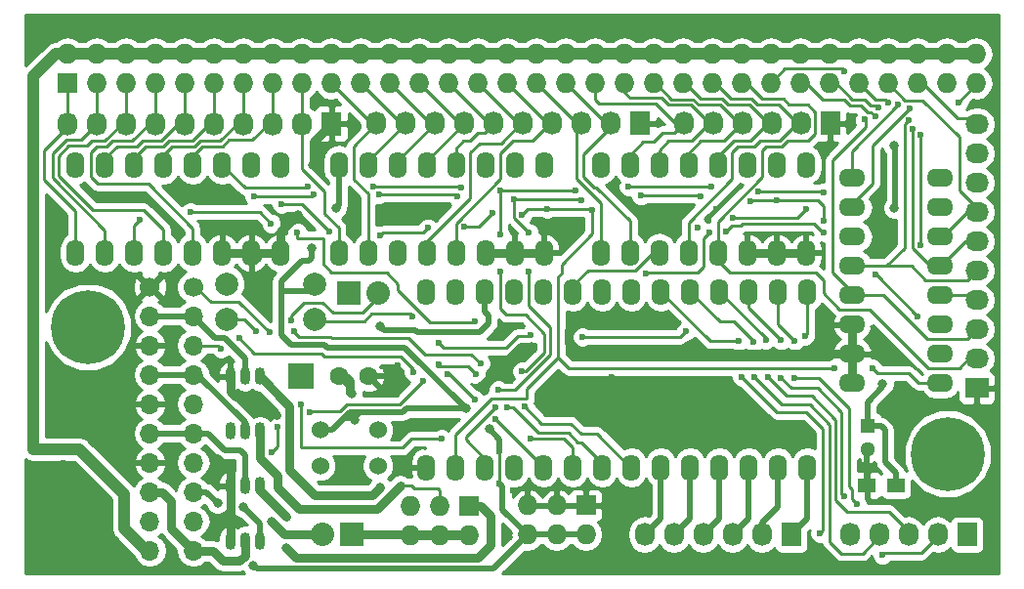
<source format=gtl>
G04 #@! TF.FileFunction,Copper,L1,Top,Signal*
%FSLAX46Y46*%
G04 Gerber Fmt 4.6, Leading zero omitted, Abs format (unit mm)*
G04 Created by KiCad (PCBNEW 4.0.4-stable) date 01/15/17 13:01:21*
%MOMM*%
%LPD*%
G01*
G04 APERTURE LIST*
%ADD10C,0.100000*%
%ADD11C,0.600000*%
%ADD12O,1.600000X2.300000*%
%ADD13R,1.727200X1.727200*%
%ADD14O,1.727200X1.727200*%
%ADD15R,2.032000X2.032000*%
%ADD16O,2.032000X2.032000*%
%ADD17R,1.727200X2.032000*%
%ADD18O,1.727200X2.032000*%
%ADD19R,2.235200X2.235200*%
%ADD20O,0.899160X1.501140*%
%ADD21R,2.032000X1.727200*%
%ADD22O,2.032000X1.727200*%
%ADD23O,2.300000X1.600000*%
%ADD24R,1.300000X1.300000*%
%ADD25C,1.300000*%
%ADD26C,1.524000*%
%ADD27C,1.998980*%
%ADD28C,6.400000*%
%ADD29R,1.500000X1.250000*%
%ADD30C,1.700000*%
%ADD31O,1.700000X1.700000*%
%ADD32C,1.600000*%
%ADD33C,0.800000*%
%ADD34C,0.750000*%
%ADD35C,0.250000*%
%ADD36C,0.500000*%
%ADD37C,1.000000*%
G04 APERTURE END LIST*
D10*
D11*
X227956000Y-138109500D03*
X196528000Y-120472500D03*
X196845500Y-118313500D03*
X208212000Y-126060500D03*
X251659500Y-138130000D03*
X248929000Y-134891500D03*
X236420000Y-125080000D03*
X230530000Y-124980000D03*
X176530000Y-96926400D03*
X179812000Y-96852000D03*
X184812000Y-96852000D03*
X189812000Y-96852000D03*
X194812000Y-96852000D03*
X199812000Y-96852000D03*
X204812000Y-96852000D03*
X209812000Y-96852000D03*
X214812000Y-96852000D03*
X219812000Y-96852000D03*
X224812000Y-96852000D03*
X229812000Y-96852000D03*
X234812000Y-96852000D03*
X239812000Y-96852000D03*
X244812000Y-96852000D03*
X249812000Y-96852000D03*
X254812000Y-96852000D03*
X259812000Y-96852000D03*
X259328000Y-130506000D03*
X185394000Y-143476000D03*
X251480000Y-133720000D03*
X253120000Y-136860000D03*
X183769000Y-118618000D03*
X184880000Y-135460000D03*
X183134000Y-133654800D03*
X183184800Y-138607800D03*
X181305200Y-132003800D03*
X181127400Y-128473200D03*
X176640000Y-143580000D03*
X229370000Y-122060000D03*
X223540000Y-122200000D03*
X224790000Y-128270000D03*
X229290000Y-127390000D03*
X233530000Y-127580000D03*
X195580000Y-113680000D03*
X183150000Y-129530000D03*
X208940000Y-131330000D03*
X216610000Y-123520000D03*
X218940000Y-122640000D03*
X203750000Y-134430000D03*
X208670000Y-134650000D03*
X226480000Y-140040000D03*
X227010000Y-142020000D03*
X226740000Y-127070000D03*
X217570000Y-140570000D03*
X218200000Y-136920000D03*
X229720000Y-133010000D03*
X234810000Y-133050000D03*
X240030000Y-132750000D03*
X226570000Y-136960000D03*
X229480000Y-137030000D03*
X219300000Y-143100000D03*
X222620000Y-143240000D03*
X225850000Y-143220000D03*
X228970000Y-143370000D03*
X231680000Y-143380000D03*
X235150000Y-143390000D03*
X239080000Y-143400000D03*
X242030000Y-143390000D03*
X247850000Y-143580000D03*
X251340000Y-143550000D03*
X255040000Y-143540000D03*
X257550000Y-143460000D03*
X259580000Y-142310000D03*
X259480000Y-136340000D03*
X259580000Y-139340000D03*
X244856000Y-124714000D03*
X244920000Y-122180000D03*
X231080000Y-122200000D03*
X226790000Y-122220000D03*
X233880000Y-125080000D03*
X226568000Y-124968000D03*
D12*
X210700000Y-134900000D03*
X213240000Y-134900000D03*
X215780000Y-134900000D03*
X218320000Y-134900000D03*
X220860000Y-134900000D03*
X223400000Y-134900000D03*
X225940000Y-134900000D03*
X228480000Y-134900000D03*
X231020000Y-134900000D03*
X233560000Y-134900000D03*
X236100000Y-134900000D03*
X238640000Y-134900000D03*
X241180000Y-134900000D03*
X243720000Y-134900000D03*
X243720000Y-119660000D03*
X241180000Y-119660000D03*
X238640000Y-119660000D03*
X236100000Y-119660000D03*
X233560000Y-119660000D03*
X231020000Y-119660000D03*
X228480000Y-119660000D03*
X225940000Y-119660000D03*
X223400000Y-119660000D03*
X220860000Y-119660000D03*
X218320000Y-119660000D03*
X215780000Y-119660000D03*
X213240000Y-119660000D03*
X210700000Y-119660000D03*
D11*
X212530000Y-130950000D03*
X221560000Y-127340000D03*
X222910000Y-129980000D03*
X226400000Y-130840000D03*
X231710000Y-128770000D03*
X237380000Y-128670000D03*
X239690000Y-130540000D03*
X241860000Y-131440000D03*
X243790000Y-132330000D03*
X252320000Y-130870000D03*
X251630000Y-128070000D03*
X251590000Y-125220000D03*
X250340000Y-109230000D03*
X250570000Y-116080000D03*
X250510000Y-114410000D03*
X249920000Y-112500000D03*
X235840000Y-112460000D03*
X232380000Y-112600000D03*
X229330000Y-113080000D03*
X221720000Y-114050000D03*
X212090000Y-112380000D03*
X209820000Y-112660000D03*
X206730000Y-112770000D03*
X204520000Y-112560000D03*
X193120000Y-111360000D03*
X189290000Y-111110000D03*
X185590000Y-111500000D03*
X182320000Y-111320000D03*
X178320000Y-118640000D03*
X178689000Y-130378200D03*
X181432200Y-143637000D03*
X178960000Y-140500000D03*
X176550000Y-137690000D03*
X181356000Y-136956800D03*
D13*
X179600000Y-101600000D03*
D14*
X179600000Y-99060000D03*
X182140000Y-101600000D03*
X182140000Y-99060000D03*
X184680000Y-101600000D03*
X184680000Y-99060000D03*
X187220000Y-101600000D03*
X187220000Y-99060000D03*
X189760000Y-101600000D03*
X189760000Y-99060000D03*
X192300000Y-101600000D03*
X192300000Y-99060000D03*
X194840000Y-101600000D03*
X194840000Y-99060000D03*
X197380000Y-101600000D03*
X197380000Y-99060000D03*
X199920000Y-101600000D03*
X199920000Y-99060000D03*
X202460000Y-101600000D03*
X202460000Y-99060000D03*
X205000000Y-101600000D03*
X205000000Y-99060000D03*
X207540000Y-101600000D03*
X207540000Y-99060000D03*
X210080000Y-101600000D03*
X210080000Y-99060000D03*
X212620000Y-101600000D03*
X212620000Y-99060000D03*
X215160000Y-101600000D03*
X215160000Y-99060000D03*
X217700000Y-101600000D03*
X217700000Y-99060000D03*
X220240000Y-101600000D03*
X220240000Y-99060000D03*
X222780000Y-101600000D03*
X222780000Y-99060000D03*
X225320000Y-101600000D03*
X225320000Y-99060000D03*
X227860000Y-101600000D03*
X227860000Y-99060000D03*
X230400000Y-101600000D03*
X230400000Y-99060000D03*
X232940000Y-101600000D03*
X232940000Y-99060000D03*
X235480000Y-101600000D03*
X235480000Y-99060000D03*
X238020000Y-101600000D03*
X238020000Y-99060000D03*
X240560000Y-101600000D03*
X240560000Y-99060000D03*
X243100000Y-101600000D03*
X243100000Y-99060000D03*
X245640000Y-101600000D03*
X245640000Y-99060000D03*
X248180000Y-101600000D03*
X248180000Y-99060000D03*
X250720000Y-101600000D03*
X250720000Y-99060000D03*
X253260000Y-101600000D03*
X253260000Y-99060000D03*
X255800000Y-101600000D03*
X255800000Y-99060000D03*
X258340000Y-101600000D03*
X258340000Y-99060000D03*
D15*
X204216000Y-140716000D03*
D16*
X201676000Y-140716000D03*
D17*
X242316000Y-140716000D03*
D18*
X239776000Y-140716000D03*
X237236000Y-140716000D03*
X234696000Y-140716000D03*
X232156000Y-140716000D03*
X229616000Y-140716000D03*
D13*
X214400000Y-138200000D03*
D14*
X214400000Y-140740000D03*
X211860000Y-138200000D03*
X211860000Y-140740000D03*
X209320000Y-138200000D03*
X209320000Y-140740000D03*
D19*
X199850000Y-126950000D03*
D13*
X224536000Y-138176000D03*
D14*
X224536000Y-140716000D03*
X221996000Y-138176000D03*
X221996000Y-140716000D03*
X219456000Y-138176000D03*
X219456000Y-140716000D03*
D17*
X257556000Y-140716000D03*
D18*
X255016000Y-140716000D03*
X252476000Y-140716000D03*
X249936000Y-140716000D03*
X247396000Y-140716000D03*
D20*
X194980000Y-127000000D03*
X193710000Y-127000000D03*
X196250000Y-127000000D03*
X194980000Y-131750000D03*
X193710000Y-131750000D03*
X196250000Y-131750000D03*
X194980000Y-136500000D03*
X193710000Y-136500000D03*
X196250000Y-136500000D03*
X194980000Y-141250000D03*
X193710000Y-141250000D03*
X196250000Y-141250000D03*
D17*
X229250000Y-105080000D03*
D18*
X226710000Y-105080000D03*
X224170000Y-105080000D03*
X221630000Y-105080000D03*
X219090000Y-105080000D03*
X216550000Y-105080000D03*
X214010000Y-105080000D03*
X211470000Y-105080000D03*
X208930000Y-105080000D03*
X206390000Y-105080000D03*
D17*
X202500000Y-105100000D03*
D18*
X199960000Y-105100000D03*
X197420000Y-105100000D03*
X194880000Y-105100000D03*
X192340000Y-105100000D03*
X189800000Y-105100000D03*
X187260000Y-105100000D03*
X184720000Y-105100000D03*
X182180000Y-105100000D03*
X179640000Y-105100000D03*
D21*
X258400000Y-128000000D03*
D22*
X258400000Y-125460000D03*
X258400000Y-122920000D03*
X258400000Y-120380000D03*
X258400000Y-117840000D03*
X258400000Y-115300000D03*
X258400000Y-112760000D03*
X258400000Y-110220000D03*
X258400000Y-107680000D03*
X258400000Y-105140000D03*
D17*
X245700000Y-105080000D03*
D18*
X243160000Y-105080000D03*
X240620000Y-105080000D03*
X238080000Y-105080000D03*
X235540000Y-105080000D03*
X233000000Y-105080000D03*
D12*
X203100000Y-116300000D03*
X205640000Y-116300000D03*
X208180000Y-116300000D03*
X210720000Y-116300000D03*
X213260000Y-116300000D03*
X215800000Y-116300000D03*
X218340000Y-116300000D03*
X220880000Y-116300000D03*
X220880000Y-108680000D03*
X218340000Y-108680000D03*
X215800000Y-108680000D03*
X213260000Y-108680000D03*
X210720000Y-108680000D03*
X208180000Y-108680000D03*
X205640000Y-108680000D03*
X203100000Y-108680000D03*
X180300000Y-116300000D03*
X182840000Y-116300000D03*
X185380000Y-116300000D03*
X187920000Y-116300000D03*
X190460000Y-116300000D03*
X193000000Y-116300000D03*
X195540000Y-116300000D03*
X198080000Y-116300000D03*
X198080000Y-108680000D03*
X195540000Y-108680000D03*
X193000000Y-108680000D03*
X190460000Y-108680000D03*
X187920000Y-108680000D03*
X185380000Y-108680000D03*
X182840000Y-108680000D03*
X180300000Y-108680000D03*
X225800000Y-116300000D03*
X228340000Y-116300000D03*
X230880000Y-116300000D03*
X233420000Y-116300000D03*
X235960000Y-116300000D03*
X238500000Y-116300000D03*
X241040000Y-116300000D03*
X243580000Y-116300000D03*
X243580000Y-108680000D03*
X241040000Y-108680000D03*
X238500000Y-108680000D03*
X235960000Y-108680000D03*
X233420000Y-108680000D03*
X230880000Y-108680000D03*
X228340000Y-108680000D03*
X225800000Y-108680000D03*
D23*
X247600000Y-109800000D03*
X247600000Y-112340000D03*
X247600000Y-114880000D03*
X247600000Y-117420000D03*
X247600000Y-119960000D03*
X247600000Y-122500000D03*
X247600000Y-125040000D03*
X247600000Y-127580000D03*
X255220000Y-127580000D03*
X255220000Y-125040000D03*
X255220000Y-122500000D03*
X255220000Y-119960000D03*
X255220000Y-117420000D03*
X255220000Y-114880000D03*
X255220000Y-112340000D03*
X255220000Y-109800000D03*
D24*
X248950000Y-131325000D03*
D25*
X248950000Y-133325000D03*
D26*
X206500000Y-134750000D03*
X201500000Y-134750000D03*
X201500000Y-131600000D03*
X206500000Y-131600000D03*
D27*
X201000000Y-119000000D03*
X193380000Y-119000000D03*
D28*
X181380000Y-122720000D03*
X255870000Y-133720000D03*
D15*
X204000000Y-119750000D03*
D16*
X206540000Y-119750000D03*
D29*
X248875000Y-136450000D03*
X251375000Y-136450000D03*
D27*
X201000000Y-122100000D03*
X193380000Y-122100000D03*
D11*
X179273200Y-134543800D03*
D30*
X186750000Y-119250000D03*
D31*
X186750000Y-121790000D03*
X186750000Y-124330000D03*
X186750000Y-126870000D03*
X186750000Y-129410000D03*
X186750000Y-131950000D03*
X186750000Y-134490000D03*
X186750000Y-137030000D03*
X186750000Y-139570000D03*
X186750000Y-142110000D03*
D30*
X190500000Y-119250000D03*
D31*
X190500000Y-121790000D03*
X190500000Y-124330000D03*
X190500000Y-126870000D03*
X190500000Y-129410000D03*
X190500000Y-131950000D03*
X190500000Y-134490000D03*
X190500000Y-137030000D03*
X190500000Y-139570000D03*
X190500000Y-142110000D03*
D32*
X205663800Y-127000000D03*
X203163800Y-127000000D03*
D33*
X198600000Y-139200000D03*
X198600000Y-141900000D03*
D11*
X208450000Y-136450000D03*
D33*
X206700000Y-136600000D03*
X250250000Y-127650000D03*
X251250000Y-112410000D03*
X251200000Y-107000000D03*
X195700000Y-143400000D03*
X200800000Y-115900000D03*
X202900000Y-112400000D03*
X204500000Y-130750000D03*
X204250000Y-128500000D03*
D11*
X217043000Y-133477000D03*
X217043000Y-136271000D03*
D33*
X214122000Y-129794000D03*
X216154000Y-131572000D03*
X208750000Y-127750000D03*
X192600000Y-134200000D03*
X197700000Y-130400000D03*
X223400000Y-124475000D03*
X219850000Y-124450000D03*
X215475000Y-127850000D03*
X224700000Y-121300000D03*
X200875000Y-108725000D03*
X199575000Y-112975000D03*
X197300000Y-139600000D03*
D11*
X246900000Y-100525000D03*
X248700000Y-104750000D03*
X249600000Y-104500000D03*
X253500000Y-106075000D03*
X253525000Y-115650000D03*
X249875000Y-103700000D03*
X252825000Y-105575000D03*
X252525000Y-104775000D03*
X250700000Y-103275000D03*
X251600000Y-103475000D03*
X252600000Y-103750000D03*
X256794000Y-103251000D03*
X248000000Y-138050000D03*
X242620000Y-123900000D03*
X242620000Y-127140000D03*
X246875000Y-137400000D03*
X250225000Y-142500000D03*
X241440000Y-127120000D03*
X241440000Y-123870000D03*
X240100000Y-123850000D03*
X240290000Y-127090000D03*
X239070000Y-124040000D03*
X239150000Y-127100000D03*
X244825000Y-140625000D03*
X238010000Y-127060000D03*
X237770000Y-123960000D03*
X225075000Y-112625000D03*
X249325000Y-126300000D03*
X246050000Y-126300000D03*
X237275000Y-113250000D03*
X243625000Y-112475000D03*
X198150000Y-112075000D03*
X202300000Y-114450000D03*
X206725000Y-114750000D03*
X210825000Y-114150000D03*
X213975000Y-114025000D03*
X216400000Y-112875000D03*
X219000000Y-113000000D03*
X221175000Y-112500000D03*
X234200000Y-114075000D03*
X195800000Y-111375000D03*
X200975000Y-111250000D03*
X206625000Y-111225000D03*
X213400000Y-111425000D03*
X219600000Y-117900000D03*
X219600000Y-114575000D03*
X216700000Y-129650000D03*
X216925000Y-128200000D03*
X218325000Y-111675000D03*
X224100000Y-111775000D03*
X229300000Y-111350000D03*
X234475000Y-111425000D03*
X238775000Y-111825000D03*
X253300000Y-121825000D03*
X249625000Y-118175000D03*
X245150000Y-113550000D03*
X241100000Y-111725000D03*
X219000000Y-126575000D03*
X217075000Y-117950000D03*
X217125000Y-114725000D03*
X200425000Y-110575000D03*
X206075000Y-110550000D03*
X213750000Y-110600000D03*
X217100000Y-110925000D03*
X223650000Y-110875000D03*
X228225000Y-110575000D03*
X235400000Y-110575000D03*
X245150000Y-111075000D03*
X239500000Y-111000000D03*
X185900000Y-113400000D03*
X214900000Y-122200000D03*
X190250000Y-112750000D03*
X197250000Y-113750000D03*
X199500000Y-114500000D03*
X245150000Y-114500000D03*
X236650000Y-114475000D03*
X235250000Y-114500000D03*
X229750000Y-118075000D03*
D33*
X192600000Y-138000000D03*
X194800000Y-138300000D03*
X206700000Y-122700000D03*
D11*
X199200000Y-123100000D03*
X197100000Y-123200000D03*
X215400000Y-125900000D03*
X219200000Y-129600000D03*
X217700000Y-129700000D03*
X215000000Y-126800000D03*
X211800000Y-126000000D03*
X209600000Y-126600000D03*
X192900000Y-124600000D03*
X194500000Y-123700000D03*
X212000000Y-132400000D03*
X219700000Y-132400000D03*
X199800000Y-129400000D03*
X197300000Y-133600000D03*
X197800000Y-131400000D03*
X200600000Y-130100000D03*
X216700000Y-130700000D03*
X214900000Y-129000000D03*
X212500000Y-126800000D03*
X210400000Y-127400000D03*
X195920000Y-123060000D03*
X198960000Y-122160000D03*
X211800000Y-124100000D03*
X209500000Y-121800000D03*
X219700000Y-123400000D03*
X224200000Y-123600000D03*
X233200000Y-123100000D03*
X243500000Y-123500000D03*
D34*
X196250000Y-136500000D02*
X196250000Y-136850000D01*
X196250000Y-136850000D02*
X198600000Y-139200000D01*
X198600000Y-141900000D02*
X199400000Y-142700000D01*
X199400000Y-142700000D02*
X215200000Y-142700000D01*
X215200000Y-142700000D02*
X216300000Y-141600000D01*
X216300000Y-141600000D02*
X216300000Y-139100000D01*
X216300000Y-139100000D02*
X215400000Y-138200000D01*
X215400000Y-138200000D02*
X214400000Y-138200000D01*
X211860000Y-140740000D02*
X214400000Y-140740000D01*
X209320000Y-140740000D02*
X211860000Y-140740000D01*
X204216000Y-140716000D02*
X214376000Y-140716000D01*
X214376000Y-140716000D02*
X214400000Y-140740000D01*
X208450000Y-136450000D02*
X206400000Y-138500000D01*
X196250000Y-134050000D02*
X196250000Y-131750000D01*
X199700000Y-138500000D02*
X206400000Y-138500000D01*
X197800000Y-136600000D02*
X199700000Y-138500000D01*
X197800000Y-135600000D02*
X197800000Y-136600000D01*
X196250000Y-134050000D02*
X197800000Y-135600000D01*
D35*
X211860000Y-138200000D02*
X211860000Y-136860000D01*
X209400000Y-136450000D02*
X208450000Y-136450000D01*
X209650000Y-136700000D02*
X209400000Y-136450000D01*
X211700000Y-136700000D02*
X209650000Y-136700000D01*
X211860000Y-136860000D02*
X211700000Y-136700000D01*
D34*
X201000000Y-137300000D02*
X206000000Y-137300000D01*
X198825000Y-135125000D02*
X201000000Y-137300000D01*
X198825000Y-129575000D02*
X198825000Y-135125000D01*
X206000000Y-137300000D02*
X206700000Y-136600000D01*
X196250000Y-127000000D02*
X198825000Y-129575000D01*
D36*
X204250000Y-127618200D02*
X204250000Y-127440400D01*
X204250000Y-127440400D02*
X203809600Y-127000000D01*
X203809600Y-127000000D02*
X203163800Y-127000000D01*
X204000000Y-127750000D02*
X203913800Y-127750000D01*
X203913800Y-127750000D02*
X203163800Y-127000000D01*
X204250000Y-127750000D02*
X204250000Y-127618200D01*
X250250000Y-127925000D02*
X250250000Y-127650000D01*
X248950000Y-129225000D02*
X250250000Y-127925000D01*
X248950000Y-131325000D02*
X248950000Y-129225000D01*
X251325000Y-112335000D02*
X251325000Y-110950000D01*
X251250000Y-112410000D02*
X251325000Y-112335000D01*
X251325000Y-110950000D02*
X251325000Y-107125000D01*
X251325000Y-107125000D02*
X251200000Y-107000000D01*
X195700000Y-143400000D02*
X196000000Y-143700000D01*
X196000000Y-143700000D02*
X196500000Y-143700000D01*
X196500000Y-143700000D02*
X216472000Y-143700000D01*
X216472000Y-143700000D02*
X219456000Y-140716000D01*
X199900000Y-117000000D02*
X200500000Y-117000000D01*
X198100000Y-118800000D02*
X199825000Y-117075000D01*
X199825000Y-117075000D02*
X199900000Y-117000000D01*
X198100000Y-119600000D02*
X198100000Y-118800000D01*
X203100000Y-112200000D02*
X203100000Y-108680000D01*
X202900000Y-112400000D02*
X203100000Y-112200000D01*
X200800000Y-116700000D02*
X200800000Y-115900000D01*
X200500000Y-117000000D02*
X200800000Y-116700000D01*
X204250000Y-128500000D02*
X204000000Y-128500000D01*
X204000000Y-128500000D02*
X204000000Y-127750000D01*
X203587501Y-130587501D02*
X204337501Y-130587501D01*
X204337501Y-130587501D02*
X204500000Y-130750000D01*
X204500000Y-130750000D02*
X204500000Y-130500000D01*
X204500000Y-130500000D02*
X204924998Y-130075002D01*
X204250000Y-130075002D02*
X204250000Y-130500000D01*
X204250000Y-130500000D02*
X204500000Y-130750000D01*
X204250000Y-128500000D02*
X204250000Y-127750000D01*
X251375000Y-136450000D02*
X251375000Y-135375000D01*
X250100000Y-131325000D02*
X248950000Y-131325000D01*
X250425000Y-131650000D02*
X250100000Y-131325000D01*
X250425000Y-134425000D02*
X250425000Y-131650000D01*
X251375000Y-135375000D02*
X250425000Y-134425000D01*
X202300000Y-124500000D02*
X202100000Y-124500000D01*
X202100000Y-124500000D02*
X201900000Y-124300000D01*
X201900000Y-124300000D02*
X199000000Y-124300000D01*
X199000000Y-124300000D02*
X198800000Y-124100000D01*
X203800000Y-124500000D02*
X202300000Y-124500000D01*
X208828000Y-124500000D02*
X214122000Y-129794000D01*
X208828000Y-124500000D02*
X203850000Y-124500000D01*
X203850000Y-124500000D02*
X203800000Y-124500000D01*
X198100000Y-119600000D02*
X200400000Y-119600000D01*
X200400000Y-119600000D02*
X201000000Y-119000000D01*
X198100000Y-122000000D02*
X198100000Y-123400000D01*
X198100000Y-123400000D02*
X198200000Y-123500000D01*
X198800000Y-124100000D02*
X198200000Y-123500000D01*
X198100000Y-122000000D02*
X198100000Y-119600000D01*
X203900000Y-130275002D02*
X203900000Y-130254596D01*
X202575002Y-131600000D02*
X203587501Y-130587501D01*
X203587501Y-130587501D02*
X203900000Y-130275002D01*
X201500000Y-131600000D02*
X202575002Y-131600000D01*
X204079594Y-130075002D02*
X204250000Y-130075002D01*
X204250000Y-130075002D02*
X204924998Y-130075002D01*
X204924998Y-130075002D02*
X208679594Y-130075002D01*
X203900000Y-130254596D02*
X204079594Y-130075002D01*
X208960596Y-129794000D02*
X214122000Y-129794000D01*
X208679594Y-130075002D02*
X208960596Y-129794000D01*
X219456000Y-140716000D02*
X217297000Y-138557000D01*
X217297000Y-138557000D02*
X217297000Y-136525000D01*
X217297000Y-136525000D02*
X217043000Y-136271000D01*
D35*
X217043000Y-133350000D02*
X217043000Y-133477000D01*
D36*
X216154000Y-131572000D02*
X217043000Y-132461000D01*
X217043000Y-132461000D02*
X217043000Y-133350000D01*
D35*
X217043000Y-136271000D02*
X217043000Y-133350000D01*
D36*
X221996000Y-140716000D02*
X219456000Y-140716000D01*
X224536000Y-140716000D02*
X221996000Y-140716000D01*
X225800000Y-109475000D02*
X225800000Y-108680000D01*
X180725000Y-109105000D02*
X180300000Y-108680000D01*
X206750000Y-127000000D02*
X205663800Y-127000000D01*
X208750000Y-127750000D02*
X208000000Y-127000000D01*
X208000000Y-127000000D02*
X206750000Y-127000000D01*
X248875000Y-136450000D02*
X248875000Y-133400000D01*
X248875000Y-133400000D02*
X248950000Y-133325000D01*
X193710000Y-127000000D02*
X193710000Y-126810000D01*
D35*
X187198000Y-124333000D02*
X187333000Y-124333000D01*
D34*
X196000000Y-116760000D02*
X195540000Y-116300000D01*
X193710000Y-136500000D02*
X193710000Y-135310000D01*
X193710000Y-135310000D02*
X192600000Y-134200000D01*
X197700000Y-130400000D02*
X196045925Y-128745925D01*
X196045925Y-128745925D02*
X194145925Y-128745925D01*
X194145925Y-128745925D02*
X193710000Y-128310000D01*
X193710000Y-128310000D02*
X193710000Y-127000000D01*
X193710000Y-141250000D02*
X193710000Y-136500000D01*
X218875000Y-124450000D02*
X219850000Y-124450000D01*
X215475000Y-127850000D02*
X218875000Y-124450000D01*
X223025000Y-124100000D02*
X223400000Y-124475000D01*
X223025000Y-122975000D02*
X224700000Y-121300000D01*
X223025000Y-124100000D02*
X223025000Y-122975000D01*
X223965000Y-125040000D02*
X247600000Y-125040000D01*
X223400000Y-124475000D02*
X223965000Y-125040000D01*
X198080000Y-116300000D02*
X198080000Y-114470000D01*
X200975000Y-106625000D02*
X202500000Y-105100000D01*
X200975000Y-108625000D02*
X200975000Y-106625000D01*
X200875000Y-108725000D02*
X200975000Y-108625000D01*
X198080000Y-114470000D02*
X199575000Y-112975000D01*
X215800000Y-116300000D02*
X218340000Y-116300000D01*
X220880000Y-116300000D02*
X218340000Y-116300000D01*
X198080000Y-116300000D02*
X195540000Y-116300000D01*
X193000000Y-116300000D02*
X195540000Y-116300000D01*
X247600000Y-127580000D02*
X247600000Y-125040000D01*
X247600000Y-125040000D02*
X247600000Y-122500000D01*
X243580000Y-116300000D02*
X241040000Y-116300000D01*
X241040000Y-116300000D02*
X238500000Y-116300000D01*
X198416000Y-140716000D02*
X201676000Y-140716000D01*
X197300000Y-139600000D02*
X198416000Y-140716000D01*
D36*
X243720000Y-134900000D02*
X243720000Y-139312000D01*
X243720000Y-139312000D02*
X242316000Y-140716000D01*
X241180000Y-134900000D02*
X241180000Y-138296000D01*
X241180000Y-138296000D02*
X239776000Y-139700000D01*
X239776000Y-139700000D02*
X239776000Y-140716000D01*
X238640000Y-134900000D02*
X238640000Y-139312000D01*
X238640000Y-139312000D02*
X237236000Y-140716000D01*
X236100000Y-134900000D02*
X236100000Y-139312000D01*
X236100000Y-139312000D02*
X234696000Y-140716000D01*
X233560000Y-134900000D02*
X233560000Y-139312000D01*
X233560000Y-139312000D02*
X232156000Y-140716000D01*
X231020000Y-134900000D02*
X231020000Y-139312000D01*
X231020000Y-139312000D02*
X229616000Y-140716000D01*
D35*
X179640000Y-105100000D02*
X179640000Y-101640000D01*
X179640000Y-101640000D02*
X179600000Y-101600000D01*
X180300000Y-116300000D02*
X180300000Y-112700000D01*
X177600000Y-107400000D02*
X179640000Y-105360000D01*
X177600000Y-110000000D02*
X177600000Y-107400000D01*
X180300000Y-112700000D02*
X177600000Y-110000000D01*
X179640000Y-105360000D02*
X179640000Y-105100000D01*
X182180000Y-105100000D02*
X182180000Y-101640000D01*
X182180000Y-101640000D02*
X182140000Y-101600000D01*
X182840000Y-116300000D02*
X182840000Y-114340000D01*
X180780000Y-106500000D02*
X182180000Y-105100000D01*
X179500000Y-106500000D02*
X180780000Y-106500000D01*
X178300000Y-107700000D02*
X179500000Y-106500000D01*
X178300000Y-109800000D02*
X178300000Y-107700000D01*
X182840000Y-114340000D02*
X178300000Y-109800000D01*
X182840000Y-116300000D02*
X182840000Y-115640000D01*
X184720000Y-105100000D02*
X184720000Y-101640000D01*
X184720000Y-101640000D02*
X184680000Y-101600000D01*
X187920000Y-116300000D02*
X187920000Y-114320000D01*
X181300000Y-107000000D02*
X181700000Y-106600000D01*
X181700000Y-106600000D02*
X182800000Y-106600000D01*
X184300000Y-105100000D02*
X182800000Y-106600000D01*
X178800000Y-107900000D02*
X179700000Y-107000000D01*
X178800000Y-109600000D02*
X178800000Y-107900000D01*
X181800000Y-112600000D02*
X178800000Y-109600000D01*
X179700000Y-107000000D02*
X181300000Y-107000000D01*
X186200000Y-112600000D02*
X181800000Y-112600000D01*
X187920000Y-114320000D02*
X186200000Y-112600000D01*
X184300000Y-105100000D02*
X184720000Y-105100000D01*
X184720000Y-105280000D02*
X184720000Y-105100000D01*
X187260000Y-105100000D02*
X187260000Y-101640000D01*
X187260000Y-101640000D02*
X187220000Y-101600000D01*
X182100000Y-107100000D02*
X182978826Y-107100000D01*
X190460000Y-114160000D02*
X186600000Y-110300000D01*
X186600000Y-110300000D02*
X182200000Y-110300000D01*
X182200000Y-110300000D02*
X181600000Y-109700000D01*
X181600000Y-109700000D02*
X181600000Y-107600000D01*
X181600000Y-107600000D02*
X182100000Y-107100000D01*
X190460000Y-116300000D02*
X190460000Y-114160000D01*
X185200000Y-106600000D02*
X186700000Y-105100000D01*
X183478826Y-106600000D02*
X185200000Y-106600000D01*
X182978826Y-107100000D02*
X183478826Y-106600000D01*
X186700000Y-105100000D02*
X187260000Y-105100000D01*
X189800000Y-105100000D02*
X189800000Y-101640000D01*
X189800000Y-101640000D02*
X189760000Y-101600000D01*
X182840000Y-108680000D02*
X182840000Y-108140002D01*
X182840000Y-108140002D02*
X183880002Y-107100000D01*
X183880002Y-107100000D02*
X185600000Y-107100000D01*
X185600000Y-107100000D02*
X186100000Y-106600000D01*
X186100000Y-106600000D02*
X187700000Y-106600000D01*
X187700000Y-106600000D02*
X189200000Y-105100000D01*
X189200000Y-105100000D02*
X189800000Y-105100000D01*
X192340000Y-105100000D02*
X192340000Y-101640000D01*
X192340000Y-101640000D02*
X192300000Y-101600000D01*
X185380000Y-108680000D02*
X185380000Y-108100002D01*
X185380000Y-108100002D02*
X186380002Y-107100000D01*
X186380002Y-107100000D02*
X187900000Y-107100000D01*
X187900000Y-107100000D02*
X188400000Y-106600000D01*
X188400000Y-106600000D02*
X190400000Y-106600000D01*
X190400000Y-106600000D02*
X191900000Y-105100000D01*
X191900000Y-105100000D02*
X192340000Y-105100000D01*
X194880000Y-105100000D02*
X194880000Y-101640000D01*
X194880000Y-101640000D02*
X194840000Y-101600000D01*
X187920000Y-108680000D02*
X187920000Y-107860002D01*
X187920000Y-107860002D02*
X188680002Y-107100000D01*
X188680002Y-107100000D02*
X190578826Y-107100000D01*
X190578826Y-107100000D02*
X191078826Y-106600000D01*
X191078826Y-106600000D02*
X192800000Y-106600000D01*
X192800000Y-106600000D02*
X194300000Y-105100000D01*
X194300000Y-105100000D02*
X194880000Y-105100000D01*
X197420000Y-105100000D02*
X197420000Y-101640000D01*
X197420000Y-101640000D02*
X197380000Y-101600000D01*
X190460000Y-108680000D02*
X190460000Y-107897652D01*
X190460000Y-107897652D02*
X191277650Y-107080002D01*
X191277650Y-107080002D02*
X193019998Y-107080002D01*
X193019998Y-107080002D02*
X193600000Y-106500000D01*
X193600000Y-106500000D02*
X195600000Y-106500000D01*
X195600000Y-106500000D02*
X197000000Y-105100000D01*
X197000000Y-105100000D02*
X197420000Y-105100000D01*
X201900000Y-112800000D02*
X201900000Y-112900000D01*
X201900000Y-111000000D02*
X199960000Y-109060000D01*
X199960000Y-105100000D02*
X199960000Y-109060000D01*
X203100000Y-114100000D02*
X203100000Y-116300000D01*
X201900000Y-112800000D02*
X201900000Y-111000000D01*
X201900000Y-112900000D02*
X203100000Y-114100000D01*
X199960000Y-105100000D02*
X199960000Y-101640000D01*
X199960000Y-101640000D02*
X199920000Y-101600000D01*
X205640000Y-116300000D02*
X205640000Y-111165000D01*
X204425000Y-107050000D02*
X206390000Y-105085000D01*
X204425000Y-109950000D02*
X204425000Y-107050000D01*
X205640000Y-111165000D02*
X204425000Y-109950000D01*
X206390000Y-105085000D02*
X206390000Y-105080000D01*
X206390000Y-105080000D02*
X205940000Y-105080000D01*
X205940000Y-105080000D02*
X202460000Y-101600000D01*
X208930000Y-105080000D02*
X208480000Y-105080000D01*
X208480000Y-105080000D02*
X205000000Y-101600000D01*
X205640000Y-108680000D02*
X205640000Y-108370000D01*
X205640000Y-108370000D02*
X208930000Y-105080000D01*
X211470000Y-105080000D02*
X211020000Y-105080000D01*
X211020000Y-105080000D02*
X207540000Y-101600000D01*
X208180000Y-108680000D02*
X208180000Y-108370000D01*
X208180000Y-108370000D02*
X211470000Y-105080000D01*
X214010000Y-105080000D02*
X213560000Y-105080000D01*
X213560000Y-105080000D02*
X210080000Y-101600000D01*
X210720000Y-108680000D02*
X210720000Y-108370000D01*
X210720000Y-108370000D02*
X214010000Y-105080000D01*
X216550000Y-105080000D02*
X216100000Y-105080000D01*
X216100000Y-105080000D02*
X212620000Y-101600000D01*
X213260000Y-108680000D02*
X213260000Y-107240000D01*
X215730000Y-105900000D02*
X216550000Y-105080000D01*
X215200000Y-105900000D02*
X215730000Y-105900000D01*
X214500000Y-106600000D02*
X215200000Y-105900000D01*
X213900000Y-106600000D02*
X214500000Y-106600000D01*
X213260000Y-107240000D02*
X213900000Y-106600000D01*
X213260000Y-108680000D02*
X213260000Y-108370000D01*
X210720000Y-116300000D02*
X210720000Y-115330000D01*
X210720000Y-115330000D02*
X214500000Y-111550000D01*
X214500000Y-111550000D02*
X214500000Y-107600000D01*
X219090000Y-105080000D02*
X218640000Y-105080000D01*
X218640000Y-105080000D02*
X215160000Y-101600000D01*
X217200000Y-106800000D02*
X218920000Y-105080000D01*
X215300000Y-106800000D02*
X217200000Y-106800000D01*
X214500000Y-107600000D02*
X215300000Y-106800000D01*
X218920000Y-105080000D02*
X219090000Y-105080000D01*
X221630000Y-105080000D02*
X221180000Y-105080000D01*
X221180000Y-105080000D02*
X217700000Y-101600000D01*
X213260000Y-116300000D02*
X213260000Y-113740000D01*
X219900000Y-106600000D02*
X221420000Y-105080000D01*
X218200000Y-106600000D02*
X219900000Y-106600000D01*
X217100000Y-107700000D02*
X218200000Y-106600000D01*
X217100000Y-109900000D02*
X217100000Y-107700000D01*
X213260000Y-113740000D02*
X217100000Y-109900000D01*
X221420000Y-105080000D02*
X221630000Y-105080000D01*
X224170000Y-105080000D02*
X223720000Y-105080000D01*
X223720000Y-105080000D02*
X220240000Y-101600000D01*
X225800000Y-116300000D02*
X225800000Y-112000000D01*
X223700000Y-109900000D02*
X223700000Y-105550000D01*
X225800000Y-112000000D02*
X223700000Y-109900000D01*
X223700000Y-105550000D02*
X224170000Y-105080000D01*
X226710000Y-105080000D02*
X226260000Y-105080000D01*
X226260000Y-105080000D02*
X222780000Y-101600000D01*
X228340000Y-116300000D02*
X228340000Y-113540000D01*
X224300000Y-107800000D02*
X226710000Y-105390000D01*
X224300000Y-109700000D02*
X224300000Y-107800000D01*
X225200000Y-110600000D02*
X224300000Y-109700000D01*
X225400000Y-110600000D02*
X225200000Y-110600000D01*
X228340000Y-113540000D02*
X225400000Y-110600000D01*
X226710000Y-105390000D02*
X226710000Y-105080000D01*
X233000000Y-105080000D02*
X232280000Y-105080000D01*
X232280000Y-105080000D02*
X230575000Y-103375000D01*
X225320000Y-103020000D02*
X225320000Y-101600000D01*
X225675000Y-103375000D02*
X225320000Y-103020000D01*
X230575000Y-103375000D02*
X225675000Y-103375000D01*
X233000000Y-105080000D02*
X232580000Y-105080000D01*
X228340000Y-108680000D02*
X228340000Y-107860000D01*
X228340000Y-107860000D02*
X229500000Y-106700000D01*
X229500000Y-106700000D02*
X230400000Y-106700000D01*
X230400000Y-106700000D02*
X231200000Y-105900000D01*
X231200000Y-105900000D02*
X232180000Y-105900000D01*
X232180000Y-105900000D02*
X233000000Y-105080000D01*
X235540000Y-105080000D02*
X235205000Y-105080000D01*
X235205000Y-105080000D02*
X233600000Y-103475000D01*
X228350000Y-102875000D02*
X227860000Y-102385000D01*
X231100000Y-102875000D02*
X228350000Y-102875000D01*
X231700000Y-103475000D02*
X231100000Y-102875000D01*
X233600000Y-103475000D02*
X231700000Y-103475000D01*
X227860000Y-102385000D02*
X227860000Y-101600000D01*
X230880000Y-108680000D02*
X230880000Y-107420000D01*
X233700000Y-106600000D02*
X235220000Y-105080000D01*
X231700000Y-106600000D02*
X233700000Y-106600000D01*
X230880000Y-107420000D02*
X231700000Y-106600000D01*
X235220000Y-105080000D02*
X235540000Y-105080000D01*
X238080000Y-105080000D02*
X237730000Y-105080000D01*
X237730000Y-105080000D02*
X236125000Y-103475000D01*
X231944998Y-102994998D02*
X230550000Y-101600000D01*
X233798824Y-102994998D02*
X231944998Y-102994998D01*
X234278826Y-103475000D02*
X233798824Y-102994998D01*
X236125000Y-103475000D02*
X234278826Y-103475000D01*
X230550000Y-101600000D02*
X230400000Y-101600000D01*
X233420000Y-108680000D02*
X233420000Y-107680000D01*
X233420000Y-107680000D02*
X234500000Y-106600000D01*
X234500000Y-106600000D02*
X236500000Y-106600000D01*
X236500000Y-106600000D02*
X238020000Y-105080000D01*
X238020000Y-105080000D02*
X238080000Y-105080000D01*
X240620000Y-105080000D02*
X240280000Y-105080000D01*
X240280000Y-105080000D02*
X238673087Y-103473087D01*
X234446174Y-102946174D02*
X233100000Y-101600000D01*
X236321174Y-102946174D02*
X234446174Y-102946174D01*
X236848087Y-103473087D02*
X236321174Y-102946174D01*
X238673087Y-103473087D02*
X236848087Y-103473087D01*
X233100000Y-101600000D02*
X232940000Y-101600000D01*
X235960000Y-108680000D02*
X235960000Y-107940000D01*
X235960000Y-107940000D02*
X237300000Y-106600000D01*
X237300000Y-106600000D02*
X238800000Y-106600000D01*
X238800000Y-106600000D02*
X240320000Y-105080000D01*
X240320000Y-105080000D02*
X240620000Y-105080000D01*
X243160000Y-105080000D02*
X242830000Y-105080000D01*
X242830000Y-105080000D02*
X241225000Y-103475000D01*
X237073087Y-102973087D02*
X235700000Y-101600000D01*
X238873087Y-102973087D02*
X237073087Y-102973087D01*
X239375000Y-103475000D02*
X238873087Y-102973087D01*
X241225000Y-103475000D02*
X239375000Y-103475000D01*
X235700000Y-101600000D02*
X235480000Y-101600000D01*
X233420000Y-116300000D02*
X233420000Y-113680000D01*
X241300000Y-106600000D02*
X242820000Y-105080000D01*
X239600000Y-106600000D02*
X241300000Y-106600000D01*
X239100000Y-107100000D02*
X239600000Y-106600000D01*
X237700000Y-107100000D02*
X239100000Y-107100000D01*
X237200000Y-107600000D02*
X237700000Y-107100000D01*
X237200000Y-109900000D02*
X237200000Y-107600000D01*
X233420000Y-113680000D02*
X237200000Y-109900000D01*
X242820000Y-105080000D02*
X243160000Y-105080000D01*
X235960000Y-116300000D02*
X235960000Y-113565000D01*
X239800000Y-102975000D02*
X238425000Y-101600000D01*
X241625000Y-102975000D02*
X239800000Y-102975000D01*
X242125000Y-103475000D02*
X241625000Y-102975000D01*
X243775000Y-103475000D02*
X242125000Y-103475000D01*
X244400000Y-104100000D02*
X243775000Y-103475000D01*
X244400000Y-105950000D02*
X244400000Y-104100000D01*
X243750000Y-106600000D02*
X244400000Y-105950000D01*
X242025000Y-106600000D02*
X243750000Y-106600000D01*
X241525000Y-107100000D02*
X242025000Y-106600000D01*
X240100000Y-107100000D02*
X241525000Y-107100000D01*
X239775000Y-107425000D02*
X240100000Y-107100000D01*
X239775000Y-109750000D02*
X239775000Y-107425000D01*
X235960000Y-113565000D02*
X239775000Y-109750000D01*
X238425000Y-101600000D02*
X238020000Y-101600000D01*
X249100000Y-121200000D02*
X246525000Y-121200000D01*
X254175000Y-126275000D02*
X249100000Y-121200000D01*
X256875000Y-126275000D02*
X254175000Y-126275000D01*
X257690000Y-125460000D02*
X256875000Y-126275000D01*
X237025000Y-118025000D02*
X235960000Y-116960000D01*
X244450000Y-118025000D02*
X237025000Y-118025000D01*
X245125000Y-118700000D02*
X244450000Y-118025000D01*
X245125000Y-119800000D02*
X245125000Y-118700000D01*
X246525000Y-121200000D02*
X245125000Y-119800000D01*
X235960000Y-116960000D02*
X235960000Y-116300000D01*
X258400000Y-125460000D02*
X257690000Y-125460000D01*
X238225000Y-101600000D02*
X238020000Y-101600000D01*
X240560000Y-101600000D02*
X240560000Y-101565000D01*
X240560000Y-101565000D02*
X241775000Y-100350000D01*
X241775000Y-100350000D02*
X246725000Y-100350000D01*
X246725000Y-100350000D02*
X246900000Y-100525000D01*
X247600000Y-119960000D02*
X247600000Y-119725000D01*
X247600000Y-119725000D02*
X245875000Y-118000000D01*
X248750000Y-104800000D02*
X248700000Y-104750000D01*
X248750000Y-105375000D02*
X248750000Y-104800000D01*
X245875000Y-108250000D02*
X248750000Y-105375000D01*
X245875000Y-118000000D02*
X245875000Y-108250000D01*
X247600000Y-119960000D02*
X250310000Y-119960000D01*
X257545000Y-123775000D02*
X258400000Y-122920000D01*
X254125000Y-123775000D02*
X257545000Y-123775000D01*
X250310000Y-119960000D02*
X254125000Y-123775000D01*
X245050000Y-103050000D02*
X243600000Y-101600000D01*
X246925000Y-103050000D02*
X245050000Y-103050000D01*
X247375000Y-103500000D02*
X246925000Y-103050000D01*
X248350000Y-103500000D02*
X247375000Y-103500000D01*
X248950000Y-104100000D02*
X248350000Y-103500000D01*
X249200000Y-104100000D02*
X248950000Y-104100000D01*
X249600000Y-104500000D02*
X249200000Y-104100000D01*
X253500000Y-115625000D02*
X253500000Y-106075000D01*
X253525000Y-115650000D02*
X253500000Y-115625000D01*
X243600000Y-101600000D02*
X243100000Y-101600000D01*
X255220000Y-119960000D02*
X257980000Y-119960000D01*
X257980000Y-119960000D02*
X258400000Y-120380000D01*
X255220000Y-117420000D02*
X254320000Y-117420000D01*
X254320000Y-117420000D02*
X252825000Y-115925000D01*
X247625000Y-103000000D02*
X246225000Y-101600000D01*
X248650000Y-103000000D02*
X247625000Y-103000000D01*
X249200000Y-103550000D02*
X248650000Y-103000000D01*
X249725000Y-103550000D02*
X249200000Y-103550000D01*
X249875000Y-103700000D02*
X249725000Y-103550000D01*
X252825000Y-115925000D02*
X252825000Y-105575000D01*
X246225000Y-101600000D02*
X245640000Y-101600000D01*
X255220000Y-117420000D02*
X255305000Y-117420000D01*
X255305000Y-117420000D02*
X257425000Y-115300000D01*
X257425000Y-115300000D02*
X258400000Y-115300000D01*
X250375000Y-117420000D02*
X250580000Y-117420000D01*
X252150000Y-105150000D02*
X252525000Y-104775000D01*
X252150000Y-115850000D02*
X252150000Y-105150000D01*
X250580000Y-117420000D02*
X252150000Y-115850000D01*
X249605000Y-103025000D02*
X248180000Y-101600000D01*
X250700000Y-103275000D02*
X250450000Y-103025000D01*
X250450000Y-103025000D02*
X249605000Y-103025000D01*
X247600000Y-117420000D02*
X250375000Y-117420000D01*
X250375000Y-117420000D02*
X252720000Y-117420000D01*
X257565000Y-118675000D02*
X258400000Y-117840000D01*
X253975000Y-118675000D02*
X257565000Y-118675000D01*
X252720000Y-117420000D02*
X253975000Y-118675000D01*
X253700000Y-103075000D02*
X256875000Y-106250000D01*
X250720000Y-101600000D02*
X252195000Y-103075000D01*
X253700000Y-103075000D02*
X252195000Y-103075000D01*
X256875000Y-110900000D02*
X258400000Y-112425000D01*
X256875000Y-106250000D02*
X256875000Y-110900000D01*
X255470000Y-114880000D02*
X257590000Y-112760000D01*
X257590000Y-112760000D02*
X258400000Y-112760000D01*
X258400000Y-112760000D02*
X258400000Y-112425000D01*
X253700000Y-101600000D02*
X256700000Y-104600000D01*
X256700000Y-104600000D02*
X257860000Y-104600000D01*
X257860000Y-104600000D02*
X258400000Y-105140000D01*
X247600000Y-107475000D02*
X251600000Y-103475000D01*
X247600000Y-109800000D02*
X247600000Y-107475000D01*
X253700000Y-101600000D02*
X253260000Y-101600000D01*
X247600000Y-112050000D02*
X249350000Y-110300000D01*
X249350000Y-110300000D02*
X249350000Y-107000000D01*
X249350000Y-107000000D02*
X252600000Y-103750000D01*
X247600000Y-112340000D02*
X247600000Y-112050000D01*
X258400000Y-107680000D02*
X258400000Y-107350000D01*
X256794000Y-103251000D02*
X258340000Y-101705000D01*
X258340000Y-101705000D02*
X258340000Y-101600000D01*
X258400000Y-110220000D02*
X258400000Y-110175000D01*
X255220000Y-112340000D02*
X255220000Y-112220000D01*
X247600000Y-137650000D02*
X247600000Y-136825000D01*
X247600000Y-136825000D02*
X247400000Y-136625000D01*
X247600000Y-137650000D02*
X248000000Y-138050000D01*
X244715000Y-127140000D02*
X246750000Y-129175000D01*
X246750000Y-129175000D02*
X247325000Y-129750000D01*
X247325000Y-129750000D02*
X247325000Y-136550000D01*
X247325000Y-136550000D02*
X247400000Y-136625000D01*
X244715000Y-127140000D02*
X242620000Y-127140000D01*
X241180000Y-122460000D02*
X241180000Y-119660000D01*
X242620000Y-123900000D02*
X241180000Y-122460000D01*
X241180000Y-119880000D02*
X241180000Y-119660000D01*
X246875000Y-137400000D02*
X246690000Y-137215000D01*
X246690000Y-137215000D02*
X246690000Y-136190000D01*
X246690000Y-130100000D02*
X246690000Y-136190000D01*
X246690000Y-130100000D02*
X244610000Y-128020000D01*
X244610000Y-128020000D02*
X242340000Y-128020000D01*
X242340000Y-128020000D02*
X241440000Y-127120000D01*
X250225000Y-142500000D02*
X250450000Y-142275000D01*
X253584000Y-142275000D02*
X250450000Y-142275000D01*
X255016000Y-140716000D02*
X255016000Y-140843000D01*
X255016000Y-140843000D02*
X253584000Y-142275000D01*
X238640000Y-121070000D02*
X238640000Y-119660000D01*
X241440000Y-123870000D02*
X238640000Y-121070000D01*
X248310000Y-138750000D02*
X247200000Y-138750000D01*
X247200000Y-138750000D02*
X246170000Y-137720000D01*
X246170000Y-137720000D02*
X246170000Y-136610000D01*
X252476000Y-140456000D02*
X250770000Y-138750000D01*
X248310000Y-138750000D02*
X250770000Y-138750000D01*
X240100000Y-123850000D02*
X240100000Y-123660000D01*
X246170000Y-130750000D02*
X244110000Y-128690000D01*
X244110000Y-128690000D02*
X241890000Y-128690000D01*
X241890000Y-128690000D02*
X240290000Y-127090000D01*
X246170000Y-136610000D02*
X246170000Y-130750000D01*
X236100000Y-119660000D02*
X240100000Y-123660000D01*
X249936000Y-140894000D02*
X248480000Y-142350000D01*
X239070000Y-123970000D02*
X237375000Y-122275000D01*
X237375000Y-122275000D02*
X236175000Y-122275000D01*
X233560000Y-119660000D02*
X236175000Y-122275000D01*
X243910002Y-129450000D02*
X241500000Y-129450000D01*
X245650000Y-131189998D02*
X243910002Y-129450000D01*
X241500000Y-129450000D02*
X239150000Y-127100000D01*
X245650000Y-141350000D02*
X245650000Y-131189998D01*
X239070000Y-124040000D02*
X239070000Y-123970000D01*
X246650000Y-142350000D02*
X248480000Y-142350000D01*
X245650000Y-141350000D02*
X246650000Y-142350000D01*
X245080000Y-131560000D02*
X245080000Y-140370000D01*
X245080000Y-140370000D02*
X244825000Y-140625000D01*
X237770000Y-123960000D02*
X235320000Y-123960000D01*
X235320000Y-123960000D02*
X231020000Y-119660000D01*
X241070000Y-130120000D02*
X238010000Y-127060000D01*
X243640000Y-130120000D02*
X241070000Y-130120000D01*
X245080000Y-131560000D02*
X243640000Y-130120000D01*
X231120000Y-119760000D02*
X231020000Y-119660000D01*
D36*
X194980000Y-125430000D02*
X193204998Y-123654998D01*
X194980000Y-127000000D02*
X194980000Y-125430000D01*
X192364998Y-123654998D02*
X190500000Y-121790000D01*
X193204998Y-123654998D02*
X192364998Y-123654998D01*
X187198000Y-121793000D02*
X190497000Y-121793000D01*
X190497000Y-121793000D02*
X190500000Y-121790000D01*
X190790000Y-121790000D02*
X190500000Y-121790000D01*
X190500000Y-126870000D02*
X187201000Y-126870000D01*
X187201000Y-126870000D02*
X187198000Y-126873000D01*
X194980000Y-131750000D02*
X194980000Y-130980000D01*
X194980000Y-130980000D02*
X190870000Y-126870000D01*
X190870000Y-126870000D02*
X190500000Y-126870000D01*
X194980000Y-136500000D02*
X194980000Y-133820000D01*
X191750000Y-131950000D02*
X190500000Y-131950000D01*
X193200000Y-133400000D02*
X191750000Y-131950000D01*
X194560000Y-133400000D02*
X193200000Y-133400000D01*
X194980000Y-133820000D02*
X194560000Y-133400000D01*
X190500000Y-131950000D02*
X187201000Y-131950000D01*
X187201000Y-131950000D02*
X187198000Y-131953000D01*
X191200000Y-131950000D02*
X190500000Y-131950000D01*
D35*
X246050000Y-126300000D02*
X223025000Y-126300000D01*
X253355000Y-127580000D02*
X252500000Y-126725000D01*
X252500000Y-126725000D02*
X249750000Y-126725000D01*
X249750000Y-126725000D02*
X249325000Y-126300000D01*
X255220000Y-127580000D02*
X253355000Y-127580000D01*
X223025000Y-126300000D02*
X222125000Y-125400000D01*
X242850000Y-113250000D02*
X237275000Y-113250000D01*
X243625000Y-112475000D02*
X242850000Y-113250000D01*
X221175000Y-112500000D02*
X219500000Y-112500000D01*
X199925000Y-112075000D02*
X198150000Y-112075000D01*
X202300000Y-114450000D02*
X199925000Y-112075000D01*
X206925000Y-114550000D02*
X206725000Y-114750000D01*
X210425000Y-114550000D02*
X206925000Y-114550000D01*
X210825000Y-114150000D02*
X210425000Y-114550000D01*
X215250000Y-114025000D02*
X213975000Y-114025000D01*
X216400000Y-112875000D02*
X215250000Y-114025000D01*
X219500000Y-112500000D02*
X219000000Y-113000000D01*
X225075000Y-112625000D02*
X225075000Y-114650000D01*
X219425000Y-128100000D02*
X219425000Y-128925000D01*
X222125000Y-125400000D02*
X219425000Y-128100000D01*
X222125000Y-118350000D02*
X222125000Y-125400000D01*
X222425000Y-118050000D02*
X222125000Y-118350000D01*
X222425000Y-117300000D02*
X222425000Y-118050000D01*
X225075000Y-114650000D02*
X222425000Y-117300000D01*
X224950000Y-112500000D02*
X221175000Y-112500000D01*
X225075000Y-112625000D02*
X224950000Y-112500000D01*
X213240000Y-132035000D02*
X213240000Y-134900000D01*
X216350000Y-128925000D02*
X213240000Y-132035000D01*
X219425000Y-128925000D02*
X216350000Y-128925000D01*
X200850000Y-111375000D02*
X195800000Y-111375000D01*
X200975000Y-111250000D02*
X200850000Y-111375000D01*
X213200000Y-111225000D02*
X206625000Y-111225000D01*
X213400000Y-111425000D02*
X213200000Y-111225000D01*
X219562500Y-120912500D02*
X219562500Y-117937500D01*
X219600000Y-114575000D02*
X218325000Y-113300000D01*
X218325000Y-111675000D02*
X218325000Y-113300000D01*
X218350000Y-128200000D02*
X221425000Y-125125000D01*
X221425000Y-125125000D02*
X221425000Y-122775000D01*
X221425000Y-122775000D02*
X219562500Y-120912500D01*
X214125000Y-132525000D02*
X215780000Y-134180000D01*
X214125000Y-132525000D02*
X214125000Y-132225000D01*
X214125000Y-132225000D02*
X216700000Y-129650000D01*
X216925000Y-128200000D02*
X218350000Y-128200000D01*
X219562500Y-117937500D02*
X219600000Y-117900000D01*
X215780000Y-134900000D02*
X215780000Y-134180000D01*
X241100000Y-111725000D02*
X238875000Y-111725000D01*
X224000000Y-111675000D02*
X218325000Y-111675000D01*
X224100000Y-111775000D02*
X224000000Y-111675000D01*
X234400000Y-111350000D02*
X229300000Y-111350000D01*
X234475000Y-111425000D02*
X234400000Y-111350000D01*
X238875000Y-111725000D02*
X238775000Y-111825000D01*
X253300000Y-121825000D02*
X249750000Y-118275000D01*
X249750000Y-118275000D02*
X249725000Y-118275000D01*
X249725000Y-118275000D02*
X249625000Y-118175000D01*
X245150000Y-113550000D02*
X245100000Y-113500000D01*
X245100000Y-113500000D02*
X245100000Y-112225000D01*
X245100000Y-112225000D02*
X244600000Y-111725000D01*
X244600000Y-111725000D02*
X241100000Y-111725000D01*
X217100000Y-110925000D02*
X217100000Y-114675000D01*
X219296174Y-126575000D02*
X219000000Y-126575000D01*
X220900000Y-124971174D02*
X219296174Y-126575000D01*
X220900000Y-123300000D02*
X220900000Y-124971174D01*
X219275000Y-121675000D02*
X220900000Y-123300000D01*
X217650000Y-121675000D02*
X219275000Y-121675000D01*
X217075000Y-121100000D02*
X217650000Y-121675000D01*
X217075000Y-117950000D02*
X217075000Y-121100000D01*
X217125000Y-114700000D02*
X217125000Y-114725000D01*
X217100000Y-114675000D02*
X217125000Y-114700000D01*
X194970000Y-110650000D02*
X193000000Y-108680000D01*
X200350000Y-110650000D02*
X194970000Y-110650000D01*
X200425000Y-110575000D02*
X200350000Y-110650000D01*
X213700000Y-110550000D02*
X206075000Y-110550000D01*
X213750000Y-110600000D02*
X213700000Y-110550000D01*
X223600000Y-110925000D02*
X217100000Y-110925000D01*
X223650000Y-110875000D02*
X223600000Y-110925000D01*
X235400000Y-110575000D02*
X228225000Y-110575000D01*
X245150000Y-111075000D02*
X245075000Y-111000000D01*
X245075000Y-111000000D02*
X239500000Y-111000000D01*
X185380000Y-114380000D02*
X185380000Y-113920000D01*
X185380000Y-114620000D02*
X185380000Y-116300000D01*
X185380000Y-114620000D02*
X185380000Y-114380000D01*
X185380000Y-113920000D02*
X185900000Y-113400000D01*
X208250000Y-119000000D02*
X208250000Y-119550000D01*
X208250000Y-119550000D02*
X211000000Y-122300000D01*
X202500000Y-118000000D02*
X201750000Y-117250000D01*
X214800000Y-122300000D02*
X211000000Y-122300000D01*
X214900000Y-122200000D02*
X214800000Y-122300000D01*
X196250000Y-112750000D02*
X190250000Y-112750000D01*
X197250000Y-113750000D02*
X196250000Y-112750000D01*
X199500000Y-115000000D02*
X199500000Y-114500000D01*
X207250000Y-118000000D02*
X202500000Y-118000000D01*
X208250000Y-119000000D02*
X207250000Y-118000000D01*
X201750000Y-115000000D02*
X199500000Y-115000000D01*
X201750000Y-117250000D02*
X201750000Y-115000000D01*
X223400000Y-119660000D02*
X223400000Y-119125000D01*
X223400000Y-119125000D02*
X224700000Y-117825000D01*
X228825000Y-117825000D02*
X230350000Y-116300000D01*
X224700000Y-117825000D02*
X228825000Y-117825000D01*
X230350000Y-116300000D02*
X230880000Y-116300000D01*
X223400000Y-119660000D02*
X223400000Y-119550000D01*
X230880000Y-116320000D02*
X230880000Y-116300000D01*
X225940000Y-119660000D02*
X226135000Y-119660000D01*
X245075000Y-114500000D02*
X245150000Y-114500000D01*
X244325000Y-113750000D02*
X245075000Y-114500000D01*
X238075000Y-113750000D02*
X244325000Y-113750000D01*
X237900000Y-113925000D02*
X238075000Y-113750000D01*
X237200000Y-113925000D02*
X237900000Y-113925000D01*
X236650000Y-114475000D02*
X237200000Y-113925000D01*
X234675000Y-115075000D02*
X235250000Y-114500000D01*
X234675000Y-117500000D02*
X234675000Y-115075000D01*
X234175000Y-118000000D02*
X234675000Y-117500000D01*
X229825000Y-118000000D02*
X234175000Y-118000000D01*
X229750000Y-118075000D02*
X229825000Y-118000000D01*
D34*
X186750000Y-137030000D02*
X187779200Y-137030000D01*
X188569600Y-140179600D02*
X190500000Y-142110000D01*
X188569600Y-137820400D02*
X188569600Y-140179600D01*
X187779200Y-137030000D02*
X188569600Y-137820400D01*
X190500000Y-142110000D02*
X192210000Y-142110000D01*
X194980000Y-142520000D02*
X194980000Y-141250000D01*
X194500000Y-143000000D02*
X194980000Y-142520000D01*
X193100000Y-143000000D02*
X194500000Y-143000000D01*
X192210000Y-142110000D02*
X193100000Y-143000000D01*
D36*
X196250000Y-141250000D02*
X196250000Y-139750000D01*
X191630000Y-137030000D02*
X190500000Y-137030000D01*
X192600000Y-138000000D02*
X191630000Y-137030000D01*
X196250000Y-139750000D02*
X194800000Y-138300000D01*
D37*
X186750000Y-142110000D02*
X186433000Y-142110000D01*
X186433000Y-142110000D02*
X184505600Y-140182600D01*
X184505600Y-140182600D02*
X184505600Y-137210800D01*
X184505600Y-137210800D02*
X180619400Y-133324600D01*
X180619400Y-133324600D02*
X176650000Y-133324600D01*
X176650000Y-110998000D02*
X176650000Y-101600000D01*
X176650000Y-123063000D02*
X176650000Y-117094000D01*
X176650000Y-117094000D02*
X176650000Y-116078000D01*
X176650000Y-116078000D02*
X176650000Y-113919000D01*
X178000000Y-99650000D02*
X177950000Y-99650000D01*
X177950000Y-99650000D02*
X176650000Y-100950000D01*
X179600000Y-99060000D02*
X178590000Y-99060000D01*
X178590000Y-99060000D02*
X178000000Y-99650000D01*
X182140000Y-99060000D02*
X179600000Y-99060000D01*
X176650000Y-133324600D02*
X176650000Y-129413000D01*
X176650000Y-129413000D02*
X176650000Y-123063000D01*
X176650000Y-113919000D02*
X176650000Y-110998000D01*
X176650000Y-101600000D02*
X176650000Y-100950000D01*
X187220000Y-99060000D02*
X258340000Y-99060000D01*
X182140000Y-99060000D02*
X187220000Y-99060000D01*
D36*
X215780000Y-119660000D02*
X215780000Y-121380000D01*
X206999998Y-122999998D02*
X206700000Y-122700000D01*
X209699998Y-122999998D02*
X206999998Y-122999998D01*
X209900000Y-123200000D02*
X209699998Y-122999998D01*
X215300000Y-123200000D02*
X209900000Y-123200000D01*
X216100000Y-122400000D02*
X215300000Y-123200000D01*
X216100000Y-121700000D02*
X216100000Y-122400000D01*
X215780000Y-121380000D02*
X216100000Y-121700000D01*
X215780000Y-119660000D02*
X215780000Y-119260000D01*
X215780000Y-119260000D02*
X215900000Y-119380000D01*
X215780000Y-119660000D02*
X215780000Y-119720000D01*
D35*
X204325000Y-123675000D02*
X202475000Y-123675000D01*
X202475000Y-123675000D02*
X202424998Y-123624998D01*
X202424998Y-123624998D02*
X199624998Y-123624998D01*
X199624998Y-123624998D02*
X199200000Y-123200000D01*
X199200000Y-123200000D02*
X199200000Y-123100000D01*
X197100000Y-123200000D02*
X194440000Y-120540000D01*
X194440000Y-120540000D02*
X192020000Y-120540000D01*
X192020000Y-120540000D02*
X190730000Y-119250000D01*
X190730000Y-119250000D02*
X190500000Y-119250000D01*
X214600000Y-125100000D02*
X210600000Y-125100000D01*
X209175000Y-123675000D02*
X204325000Y-123675000D01*
X225500000Y-132000000D02*
X228400000Y-134900000D01*
X215400000Y-125900000D02*
X214600000Y-125100000D01*
X220700000Y-131100000D02*
X219200000Y-129600000D01*
X223200000Y-131100000D02*
X220700000Y-131100000D01*
X224100000Y-132000000D02*
X223200000Y-131100000D01*
X225500000Y-132000000D02*
X224100000Y-132000000D01*
X210600000Y-125100000D02*
X209175000Y-123675000D01*
X228480000Y-134900000D02*
X228400000Y-134900000D01*
X194500000Y-123700000D02*
X195800000Y-125000000D01*
X203500000Y-125300000D02*
X201900000Y-125300000D01*
X201900000Y-125300000D02*
X201600000Y-125000000D01*
X201600000Y-125000000D02*
X195800000Y-125000000D01*
X209600000Y-126600000D02*
X209600000Y-126400000D01*
X224100000Y-132700000D02*
X223800000Y-132700000D01*
X223800000Y-132700000D02*
X223000000Y-131900000D01*
X223000000Y-131900000D02*
X220400000Y-131900000D01*
X220400000Y-131900000D02*
X218200000Y-129700000D01*
X218200000Y-129700000D02*
X217700000Y-129700000D01*
X215000000Y-126800000D02*
X214300000Y-126100000D01*
X214300000Y-126100000D02*
X211600000Y-126100000D01*
X211600000Y-126100000D02*
X211700000Y-126000000D01*
X211700000Y-126000000D02*
X211800000Y-126000000D01*
X224100000Y-132700000D02*
X225940000Y-134540000D01*
X208500000Y-125300000D02*
X203500000Y-125300000D01*
X209600000Y-126400000D02*
X208500000Y-125300000D01*
X192630000Y-124330000D02*
X192900000Y-124600000D01*
X192580000Y-124330000D02*
X190500000Y-124330000D01*
X192580000Y-124330000D02*
X192630000Y-124330000D01*
X194500000Y-123800000D02*
X194500000Y-123700000D01*
X225940000Y-134900000D02*
X225940000Y-134540000D01*
X225940000Y-134900000D02*
X225850000Y-134900000D01*
X212000000Y-132400000D02*
X209400000Y-132400000D01*
X209400000Y-132400000D02*
X208600000Y-133200000D01*
X208600000Y-133200000D02*
X199800000Y-133200000D01*
X199800000Y-133200000D02*
X199800000Y-129400000D01*
X219700000Y-132400000D02*
X222600000Y-132400000D01*
X222600000Y-132400000D02*
X223400000Y-133200000D01*
X223400000Y-133200000D02*
X223400000Y-134900000D01*
X203200000Y-130000000D02*
X203800000Y-129400000D01*
X197300000Y-133600000D02*
X197800000Y-133100000D01*
X197800000Y-133100000D02*
X197800000Y-131400000D01*
X200700000Y-130000000D02*
X203200000Y-130000000D01*
X200600000Y-130100000D02*
X200700000Y-130000000D01*
X203800000Y-129400000D02*
X208400000Y-129400000D01*
X210400000Y-127400000D02*
X208400000Y-129400000D01*
X220860000Y-134860000D02*
X216700000Y-130700000D01*
X214900000Y-129000000D02*
X212700000Y-126800000D01*
X212700000Y-126800000D02*
X212500000Y-126800000D01*
X220860000Y-134900000D02*
X220860000Y-134860000D01*
X220860000Y-134900000D02*
X220825000Y-134900000D01*
X193380000Y-122100000D02*
X194960000Y-122100000D01*
X194960000Y-122100000D02*
X195920000Y-123060000D01*
X198960000Y-122160000D02*
X199000000Y-122120000D01*
X199000000Y-122120000D02*
X199000000Y-121700000D01*
X199000000Y-121700000D02*
X200100000Y-120600000D01*
X200100000Y-120600000D02*
X201700000Y-120600000D01*
X201700000Y-120600000D02*
X202600000Y-121500000D01*
X202600000Y-121500000D02*
X205200000Y-121500000D01*
X205200000Y-121500000D02*
X206540000Y-120160000D01*
X206540000Y-120160000D02*
X206540000Y-119750000D01*
X207800000Y-121600000D02*
X209300000Y-121600000D01*
X212200000Y-124500000D02*
X212300000Y-124500000D01*
X211800000Y-124100000D02*
X212200000Y-124500000D01*
X209300000Y-121600000D02*
X209500000Y-121800000D01*
X243720000Y-119660000D02*
X243720000Y-123030000D01*
X217600000Y-124500000D02*
X212300000Y-124500000D01*
X218600000Y-123500000D02*
X217600000Y-124500000D01*
X219600000Y-123500000D02*
X218600000Y-123500000D01*
X219700000Y-123400000D02*
X219600000Y-123500000D01*
X224100000Y-123600000D02*
X224200000Y-123600000D01*
X232700000Y-123600000D02*
X224100000Y-123600000D01*
X233200000Y-123100000D02*
X232700000Y-123600000D01*
X243690000Y-123310000D02*
X243500000Y-123500000D01*
X243690000Y-123000000D02*
X243690000Y-123310000D01*
X243720000Y-123030000D02*
X243690000Y-123000000D01*
X207800000Y-121600000D02*
X205900000Y-121600000D01*
X205900000Y-121600000D02*
X205300000Y-122200000D01*
X205300000Y-122200000D02*
X201100000Y-122200000D01*
X201100000Y-122200000D02*
X201000000Y-122100000D01*
G36*
X176219481Y-134363964D02*
X176650000Y-134449600D01*
X180153410Y-134449600D01*
X183380600Y-137676790D01*
X183380600Y-140182600D01*
X183466236Y-140613119D01*
X183672664Y-140922061D01*
X183710105Y-140978095D01*
X185346441Y-142614431D01*
X185358381Y-142674458D01*
X185678120Y-143152983D01*
X186156645Y-143472722D01*
X186721103Y-143585000D01*
X186778897Y-143585000D01*
X187343355Y-143472722D01*
X187821880Y-143152983D01*
X188141619Y-142674458D01*
X188253897Y-142110000D01*
X188141619Y-141545542D01*
X187821880Y-141067017D01*
X187482124Y-140840000D01*
X187723513Y-140678709D01*
X187862493Y-140886707D01*
X189010982Y-142035196D01*
X188996103Y-142110000D01*
X189108381Y-142674458D01*
X189428120Y-143152983D01*
X189906645Y-143472722D01*
X190471103Y-143585000D01*
X190528897Y-143585000D01*
X191093355Y-143472722D01*
X191571880Y-143152983D01*
X191600600Y-143110000D01*
X191795786Y-143110000D01*
X192392893Y-143707107D01*
X192717316Y-143923880D01*
X193100000Y-144000000D01*
X194500000Y-144000000D01*
X194813128Y-143937715D01*
X194830541Y-143979857D01*
X194945483Y-144095000D01*
X175995000Y-144095000D01*
X175995000Y-134213971D01*
X176219481Y-134363964D01*
X176219481Y-134363964D01*
G37*
X176219481Y-134363964D02*
X176650000Y-134449600D01*
X180153410Y-134449600D01*
X183380600Y-137676790D01*
X183380600Y-140182600D01*
X183466236Y-140613119D01*
X183672664Y-140922061D01*
X183710105Y-140978095D01*
X185346441Y-142614431D01*
X185358381Y-142674458D01*
X185678120Y-143152983D01*
X186156645Y-143472722D01*
X186721103Y-143585000D01*
X186778897Y-143585000D01*
X187343355Y-143472722D01*
X187821880Y-143152983D01*
X188141619Y-142674458D01*
X188253897Y-142110000D01*
X188141619Y-141545542D01*
X187821880Y-141067017D01*
X187482124Y-140840000D01*
X187723513Y-140678709D01*
X187862493Y-140886707D01*
X189010982Y-142035196D01*
X188996103Y-142110000D01*
X189108381Y-142674458D01*
X189428120Y-143152983D01*
X189906645Y-143472722D01*
X190471103Y-143585000D01*
X190528897Y-143585000D01*
X191093355Y-143472722D01*
X191571880Y-143152983D01*
X191600600Y-143110000D01*
X191795786Y-143110000D01*
X192392893Y-143707107D01*
X192717316Y-143923880D01*
X193100000Y-144000000D01*
X194500000Y-144000000D01*
X194813128Y-143937715D01*
X194830541Y-143979857D01*
X194945483Y-144095000D01*
X175995000Y-144095000D01*
X175995000Y-134213971D01*
X176219481Y-134363964D01*
G36*
X258950000Y-95685000D02*
X260245000Y-95685000D01*
X260245000Y-97460000D01*
X260245995Y-97465000D01*
X260245000Y-97470000D01*
X260245000Y-144095000D01*
X217314436Y-144095000D01*
X219222183Y-142187254D01*
X219456000Y-142233763D01*
X220025663Y-142120450D01*
X220508599Y-141797762D01*
X220646753Y-141591000D01*
X220805247Y-141591000D01*
X220943401Y-141797762D01*
X221426337Y-142120450D01*
X221996000Y-142233763D01*
X222565663Y-142120450D01*
X223048599Y-141797762D01*
X223186753Y-141591000D01*
X223345247Y-141591000D01*
X223483401Y-141797762D01*
X223966337Y-142120450D01*
X224536000Y-142233763D01*
X225105663Y-142120450D01*
X225588599Y-141797762D01*
X225911287Y-141314826D01*
X226024600Y-140745163D01*
X226024600Y-140686837D01*
X225911287Y-140117174D01*
X225590468Y-139637035D01*
X225753634Y-139569449D01*
X225929450Y-139393634D01*
X226024600Y-139163920D01*
X226024600Y-138457250D01*
X225868350Y-138301000D01*
X224661000Y-138301000D01*
X224661000Y-138321000D01*
X224411000Y-138321000D01*
X224411000Y-138301000D01*
X222121000Y-138301000D01*
X222121000Y-138321000D01*
X221871000Y-138321000D01*
X221871000Y-138301000D01*
X219581000Y-138301000D01*
X219581000Y-138321000D01*
X219331000Y-138321000D01*
X219331000Y-138301000D01*
X219311000Y-138301000D01*
X219311000Y-138051000D01*
X219331000Y-138051000D01*
X219331000Y-136849527D01*
X219581000Y-136849527D01*
X219581000Y-138051000D01*
X221871000Y-138051000D01*
X221871000Y-136849527D01*
X222121000Y-136849527D01*
X222121000Y-138051000D01*
X224411000Y-138051000D01*
X224411000Y-136843650D01*
X224661000Y-136843650D01*
X224661000Y-138051000D01*
X225868350Y-138051000D01*
X226024600Y-137894750D01*
X226024600Y-137188080D01*
X225929450Y-136958366D01*
X225753634Y-136782551D01*
X225523920Y-136687400D01*
X224817250Y-136687400D01*
X224661000Y-136843650D01*
X224411000Y-136843650D01*
X224254750Y-136687400D01*
X223548080Y-136687400D01*
X223318366Y-136782551D01*
X223142550Y-136958366D01*
X223056130Y-137167004D01*
X222766765Y-136902470D01*
X222351507Y-136730475D01*
X222121000Y-136849527D01*
X221871000Y-136849527D01*
X221640493Y-136730475D01*
X221225235Y-136902470D01*
X220796547Y-137294371D01*
X220726000Y-137445200D01*
X220655453Y-137294371D01*
X220226765Y-136902470D01*
X219811507Y-136730475D01*
X219581000Y-136849527D01*
X219331000Y-136849527D01*
X219100493Y-136730475D01*
X218685235Y-136902470D01*
X218256547Y-137294371D01*
X218172000Y-137475132D01*
X218172000Y-136680335D01*
X218320000Y-136709774D01*
X218865324Y-136601302D01*
X219327627Y-136292401D01*
X219590000Y-135899732D01*
X219852373Y-136292401D01*
X220314676Y-136601302D01*
X220860000Y-136709774D01*
X221405324Y-136601302D01*
X221867627Y-136292401D01*
X222130000Y-135899732D01*
X222392373Y-136292401D01*
X222854676Y-136601302D01*
X223400000Y-136709774D01*
X223945324Y-136601302D01*
X224407627Y-136292401D01*
X224670000Y-135899732D01*
X224932373Y-136292401D01*
X225394676Y-136601302D01*
X225940000Y-136709774D01*
X226485324Y-136601302D01*
X226947627Y-136292401D01*
X227210000Y-135899732D01*
X227472373Y-136292401D01*
X227934676Y-136601302D01*
X228480000Y-136709774D01*
X229025324Y-136601302D01*
X229487627Y-136292401D01*
X229750000Y-135899732D01*
X230012373Y-136292401D01*
X230145000Y-136381020D01*
X230145000Y-138949563D01*
X229979423Y-139115140D01*
X229616000Y-139042851D01*
X229046337Y-139156164D01*
X228563401Y-139478852D01*
X228240713Y-139961788D01*
X228127400Y-140531451D01*
X228127400Y-140900549D01*
X228240713Y-141470212D01*
X228563401Y-141953148D01*
X229046337Y-142275836D01*
X229616000Y-142389149D01*
X230185663Y-142275836D01*
X230668599Y-141953148D01*
X230886000Y-141627785D01*
X231103401Y-141953148D01*
X231586337Y-142275836D01*
X232156000Y-142389149D01*
X232725663Y-142275836D01*
X233208599Y-141953148D01*
X233426000Y-141627785D01*
X233643401Y-141953148D01*
X234126337Y-142275836D01*
X234696000Y-142389149D01*
X235265663Y-142275836D01*
X235748599Y-141953148D01*
X235966000Y-141627785D01*
X236183401Y-141953148D01*
X236666337Y-142275836D01*
X237236000Y-142389149D01*
X237805663Y-142275836D01*
X238288599Y-141953148D01*
X238506000Y-141627785D01*
X238723401Y-141953148D01*
X239206337Y-142275836D01*
X239776000Y-142389149D01*
X240345663Y-142275836D01*
X240828599Y-141953148D01*
X240850579Y-141920253D01*
X240858737Y-141963611D01*
X240995619Y-142176332D01*
X241204476Y-142319038D01*
X241452400Y-142369244D01*
X243179600Y-142369244D01*
X243411211Y-142325663D01*
X243623932Y-142188781D01*
X243766638Y-141979924D01*
X243816844Y-141732000D01*
X243816844Y-140452593D01*
X243950523Y-140318914D01*
X243900161Y-140440199D01*
X243899840Y-140808187D01*
X244040366Y-141148286D01*
X244300345Y-141408720D01*
X244640199Y-141549839D01*
X244939802Y-141550100D01*
X244957090Y-141637013D01*
X245119670Y-141880330D01*
X246119670Y-142880330D01*
X246362988Y-143042911D01*
X246650000Y-143100000D01*
X248480000Y-143100000D01*
X248767013Y-143042910D01*
X249010330Y-142880330D01*
X249299921Y-142590739D01*
X249299840Y-142683187D01*
X249440366Y-143023286D01*
X249700345Y-143283720D01*
X250040199Y-143424839D01*
X250408187Y-143425160D01*
X250748286Y-143284634D01*
X251008374Y-143025000D01*
X253584000Y-143025000D01*
X253871013Y-142967910D01*
X254114330Y-142805330D01*
X254611059Y-142308601D01*
X255016000Y-142389149D01*
X255585663Y-142275836D01*
X256068599Y-141953148D01*
X256090579Y-141920253D01*
X256098737Y-141963611D01*
X256235619Y-142176332D01*
X256444476Y-142319038D01*
X256692400Y-142369244D01*
X258419600Y-142369244D01*
X258651211Y-142325663D01*
X258863932Y-142188781D01*
X259006638Y-141979924D01*
X259056844Y-141732000D01*
X259056844Y-139700000D01*
X259013263Y-139468389D01*
X258876381Y-139255668D01*
X258667524Y-139112962D01*
X258419600Y-139062756D01*
X256692400Y-139062756D01*
X256460789Y-139106337D01*
X256248068Y-139243219D01*
X256105362Y-139452076D01*
X256092650Y-139514847D01*
X256068599Y-139478852D01*
X255585663Y-139156164D01*
X255016000Y-139042851D01*
X254446337Y-139156164D01*
X253963401Y-139478852D01*
X253746000Y-139804215D01*
X253528599Y-139478852D01*
X253045663Y-139156164D01*
X252476000Y-139042851D01*
X252181993Y-139101333D01*
X251300330Y-138219670D01*
X251057013Y-138057090D01*
X250770000Y-138000000D01*
X248925044Y-138000000D01*
X248925160Y-137866813D01*
X248784634Y-137526714D01*
X248750000Y-137492019D01*
X248750000Y-136575000D01*
X248730000Y-136575000D01*
X248730000Y-136325000D01*
X248750000Y-136325000D01*
X248750000Y-135356250D01*
X248593750Y-135200000D01*
X248075000Y-135200000D01*
X248075000Y-134284984D01*
X248120898Y-134330882D01*
X248234495Y-134217285D01*
X248290559Y-134445305D01*
X248769478Y-134612383D01*
X249275879Y-134583470D01*
X249558256Y-134466506D01*
X249590458Y-134628395D01*
X249616605Y-134759848D01*
X249806282Y-135043718D01*
X250160419Y-135397855D01*
X250128481Y-135444598D01*
X249979034Y-135295150D01*
X249749320Y-135200000D01*
X249156250Y-135200000D01*
X249000000Y-135356250D01*
X249000000Y-136325000D01*
X249020000Y-136325000D01*
X249020000Y-136575000D01*
X249000000Y-136575000D01*
X249000000Y-137543750D01*
X249156250Y-137700000D01*
X249749320Y-137700000D01*
X249979034Y-137604850D01*
X250127629Y-137456254D01*
X250168219Y-137519332D01*
X250377076Y-137662038D01*
X250625000Y-137712244D01*
X252125000Y-137712244D01*
X252356611Y-137668663D01*
X252569332Y-137531781D01*
X252712038Y-137322924D01*
X252762244Y-137075000D01*
X252762244Y-136020909D01*
X253700483Y-136960786D01*
X255105823Y-137544334D01*
X256627502Y-137545662D01*
X258033858Y-136964568D01*
X259110786Y-135889517D01*
X259694334Y-134484177D01*
X259695662Y-132962498D01*
X259114568Y-131556142D01*
X258039517Y-130479214D01*
X256634177Y-129895666D01*
X255112498Y-129894338D01*
X253706142Y-130475432D01*
X252629214Y-131550483D01*
X252045666Y-132955823D01*
X252044338Y-134477502D01*
X252357241Y-135234786D01*
X252216438Y-135206273D01*
X252183395Y-135040152D01*
X252139113Y-134973880D01*
X251993719Y-134756282D01*
X251300000Y-134062564D01*
X251300000Y-131650000D01*
X251236622Y-131331374D01*
X251233395Y-131315151D01*
X251043718Y-131031281D01*
X250718718Y-130706282D01*
X250434848Y-130516605D01*
X250198597Y-130469612D01*
X250193663Y-130443389D01*
X250056781Y-130230668D01*
X249847924Y-130087962D01*
X249825000Y-130083320D01*
X249825000Y-129587436D01*
X250868719Y-128543718D01*
X250995242Y-128354362D01*
X251118446Y-128231374D01*
X251274822Y-127854780D01*
X251275154Y-127475000D01*
X252189340Y-127475000D01*
X252824670Y-128110330D01*
X253067987Y-128272910D01*
X253355000Y-128330000D01*
X253655458Y-128330000D01*
X253827599Y-128587627D01*
X254289902Y-128896528D01*
X254835226Y-129005000D01*
X255604774Y-129005000D01*
X256150098Y-128896528D01*
X256612401Y-128587627D01*
X256759000Y-128368226D01*
X256759000Y-128987920D01*
X256854151Y-129217634D01*
X257029966Y-129393450D01*
X257259680Y-129488600D01*
X258118750Y-129488600D01*
X258275000Y-129332350D01*
X258275000Y-128125000D01*
X258525000Y-128125000D01*
X258525000Y-129332350D01*
X258681250Y-129488600D01*
X259540320Y-129488600D01*
X259770034Y-129393450D01*
X259945849Y-129217634D01*
X260041000Y-128987920D01*
X260041000Y-128281250D01*
X259884750Y-128125000D01*
X258525000Y-128125000D01*
X258275000Y-128125000D01*
X258255000Y-128125000D01*
X258255000Y-127875000D01*
X258275000Y-127875000D01*
X258275000Y-127855000D01*
X258525000Y-127855000D01*
X258525000Y-127875000D01*
X259884750Y-127875000D01*
X260041000Y-127718750D01*
X260041000Y-127012080D01*
X259945849Y-126782366D01*
X259770034Y-126606550D01*
X259601201Y-126536618D01*
X259637148Y-126512599D01*
X259959836Y-126029663D01*
X260073149Y-125460000D01*
X259959836Y-124890337D01*
X259637148Y-124407401D01*
X259311785Y-124190000D01*
X259637148Y-123972599D01*
X259959836Y-123489663D01*
X260073149Y-122920000D01*
X259959836Y-122350337D01*
X259637148Y-121867401D01*
X259311785Y-121650000D01*
X259637148Y-121432599D01*
X259959836Y-120949663D01*
X260073149Y-120380000D01*
X259959836Y-119810337D01*
X259637148Y-119327401D01*
X259311785Y-119110000D01*
X259637148Y-118892599D01*
X259959836Y-118409663D01*
X260073149Y-117840000D01*
X259959836Y-117270337D01*
X259637148Y-116787401D01*
X259311785Y-116570000D01*
X259637148Y-116352599D01*
X259959836Y-115869663D01*
X260073149Y-115300000D01*
X259959836Y-114730337D01*
X259637148Y-114247401D01*
X259311785Y-114030000D01*
X259637148Y-113812599D01*
X259959836Y-113329663D01*
X260073149Y-112760000D01*
X259959836Y-112190337D01*
X259637148Y-111707401D01*
X259311785Y-111490000D01*
X259637148Y-111272599D01*
X259959836Y-110789663D01*
X260073149Y-110220000D01*
X259959836Y-109650337D01*
X259637148Y-109167401D01*
X259311785Y-108950000D01*
X259637148Y-108732599D01*
X259959836Y-108249663D01*
X260073149Y-107680000D01*
X259959836Y-107110337D01*
X259637148Y-106627401D01*
X259311785Y-106410000D01*
X259637148Y-106192599D01*
X259959836Y-105709663D01*
X260073149Y-105140000D01*
X259959836Y-104570337D01*
X259637148Y-104087401D01*
X259154212Y-103764713D01*
X258584549Y-103651400D01*
X258215451Y-103651400D01*
X257645788Y-103764713D01*
X257518147Y-103850000D01*
X257503245Y-103850000D01*
X257577720Y-103775655D01*
X257718839Y-103435801D01*
X257718882Y-103386778D01*
X258046315Y-103059345D01*
X258340000Y-103117763D01*
X258909663Y-103004450D01*
X259392599Y-102681762D01*
X259715287Y-102198826D01*
X259828600Y-101629163D01*
X259828600Y-101570837D01*
X259715287Y-101001174D01*
X259392599Y-100518238D01*
X259110881Y-100330000D01*
X259392599Y-100141762D01*
X259715287Y-99658826D01*
X259828600Y-99089163D01*
X259828600Y-99030837D01*
X259715287Y-98461174D01*
X259392599Y-97978238D01*
X258909663Y-97655550D01*
X258340000Y-97542237D01*
X257770337Y-97655550D01*
X257352111Y-97935000D01*
X256787889Y-97935000D01*
X256369663Y-97655550D01*
X255800000Y-97542237D01*
X255230337Y-97655550D01*
X254812111Y-97935000D01*
X254247889Y-97935000D01*
X253829663Y-97655550D01*
X253260000Y-97542237D01*
X252690337Y-97655550D01*
X252272111Y-97935000D01*
X251707889Y-97935000D01*
X251289663Y-97655550D01*
X250720000Y-97542237D01*
X250150337Y-97655550D01*
X249732111Y-97935000D01*
X249167889Y-97935000D01*
X248749663Y-97655550D01*
X248180000Y-97542237D01*
X247610337Y-97655550D01*
X247192111Y-97935000D01*
X246627889Y-97935000D01*
X246209663Y-97655550D01*
X245640000Y-97542237D01*
X245070337Y-97655550D01*
X244652111Y-97935000D01*
X244087889Y-97935000D01*
X243669663Y-97655550D01*
X243100000Y-97542237D01*
X242530337Y-97655550D01*
X242112111Y-97935000D01*
X241547889Y-97935000D01*
X241129663Y-97655550D01*
X240560000Y-97542237D01*
X239990337Y-97655550D01*
X239572111Y-97935000D01*
X239007889Y-97935000D01*
X238589663Y-97655550D01*
X238020000Y-97542237D01*
X237450337Y-97655550D01*
X237032111Y-97935000D01*
X236467889Y-97935000D01*
X236049663Y-97655550D01*
X235480000Y-97542237D01*
X234910337Y-97655550D01*
X234492111Y-97935000D01*
X233927889Y-97935000D01*
X233509663Y-97655550D01*
X232940000Y-97542237D01*
X232370337Y-97655550D01*
X231952111Y-97935000D01*
X231387889Y-97935000D01*
X230969663Y-97655550D01*
X230400000Y-97542237D01*
X229830337Y-97655550D01*
X229412111Y-97935000D01*
X228847889Y-97935000D01*
X228429663Y-97655550D01*
X227860000Y-97542237D01*
X227290337Y-97655550D01*
X226872111Y-97935000D01*
X226307889Y-97935000D01*
X225889663Y-97655550D01*
X225320000Y-97542237D01*
X224750337Y-97655550D01*
X224332111Y-97935000D01*
X223767889Y-97935000D01*
X223349663Y-97655550D01*
X222780000Y-97542237D01*
X222210337Y-97655550D01*
X221792111Y-97935000D01*
X221227889Y-97935000D01*
X220809663Y-97655550D01*
X220240000Y-97542237D01*
X219670337Y-97655550D01*
X219252111Y-97935000D01*
X218687889Y-97935000D01*
X218269663Y-97655550D01*
X217700000Y-97542237D01*
X217130337Y-97655550D01*
X216712111Y-97935000D01*
X216147889Y-97935000D01*
X215729663Y-97655550D01*
X215160000Y-97542237D01*
X214590337Y-97655550D01*
X214172111Y-97935000D01*
X213607889Y-97935000D01*
X213189663Y-97655550D01*
X212620000Y-97542237D01*
X212050337Y-97655550D01*
X211632111Y-97935000D01*
X211067889Y-97935000D01*
X210649663Y-97655550D01*
X210080000Y-97542237D01*
X209510337Y-97655550D01*
X209092111Y-97935000D01*
X208527889Y-97935000D01*
X208109663Y-97655550D01*
X207540000Y-97542237D01*
X206970337Y-97655550D01*
X206552111Y-97935000D01*
X205987889Y-97935000D01*
X205569663Y-97655550D01*
X205000000Y-97542237D01*
X204430337Y-97655550D01*
X204012111Y-97935000D01*
X203447889Y-97935000D01*
X203029663Y-97655550D01*
X202460000Y-97542237D01*
X201890337Y-97655550D01*
X201472111Y-97935000D01*
X200907889Y-97935000D01*
X200489663Y-97655550D01*
X199920000Y-97542237D01*
X199350337Y-97655550D01*
X198932111Y-97935000D01*
X198367889Y-97935000D01*
X197949663Y-97655550D01*
X197380000Y-97542237D01*
X196810337Y-97655550D01*
X196392111Y-97935000D01*
X195827889Y-97935000D01*
X195409663Y-97655550D01*
X194840000Y-97542237D01*
X194270337Y-97655550D01*
X193852111Y-97935000D01*
X193287889Y-97935000D01*
X192869663Y-97655550D01*
X192300000Y-97542237D01*
X191730337Y-97655550D01*
X191312111Y-97935000D01*
X190747889Y-97935000D01*
X190329663Y-97655550D01*
X189760000Y-97542237D01*
X189190337Y-97655550D01*
X188772111Y-97935000D01*
X188207889Y-97935000D01*
X187789663Y-97655550D01*
X187220000Y-97542237D01*
X186650337Y-97655550D01*
X186232111Y-97935000D01*
X185667889Y-97935000D01*
X185249663Y-97655550D01*
X184680000Y-97542237D01*
X184110337Y-97655550D01*
X183692111Y-97935000D01*
X183127889Y-97935000D01*
X182709663Y-97655550D01*
X182140000Y-97542237D01*
X181570337Y-97655550D01*
X181152111Y-97935000D01*
X180587889Y-97935000D01*
X180169663Y-97655550D01*
X179600000Y-97542237D01*
X179030337Y-97655550D01*
X178612111Y-97935000D01*
X178590000Y-97935000D01*
X178159481Y-98020636D01*
X177794505Y-98264505D01*
X177305188Y-98753822D01*
X177154505Y-98854505D01*
X175995000Y-100014010D01*
X175995000Y-95685000D01*
X177710000Y-95685000D01*
X177715000Y-95684005D01*
X177720000Y-95685000D01*
X258940000Y-95685000D01*
X258945000Y-95684005D01*
X258950000Y-95685000D01*
X258950000Y-95685000D01*
G37*
X258950000Y-95685000D02*
X260245000Y-95685000D01*
X260245000Y-97460000D01*
X260245995Y-97465000D01*
X260245000Y-97470000D01*
X260245000Y-144095000D01*
X217314436Y-144095000D01*
X219222183Y-142187254D01*
X219456000Y-142233763D01*
X220025663Y-142120450D01*
X220508599Y-141797762D01*
X220646753Y-141591000D01*
X220805247Y-141591000D01*
X220943401Y-141797762D01*
X221426337Y-142120450D01*
X221996000Y-142233763D01*
X222565663Y-142120450D01*
X223048599Y-141797762D01*
X223186753Y-141591000D01*
X223345247Y-141591000D01*
X223483401Y-141797762D01*
X223966337Y-142120450D01*
X224536000Y-142233763D01*
X225105663Y-142120450D01*
X225588599Y-141797762D01*
X225911287Y-141314826D01*
X226024600Y-140745163D01*
X226024600Y-140686837D01*
X225911287Y-140117174D01*
X225590468Y-139637035D01*
X225753634Y-139569449D01*
X225929450Y-139393634D01*
X226024600Y-139163920D01*
X226024600Y-138457250D01*
X225868350Y-138301000D01*
X224661000Y-138301000D01*
X224661000Y-138321000D01*
X224411000Y-138321000D01*
X224411000Y-138301000D01*
X222121000Y-138301000D01*
X222121000Y-138321000D01*
X221871000Y-138321000D01*
X221871000Y-138301000D01*
X219581000Y-138301000D01*
X219581000Y-138321000D01*
X219331000Y-138321000D01*
X219331000Y-138301000D01*
X219311000Y-138301000D01*
X219311000Y-138051000D01*
X219331000Y-138051000D01*
X219331000Y-136849527D01*
X219581000Y-136849527D01*
X219581000Y-138051000D01*
X221871000Y-138051000D01*
X221871000Y-136849527D01*
X222121000Y-136849527D01*
X222121000Y-138051000D01*
X224411000Y-138051000D01*
X224411000Y-136843650D01*
X224661000Y-136843650D01*
X224661000Y-138051000D01*
X225868350Y-138051000D01*
X226024600Y-137894750D01*
X226024600Y-137188080D01*
X225929450Y-136958366D01*
X225753634Y-136782551D01*
X225523920Y-136687400D01*
X224817250Y-136687400D01*
X224661000Y-136843650D01*
X224411000Y-136843650D01*
X224254750Y-136687400D01*
X223548080Y-136687400D01*
X223318366Y-136782551D01*
X223142550Y-136958366D01*
X223056130Y-137167004D01*
X222766765Y-136902470D01*
X222351507Y-136730475D01*
X222121000Y-136849527D01*
X221871000Y-136849527D01*
X221640493Y-136730475D01*
X221225235Y-136902470D01*
X220796547Y-137294371D01*
X220726000Y-137445200D01*
X220655453Y-137294371D01*
X220226765Y-136902470D01*
X219811507Y-136730475D01*
X219581000Y-136849527D01*
X219331000Y-136849527D01*
X219100493Y-136730475D01*
X218685235Y-136902470D01*
X218256547Y-137294371D01*
X218172000Y-137475132D01*
X218172000Y-136680335D01*
X218320000Y-136709774D01*
X218865324Y-136601302D01*
X219327627Y-136292401D01*
X219590000Y-135899732D01*
X219852373Y-136292401D01*
X220314676Y-136601302D01*
X220860000Y-136709774D01*
X221405324Y-136601302D01*
X221867627Y-136292401D01*
X222130000Y-135899732D01*
X222392373Y-136292401D01*
X222854676Y-136601302D01*
X223400000Y-136709774D01*
X223945324Y-136601302D01*
X224407627Y-136292401D01*
X224670000Y-135899732D01*
X224932373Y-136292401D01*
X225394676Y-136601302D01*
X225940000Y-136709774D01*
X226485324Y-136601302D01*
X226947627Y-136292401D01*
X227210000Y-135899732D01*
X227472373Y-136292401D01*
X227934676Y-136601302D01*
X228480000Y-136709774D01*
X229025324Y-136601302D01*
X229487627Y-136292401D01*
X229750000Y-135899732D01*
X230012373Y-136292401D01*
X230145000Y-136381020D01*
X230145000Y-138949563D01*
X229979423Y-139115140D01*
X229616000Y-139042851D01*
X229046337Y-139156164D01*
X228563401Y-139478852D01*
X228240713Y-139961788D01*
X228127400Y-140531451D01*
X228127400Y-140900549D01*
X228240713Y-141470212D01*
X228563401Y-141953148D01*
X229046337Y-142275836D01*
X229616000Y-142389149D01*
X230185663Y-142275836D01*
X230668599Y-141953148D01*
X230886000Y-141627785D01*
X231103401Y-141953148D01*
X231586337Y-142275836D01*
X232156000Y-142389149D01*
X232725663Y-142275836D01*
X233208599Y-141953148D01*
X233426000Y-141627785D01*
X233643401Y-141953148D01*
X234126337Y-142275836D01*
X234696000Y-142389149D01*
X235265663Y-142275836D01*
X235748599Y-141953148D01*
X235966000Y-141627785D01*
X236183401Y-141953148D01*
X236666337Y-142275836D01*
X237236000Y-142389149D01*
X237805663Y-142275836D01*
X238288599Y-141953148D01*
X238506000Y-141627785D01*
X238723401Y-141953148D01*
X239206337Y-142275836D01*
X239776000Y-142389149D01*
X240345663Y-142275836D01*
X240828599Y-141953148D01*
X240850579Y-141920253D01*
X240858737Y-141963611D01*
X240995619Y-142176332D01*
X241204476Y-142319038D01*
X241452400Y-142369244D01*
X243179600Y-142369244D01*
X243411211Y-142325663D01*
X243623932Y-142188781D01*
X243766638Y-141979924D01*
X243816844Y-141732000D01*
X243816844Y-140452593D01*
X243950523Y-140318914D01*
X243900161Y-140440199D01*
X243899840Y-140808187D01*
X244040366Y-141148286D01*
X244300345Y-141408720D01*
X244640199Y-141549839D01*
X244939802Y-141550100D01*
X244957090Y-141637013D01*
X245119670Y-141880330D01*
X246119670Y-142880330D01*
X246362988Y-143042911D01*
X246650000Y-143100000D01*
X248480000Y-143100000D01*
X248767013Y-143042910D01*
X249010330Y-142880330D01*
X249299921Y-142590739D01*
X249299840Y-142683187D01*
X249440366Y-143023286D01*
X249700345Y-143283720D01*
X250040199Y-143424839D01*
X250408187Y-143425160D01*
X250748286Y-143284634D01*
X251008374Y-143025000D01*
X253584000Y-143025000D01*
X253871013Y-142967910D01*
X254114330Y-142805330D01*
X254611059Y-142308601D01*
X255016000Y-142389149D01*
X255585663Y-142275836D01*
X256068599Y-141953148D01*
X256090579Y-141920253D01*
X256098737Y-141963611D01*
X256235619Y-142176332D01*
X256444476Y-142319038D01*
X256692400Y-142369244D01*
X258419600Y-142369244D01*
X258651211Y-142325663D01*
X258863932Y-142188781D01*
X259006638Y-141979924D01*
X259056844Y-141732000D01*
X259056844Y-139700000D01*
X259013263Y-139468389D01*
X258876381Y-139255668D01*
X258667524Y-139112962D01*
X258419600Y-139062756D01*
X256692400Y-139062756D01*
X256460789Y-139106337D01*
X256248068Y-139243219D01*
X256105362Y-139452076D01*
X256092650Y-139514847D01*
X256068599Y-139478852D01*
X255585663Y-139156164D01*
X255016000Y-139042851D01*
X254446337Y-139156164D01*
X253963401Y-139478852D01*
X253746000Y-139804215D01*
X253528599Y-139478852D01*
X253045663Y-139156164D01*
X252476000Y-139042851D01*
X252181993Y-139101333D01*
X251300330Y-138219670D01*
X251057013Y-138057090D01*
X250770000Y-138000000D01*
X248925044Y-138000000D01*
X248925160Y-137866813D01*
X248784634Y-137526714D01*
X248750000Y-137492019D01*
X248750000Y-136575000D01*
X248730000Y-136575000D01*
X248730000Y-136325000D01*
X248750000Y-136325000D01*
X248750000Y-135356250D01*
X248593750Y-135200000D01*
X248075000Y-135200000D01*
X248075000Y-134284984D01*
X248120898Y-134330882D01*
X248234495Y-134217285D01*
X248290559Y-134445305D01*
X248769478Y-134612383D01*
X249275879Y-134583470D01*
X249558256Y-134466506D01*
X249590458Y-134628395D01*
X249616605Y-134759848D01*
X249806282Y-135043718D01*
X250160419Y-135397855D01*
X250128481Y-135444598D01*
X249979034Y-135295150D01*
X249749320Y-135200000D01*
X249156250Y-135200000D01*
X249000000Y-135356250D01*
X249000000Y-136325000D01*
X249020000Y-136325000D01*
X249020000Y-136575000D01*
X249000000Y-136575000D01*
X249000000Y-137543750D01*
X249156250Y-137700000D01*
X249749320Y-137700000D01*
X249979034Y-137604850D01*
X250127629Y-137456254D01*
X250168219Y-137519332D01*
X250377076Y-137662038D01*
X250625000Y-137712244D01*
X252125000Y-137712244D01*
X252356611Y-137668663D01*
X252569332Y-137531781D01*
X252712038Y-137322924D01*
X252762244Y-137075000D01*
X252762244Y-136020909D01*
X253700483Y-136960786D01*
X255105823Y-137544334D01*
X256627502Y-137545662D01*
X258033858Y-136964568D01*
X259110786Y-135889517D01*
X259694334Y-134484177D01*
X259695662Y-132962498D01*
X259114568Y-131556142D01*
X258039517Y-130479214D01*
X256634177Y-129895666D01*
X255112498Y-129894338D01*
X253706142Y-130475432D01*
X252629214Y-131550483D01*
X252045666Y-132955823D01*
X252044338Y-134477502D01*
X252357241Y-135234786D01*
X252216438Y-135206273D01*
X252183395Y-135040152D01*
X252139113Y-134973880D01*
X251993719Y-134756282D01*
X251300000Y-134062564D01*
X251300000Y-131650000D01*
X251236622Y-131331374D01*
X251233395Y-131315151D01*
X251043718Y-131031281D01*
X250718718Y-130706282D01*
X250434848Y-130516605D01*
X250198597Y-130469612D01*
X250193663Y-130443389D01*
X250056781Y-130230668D01*
X249847924Y-130087962D01*
X249825000Y-130083320D01*
X249825000Y-129587436D01*
X250868719Y-128543718D01*
X250995242Y-128354362D01*
X251118446Y-128231374D01*
X251274822Y-127854780D01*
X251275154Y-127475000D01*
X252189340Y-127475000D01*
X252824670Y-128110330D01*
X253067987Y-128272910D01*
X253355000Y-128330000D01*
X253655458Y-128330000D01*
X253827599Y-128587627D01*
X254289902Y-128896528D01*
X254835226Y-129005000D01*
X255604774Y-129005000D01*
X256150098Y-128896528D01*
X256612401Y-128587627D01*
X256759000Y-128368226D01*
X256759000Y-128987920D01*
X256854151Y-129217634D01*
X257029966Y-129393450D01*
X257259680Y-129488600D01*
X258118750Y-129488600D01*
X258275000Y-129332350D01*
X258275000Y-128125000D01*
X258525000Y-128125000D01*
X258525000Y-129332350D01*
X258681250Y-129488600D01*
X259540320Y-129488600D01*
X259770034Y-129393450D01*
X259945849Y-129217634D01*
X260041000Y-128987920D01*
X260041000Y-128281250D01*
X259884750Y-128125000D01*
X258525000Y-128125000D01*
X258275000Y-128125000D01*
X258255000Y-128125000D01*
X258255000Y-127875000D01*
X258275000Y-127875000D01*
X258275000Y-127855000D01*
X258525000Y-127855000D01*
X258525000Y-127875000D01*
X259884750Y-127875000D01*
X260041000Y-127718750D01*
X260041000Y-127012080D01*
X259945849Y-126782366D01*
X259770034Y-126606550D01*
X259601201Y-126536618D01*
X259637148Y-126512599D01*
X259959836Y-126029663D01*
X260073149Y-125460000D01*
X259959836Y-124890337D01*
X259637148Y-124407401D01*
X259311785Y-124190000D01*
X259637148Y-123972599D01*
X259959836Y-123489663D01*
X260073149Y-122920000D01*
X259959836Y-122350337D01*
X259637148Y-121867401D01*
X259311785Y-121650000D01*
X259637148Y-121432599D01*
X259959836Y-120949663D01*
X260073149Y-120380000D01*
X259959836Y-119810337D01*
X259637148Y-119327401D01*
X259311785Y-119110000D01*
X259637148Y-118892599D01*
X259959836Y-118409663D01*
X260073149Y-117840000D01*
X259959836Y-117270337D01*
X259637148Y-116787401D01*
X259311785Y-116570000D01*
X259637148Y-116352599D01*
X259959836Y-115869663D01*
X260073149Y-115300000D01*
X259959836Y-114730337D01*
X259637148Y-114247401D01*
X259311785Y-114030000D01*
X259637148Y-113812599D01*
X259959836Y-113329663D01*
X260073149Y-112760000D01*
X259959836Y-112190337D01*
X259637148Y-111707401D01*
X259311785Y-111490000D01*
X259637148Y-111272599D01*
X259959836Y-110789663D01*
X260073149Y-110220000D01*
X259959836Y-109650337D01*
X259637148Y-109167401D01*
X259311785Y-108950000D01*
X259637148Y-108732599D01*
X259959836Y-108249663D01*
X260073149Y-107680000D01*
X259959836Y-107110337D01*
X259637148Y-106627401D01*
X259311785Y-106410000D01*
X259637148Y-106192599D01*
X259959836Y-105709663D01*
X260073149Y-105140000D01*
X259959836Y-104570337D01*
X259637148Y-104087401D01*
X259154212Y-103764713D01*
X258584549Y-103651400D01*
X258215451Y-103651400D01*
X257645788Y-103764713D01*
X257518147Y-103850000D01*
X257503245Y-103850000D01*
X257577720Y-103775655D01*
X257718839Y-103435801D01*
X257718882Y-103386778D01*
X258046315Y-103059345D01*
X258340000Y-103117763D01*
X258909663Y-103004450D01*
X259392599Y-102681762D01*
X259715287Y-102198826D01*
X259828600Y-101629163D01*
X259828600Y-101570837D01*
X259715287Y-101001174D01*
X259392599Y-100518238D01*
X259110881Y-100330000D01*
X259392599Y-100141762D01*
X259715287Y-99658826D01*
X259828600Y-99089163D01*
X259828600Y-99030837D01*
X259715287Y-98461174D01*
X259392599Y-97978238D01*
X258909663Y-97655550D01*
X258340000Y-97542237D01*
X257770337Y-97655550D01*
X257352111Y-97935000D01*
X256787889Y-97935000D01*
X256369663Y-97655550D01*
X255800000Y-97542237D01*
X255230337Y-97655550D01*
X254812111Y-97935000D01*
X254247889Y-97935000D01*
X253829663Y-97655550D01*
X253260000Y-97542237D01*
X252690337Y-97655550D01*
X252272111Y-97935000D01*
X251707889Y-97935000D01*
X251289663Y-97655550D01*
X250720000Y-97542237D01*
X250150337Y-97655550D01*
X249732111Y-97935000D01*
X249167889Y-97935000D01*
X248749663Y-97655550D01*
X248180000Y-97542237D01*
X247610337Y-97655550D01*
X247192111Y-97935000D01*
X246627889Y-97935000D01*
X246209663Y-97655550D01*
X245640000Y-97542237D01*
X245070337Y-97655550D01*
X244652111Y-97935000D01*
X244087889Y-97935000D01*
X243669663Y-97655550D01*
X243100000Y-97542237D01*
X242530337Y-97655550D01*
X242112111Y-97935000D01*
X241547889Y-97935000D01*
X241129663Y-97655550D01*
X240560000Y-97542237D01*
X239990337Y-97655550D01*
X239572111Y-97935000D01*
X239007889Y-97935000D01*
X238589663Y-97655550D01*
X238020000Y-97542237D01*
X237450337Y-97655550D01*
X237032111Y-97935000D01*
X236467889Y-97935000D01*
X236049663Y-97655550D01*
X235480000Y-97542237D01*
X234910337Y-97655550D01*
X234492111Y-97935000D01*
X233927889Y-97935000D01*
X233509663Y-97655550D01*
X232940000Y-97542237D01*
X232370337Y-97655550D01*
X231952111Y-97935000D01*
X231387889Y-97935000D01*
X230969663Y-97655550D01*
X230400000Y-97542237D01*
X229830337Y-97655550D01*
X229412111Y-97935000D01*
X228847889Y-97935000D01*
X228429663Y-97655550D01*
X227860000Y-97542237D01*
X227290337Y-97655550D01*
X226872111Y-97935000D01*
X226307889Y-97935000D01*
X225889663Y-97655550D01*
X225320000Y-97542237D01*
X224750337Y-97655550D01*
X224332111Y-97935000D01*
X223767889Y-97935000D01*
X223349663Y-97655550D01*
X222780000Y-97542237D01*
X222210337Y-97655550D01*
X221792111Y-97935000D01*
X221227889Y-97935000D01*
X220809663Y-97655550D01*
X220240000Y-97542237D01*
X219670337Y-97655550D01*
X219252111Y-97935000D01*
X218687889Y-97935000D01*
X218269663Y-97655550D01*
X217700000Y-97542237D01*
X217130337Y-97655550D01*
X216712111Y-97935000D01*
X216147889Y-97935000D01*
X215729663Y-97655550D01*
X215160000Y-97542237D01*
X214590337Y-97655550D01*
X214172111Y-97935000D01*
X213607889Y-97935000D01*
X213189663Y-97655550D01*
X212620000Y-97542237D01*
X212050337Y-97655550D01*
X211632111Y-97935000D01*
X211067889Y-97935000D01*
X210649663Y-97655550D01*
X210080000Y-97542237D01*
X209510337Y-97655550D01*
X209092111Y-97935000D01*
X208527889Y-97935000D01*
X208109663Y-97655550D01*
X207540000Y-97542237D01*
X206970337Y-97655550D01*
X206552111Y-97935000D01*
X205987889Y-97935000D01*
X205569663Y-97655550D01*
X205000000Y-97542237D01*
X204430337Y-97655550D01*
X204012111Y-97935000D01*
X203447889Y-97935000D01*
X203029663Y-97655550D01*
X202460000Y-97542237D01*
X201890337Y-97655550D01*
X201472111Y-97935000D01*
X200907889Y-97935000D01*
X200489663Y-97655550D01*
X199920000Y-97542237D01*
X199350337Y-97655550D01*
X198932111Y-97935000D01*
X198367889Y-97935000D01*
X197949663Y-97655550D01*
X197380000Y-97542237D01*
X196810337Y-97655550D01*
X196392111Y-97935000D01*
X195827889Y-97935000D01*
X195409663Y-97655550D01*
X194840000Y-97542237D01*
X194270337Y-97655550D01*
X193852111Y-97935000D01*
X193287889Y-97935000D01*
X192869663Y-97655550D01*
X192300000Y-97542237D01*
X191730337Y-97655550D01*
X191312111Y-97935000D01*
X190747889Y-97935000D01*
X190329663Y-97655550D01*
X189760000Y-97542237D01*
X189190337Y-97655550D01*
X188772111Y-97935000D01*
X188207889Y-97935000D01*
X187789663Y-97655550D01*
X187220000Y-97542237D01*
X186650337Y-97655550D01*
X186232111Y-97935000D01*
X185667889Y-97935000D01*
X185249663Y-97655550D01*
X184680000Y-97542237D01*
X184110337Y-97655550D01*
X183692111Y-97935000D01*
X183127889Y-97935000D01*
X182709663Y-97655550D01*
X182140000Y-97542237D01*
X181570337Y-97655550D01*
X181152111Y-97935000D01*
X180587889Y-97935000D01*
X180169663Y-97655550D01*
X179600000Y-97542237D01*
X179030337Y-97655550D01*
X178612111Y-97935000D01*
X178590000Y-97935000D01*
X178159481Y-98020636D01*
X177794505Y-98264505D01*
X177305188Y-98753822D01*
X177154505Y-98854505D01*
X175995000Y-100014010D01*
X175995000Y-95685000D01*
X177710000Y-95685000D01*
X177715000Y-95684005D01*
X177720000Y-95685000D01*
X258940000Y-95685000D01*
X258945000Y-95684005D01*
X258950000Y-95685000D01*
G36*
X218004232Y-140501668D02*
X217967400Y-140686837D01*
X217967400Y-140745163D01*
X218004232Y-140930331D01*
X217291418Y-141643146D01*
X217300000Y-141600000D01*
X217300000Y-139797436D01*
X218004232Y-140501668D01*
X218004232Y-140501668D01*
G37*
X218004232Y-140501668D02*
X217967400Y-140686837D01*
X217967400Y-140745163D01*
X218004232Y-140930331D01*
X217291418Y-141643146D01*
X217300000Y-141600000D01*
X217300000Y-139797436D01*
X218004232Y-140501668D01*
G36*
X192581282Y-134018719D02*
X192865152Y-134208395D01*
X193200000Y-134275000D01*
X194105000Y-134275000D01*
X194105000Y-135215568D01*
X194000421Y-135164419D01*
X193835000Y-135289227D01*
X193835000Y-136375000D01*
X193855000Y-136375000D01*
X193855000Y-136625000D01*
X193835000Y-136625000D01*
X193835000Y-137710773D01*
X193911004Y-137768117D01*
X193775178Y-138095220D01*
X193774822Y-138502991D01*
X193930541Y-138879857D01*
X194218626Y-139168446D01*
X194581823Y-139319259D01*
X195142335Y-139879772D01*
X194980000Y-139847481D01*
X194568776Y-139929279D01*
X194341415Y-140081196D01*
X194000421Y-139914419D01*
X193835000Y-140039227D01*
X193835000Y-141125000D01*
X193855000Y-141125000D01*
X193855000Y-141375000D01*
X193835000Y-141375000D01*
X193835000Y-141395000D01*
X193585000Y-141395000D01*
X193585000Y-141375000D01*
X193565000Y-141375000D01*
X193565000Y-141125000D01*
X193585000Y-141125000D01*
X193585000Y-140039227D01*
X193419579Y-139914419D01*
X193038546Y-140100779D01*
X192765053Y-140422301D01*
X192635420Y-140824010D01*
X192635420Y-141214675D01*
X192592684Y-141186120D01*
X192210000Y-141110000D01*
X191600600Y-141110000D01*
X191571880Y-141067017D01*
X191232124Y-140840000D01*
X191571880Y-140612983D01*
X191891619Y-140134458D01*
X192003897Y-139570000D01*
X191891619Y-139005542D01*
X191571880Y-138527017D01*
X191232124Y-138300000D01*
X191490154Y-138127590D01*
X191581348Y-138218784D01*
X191730541Y-138579857D01*
X192018626Y-138868446D01*
X192395220Y-139024822D01*
X192802991Y-139025178D01*
X193179857Y-138869459D01*
X193468446Y-138581374D01*
X193624822Y-138204780D01*
X193625178Y-137797009D01*
X193585000Y-137699772D01*
X193585000Y-136625000D01*
X192635420Y-136625000D01*
X192635420Y-136797984D01*
X192248718Y-136411282D01*
X191964848Y-136221605D01*
X191692418Y-136167416D01*
X191630007Y-136074010D01*
X192635420Y-136074010D01*
X192635420Y-136375000D01*
X193585000Y-136375000D01*
X193585000Y-135289227D01*
X193419579Y-135164419D01*
X193038546Y-135350779D01*
X192765053Y-135672301D01*
X192635420Y-136074010D01*
X191630007Y-136074010D01*
X191571880Y-135987017D01*
X191232124Y-135760000D01*
X191571880Y-135532983D01*
X191891619Y-135054458D01*
X192003897Y-134490000D01*
X191891619Y-133925542D01*
X191571880Y-133447017D01*
X191232124Y-133220000D01*
X191562089Y-132999525D01*
X192581282Y-134018719D01*
X192581282Y-134018719D01*
G37*
X192581282Y-134018719D02*
X192865152Y-134208395D01*
X193200000Y-134275000D01*
X194105000Y-134275000D01*
X194105000Y-135215568D01*
X194000421Y-135164419D01*
X193835000Y-135289227D01*
X193835000Y-136375000D01*
X193855000Y-136375000D01*
X193855000Y-136625000D01*
X193835000Y-136625000D01*
X193835000Y-137710773D01*
X193911004Y-137768117D01*
X193775178Y-138095220D01*
X193774822Y-138502991D01*
X193930541Y-138879857D01*
X194218626Y-139168446D01*
X194581823Y-139319259D01*
X195142335Y-139879772D01*
X194980000Y-139847481D01*
X194568776Y-139929279D01*
X194341415Y-140081196D01*
X194000421Y-139914419D01*
X193835000Y-140039227D01*
X193835000Y-141125000D01*
X193855000Y-141125000D01*
X193855000Y-141375000D01*
X193835000Y-141375000D01*
X193835000Y-141395000D01*
X193585000Y-141395000D01*
X193585000Y-141375000D01*
X193565000Y-141375000D01*
X193565000Y-141125000D01*
X193585000Y-141125000D01*
X193585000Y-140039227D01*
X193419579Y-139914419D01*
X193038546Y-140100779D01*
X192765053Y-140422301D01*
X192635420Y-140824010D01*
X192635420Y-141214675D01*
X192592684Y-141186120D01*
X192210000Y-141110000D01*
X191600600Y-141110000D01*
X191571880Y-141067017D01*
X191232124Y-140840000D01*
X191571880Y-140612983D01*
X191891619Y-140134458D01*
X192003897Y-139570000D01*
X191891619Y-139005542D01*
X191571880Y-138527017D01*
X191232124Y-138300000D01*
X191490154Y-138127590D01*
X191581348Y-138218784D01*
X191730541Y-138579857D01*
X192018626Y-138868446D01*
X192395220Y-139024822D01*
X192802991Y-139025178D01*
X193179857Y-138869459D01*
X193468446Y-138581374D01*
X193624822Y-138204780D01*
X193625178Y-137797009D01*
X193585000Y-137699772D01*
X193585000Y-136625000D01*
X192635420Y-136625000D01*
X192635420Y-136797984D01*
X192248718Y-136411282D01*
X191964848Y-136221605D01*
X191692418Y-136167416D01*
X191630007Y-136074010D01*
X192635420Y-136074010D01*
X192635420Y-136375000D01*
X193585000Y-136375000D01*
X193585000Y-135289227D01*
X193419579Y-135164419D01*
X193038546Y-135350779D01*
X192765053Y-135672301D01*
X192635420Y-136074010D01*
X191630007Y-136074010D01*
X191571880Y-135987017D01*
X191232124Y-135760000D01*
X191571880Y-135532983D01*
X191891619Y-135054458D01*
X192003897Y-134490000D01*
X191891619Y-133925542D01*
X191571880Y-133447017D01*
X191232124Y-133220000D01*
X191562089Y-132999525D01*
X192581282Y-134018719D01*
G36*
X179550000Y-113010660D02*
X179550000Y-114735458D01*
X179292373Y-114907599D01*
X178983472Y-115369902D01*
X178875000Y-115915226D01*
X178875000Y-116684774D01*
X178983472Y-117230098D01*
X179292373Y-117692401D01*
X179754676Y-118001302D01*
X180300000Y-118109774D01*
X180845324Y-118001302D01*
X181307627Y-117692401D01*
X181570000Y-117299732D01*
X181832373Y-117692401D01*
X182294676Y-118001302D01*
X182840000Y-118109774D01*
X183385324Y-118001302D01*
X183847627Y-117692401D01*
X184110000Y-117299732D01*
X184372373Y-117692401D01*
X184834676Y-118001302D01*
X185380000Y-118109774D01*
X185925324Y-118001302D01*
X185967217Y-117973310D01*
X185889566Y-118212790D01*
X186750000Y-119073223D01*
X187610434Y-118212790D01*
X187553385Y-118036850D01*
X187920000Y-118109774D01*
X188465324Y-118001302D01*
X188927627Y-117692401D01*
X189190000Y-117299732D01*
X189452373Y-117692401D01*
X189817204Y-117936173D01*
X189665571Y-117998827D01*
X189250285Y-118413389D01*
X189025257Y-118955317D01*
X189024744Y-119542108D01*
X189248827Y-120084429D01*
X189663389Y-120499715D01*
X189746553Y-120534248D01*
X189428120Y-120747017D01*
X189313873Y-120918000D01*
X187936127Y-120918000D01*
X187821880Y-120747017D01*
X187515090Y-120542027D01*
X187529783Y-120535941D01*
X187610434Y-120287210D01*
X186750000Y-119426777D01*
X185889566Y-120287210D01*
X185970217Y-120535941D01*
X185985631Y-120541546D01*
X185678120Y-120747017D01*
X185358381Y-121225542D01*
X185246103Y-121790000D01*
X185358381Y-122354458D01*
X185678120Y-122832983D01*
X186031473Y-123069085D01*
X185875503Y-123142185D01*
X185487513Y-123567258D01*
X185317955Y-123976628D01*
X185437188Y-124205000D01*
X186625000Y-124205000D01*
X186625000Y-124185000D01*
X186875000Y-124185000D01*
X186875000Y-124205000D01*
X188062812Y-124205000D01*
X188182045Y-123976628D01*
X188012487Y-123567258D01*
X187624497Y-123142185D01*
X187468527Y-123069085D01*
X187821880Y-122832983D01*
X187932118Y-122668000D01*
X189317882Y-122668000D01*
X189428120Y-122832983D01*
X189767876Y-123060000D01*
X189428120Y-123287017D01*
X189108381Y-123765542D01*
X188996103Y-124330000D01*
X189108381Y-124894458D01*
X189428120Y-125372983D01*
X189767876Y-125600000D01*
X189428120Y-125827017D01*
X189315878Y-125995000D01*
X187934122Y-125995000D01*
X187821880Y-125827017D01*
X187468527Y-125590915D01*
X187624497Y-125517815D01*
X188012487Y-125092742D01*
X188182045Y-124683372D01*
X188062812Y-124455000D01*
X186875000Y-124455000D01*
X186875000Y-124475000D01*
X186625000Y-124475000D01*
X186625000Y-124455000D01*
X185437188Y-124455000D01*
X185317955Y-124683372D01*
X185487513Y-125092742D01*
X185875503Y-125517815D01*
X186031473Y-125590915D01*
X185678120Y-125827017D01*
X185358381Y-126305542D01*
X185246103Y-126870000D01*
X185358381Y-127434458D01*
X185678120Y-127912983D01*
X186031473Y-128149085D01*
X185875503Y-128222185D01*
X185487513Y-128647258D01*
X185317955Y-129056628D01*
X185437188Y-129285000D01*
X186625000Y-129285000D01*
X186625000Y-129265000D01*
X186875000Y-129265000D01*
X186875000Y-129285000D01*
X188062812Y-129285000D01*
X188182045Y-129056628D01*
X188012487Y-128647258D01*
X187624497Y-128222185D01*
X187468527Y-128149085D01*
X187821880Y-127912983D01*
X187934122Y-127745000D01*
X189315878Y-127745000D01*
X189428120Y-127912983D01*
X189767876Y-128140000D01*
X189428120Y-128367017D01*
X189108381Y-128845542D01*
X188996103Y-129410000D01*
X189108381Y-129974458D01*
X189428120Y-130452983D01*
X189767876Y-130680000D01*
X189428120Y-130907017D01*
X189315878Y-131075000D01*
X187934122Y-131075000D01*
X187821880Y-130907017D01*
X187468527Y-130670915D01*
X187624497Y-130597815D01*
X188012487Y-130172742D01*
X188182045Y-129763372D01*
X188062812Y-129535000D01*
X186875000Y-129535000D01*
X186875000Y-129555000D01*
X186625000Y-129555000D01*
X186625000Y-129535000D01*
X185437188Y-129535000D01*
X185317955Y-129763372D01*
X185487513Y-130172742D01*
X185875503Y-130597815D01*
X186031473Y-130670915D01*
X185678120Y-130907017D01*
X185358381Y-131385542D01*
X185246103Y-131950000D01*
X185358381Y-132514458D01*
X185678120Y-132992983D01*
X186031473Y-133229085D01*
X185875503Y-133302185D01*
X185487513Y-133727258D01*
X185317955Y-134136628D01*
X185437188Y-134365000D01*
X186625000Y-134365000D01*
X186625000Y-134345000D01*
X186875000Y-134345000D01*
X186875000Y-134365000D01*
X188062812Y-134365000D01*
X188182045Y-134136628D01*
X188012487Y-133727258D01*
X187624497Y-133302185D01*
X187468527Y-133229085D01*
X187821880Y-132992983D01*
X187934122Y-132825000D01*
X189315878Y-132825000D01*
X189428120Y-132992983D01*
X189767876Y-133220000D01*
X189428120Y-133447017D01*
X189108381Y-133925542D01*
X188996103Y-134490000D01*
X189108381Y-135054458D01*
X189428120Y-135532983D01*
X189767876Y-135760000D01*
X189428120Y-135987017D01*
X189108381Y-136465542D01*
X189028839Y-136865426D01*
X188486307Y-136322893D01*
X188161884Y-136106120D01*
X187861544Y-136046379D01*
X187821880Y-135987017D01*
X187468527Y-135750915D01*
X187624497Y-135677815D01*
X188012487Y-135252742D01*
X188182045Y-134843372D01*
X188062812Y-134615000D01*
X186875000Y-134615000D01*
X186875000Y-134635000D01*
X186625000Y-134635000D01*
X186625000Y-134615000D01*
X185437188Y-134615000D01*
X185317955Y-134843372D01*
X185487513Y-135252742D01*
X185875503Y-135677815D01*
X186031473Y-135750915D01*
X185678120Y-135987017D01*
X185358381Y-136465542D01*
X185352940Y-136492896D01*
X185301095Y-136415305D01*
X181414895Y-132529105D01*
X181381947Y-132507090D01*
X181049919Y-132285236D01*
X180619400Y-132199600D01*
X177775000Y-132199600D01*
X177775000Y-124011545D01*
X178135432Y-124883858D01*
X179210483Y-125960786D01*
X180615823Y-126544334D01*
X182137502Y-126545662D01*
X183543858Y-125964568D01*
X184620786Y-124889517D01*
X185204334Y-123484177D01*
X185205662Y-121962498D01*
X184624568Y-120556142D01*
X183549517Y-119479214D01*
X182447663Y-119021684D01*
X185263536Y-119021684D01*
X185289313Y-119607908D01*
X185464059Y-120029783D01*
X185712790Y-120110434D01*
X186573223Y-119250000D01*
X186926777Y-119250000D01*
X187787210Y-120110434D01*
X188035941Y-120029783D01*
X188236464Y-119478316D01*
X188210687Y-118892092D01*
X188035941Y-118470217D01*
X187787210Y-118389566D01*
X186926777Y-119250000D01*
X186573223Y-119250000D01*
X185712790Y-118389566D01*
X185464059Y-118470217D01*
X185263536Y-119021684D01*
X182447663Y-119021684D01*
X182144177Y-118895666D01*
X180622498Y-118894338D01*
X179216142Y-119475432D01*
X178139214Y-120550483D01*
X177775000Y-121427608D01*
X177775000Y-111235660D01*
X179550000Y-113010660D01*
X179550000Y-113010660D01*
G37*
X179550000Y-113010660D02*
X179550000Y-114735458D01*
X179292373Y-114907599D01*
X178983472Y-115369902D01*
X178875000Y-115915226D01*
X178875000Y-116684774D01*
X178983472Y-117230098D01*
X179292373Y-117692401D01*
X179754676Y-118001302D01*
X180300000Y-118109774D01*
X180845324Y-118001302D01*
X181307627Y-117692401D01*
X181570000Y-117299732D01*
X181832373Y-117692401D01*
X182294676Y-118001302D01*
X182840000Y-118109774D01*
X183385324Y-118001302D01*
X183847627Y-117692401D01*
X184110000Y-117299732D01*
X184372373Y-117692401D01*
X184834676Y-118001302D01*
X185380000Y-118109774D01*
X185925324Y-118001302D01*
X185967217Y-117973310D01*
X185889566Y-118212790D01*
X186750000Y-119073223D01*
X187610434Y-118212790D01*
X187553385Y-118036850D01*
X187920000Y-118109774D01*
X188465324Y-118001302D01*
X188927627Y-117692401D01*
X189190000Y-117299732D01*
X189452373Y-117692401D01*
X189817204Y-117936173D01*
X189665571Y-117998827D01*
X189250285Y-118413389D01*
X189025257Y-118955317D01*
X189024744Y-119542108D01*
X189248827Y-120084429D01*
X189663389Y-120499715D01*
X189746553Y-120534248D01*
X189428120Y-120747017D01*
X189313873Y-120918000D01*
X187936127Y-120918000D01*
X187821880Y-120747017D01*
X187515090Y-120542027D01*
X187529783Y-120535941D01*
X187610434Y-120287210D01*
X186750000Y-119426777D01*
X185889566Y-120287210D01*
X185970217Y-120535941D01*
X185985631Y-120541546D01*
X185678120Y-120747017D01*
X185358381Y-121225542D01*
X185246103Y-121790000D01*
X185358381Y-122354458D01*
X185678120Y-122832983D01*
X186031473Y-123069085D01*
X185875503Y-123142185D01*
X185487513Y-123567258D01*
X185317955Y-123976628D01*
X185437188Y-124205000D01*
X186625000Y-124205000D01*
X186625000Y-124185000D01*
X186875000Y-124185000D01*
X186875000Y-124205000D01*
X188062812Y-124205000D01*
X188182045Y-123976628D01*
X188012487Y-123567258D01*
X187624497Y-123142185D01*
X187468527Y-123069085D01*
X187821880Y-122832983D01*
X187932118Y-122668000D01*
X189317882Y-122668000D01*
X189428120Y-122832983D01*
X189767876Y-123060000D01*
X189428120Y-123287017D01*
X189108381Y-123765542D01*
X188996103Y-124330000D01*
X189108381Y-124894458D01*
X189428120Y-125372983D01*
X189767876Y-125600000D01*
X189428120Y-125827017D01*
X189315878Y-125995000D01*
X187934122Y-125995000D01*
X187821880Y-125827017D01*
X187468527Y-125590915D01*
X187624497Y-125517815D01*
X188012487Y-125092742D01*
X188182045Y-124683372D01*
X188062812Y-124455000D01*
X186875000Y-124455000D01*
X186875000Y-124475000D01*
X186625000Y-124475000D01*
X186625000Y-124455000D01*
X185437188Y-124455000D01*
X185317955Y-124683372D01*
X185487513Y-125092742D01*
X185875503Y-125517815D01*
X186031473Y-125590915D01*
X185678120Y-125827017D01*
X185358381Y-126305542D01*
X185246103Y-126870000D01*
X185358381Y-127434458D01*
X185678120Y-127912983D01*
X186031473Y-128149085D01*
X185875503Y-128222185D01*
X185487513Y-128647258D01*
X185317955Y-129056628D01*
X185437188Y-129285000D01*
X186625000Y-129285000D01*
X186625000Y-129265000D01*
X186875000Y-129265000D01*
X186875000Y-129285000D01*
X188062812Y-129285000D01*
X188182045Y-129056628D01*
X188012487Y-128647258D01*
X187624497Y-128222185D01*
X187468527Y-128149085D01*
X187821880Y-127912983D01*
X187934122Y-127745000D01*
X189315878Y-127745000D01*
X189428120Y-127912983D01*
X189767876Y-128140000D01*
X189428120Y-128367017D01*
X189108381Y-128845542D01*
X188996103Y-129410000D01*
X189108381Y-129974458D01*
X189428120Y-130452983D01*
X189767876Y-130680000D01*
X189428120Y-130907017D01*
X189315878Y-131075000D01*
X187934122Y-131075000D01*
X187821880Y-130907017D01*
X187468527Y-130670915D01*
X187624497Y-130597815D01*
X188012487Y-130172742D01*
X188182045Y-129763372D01*
X188062812Y-129535000D01*
X186875000Y-129535000D01*
X186875000Y-129555000D01*
X186625000Y-129555000D01*
X186625000Y-129535000D01*
X185437188Y-129535000D01*
X185317955Y-129763372D01*
X185487513Y-130172742D01*
X185875503Y-130597815D01*
X186031473Y-130670915D01*
X185678120Y-130907017D01*
X185358381Y-131385542D01*
X185246103Y-131950000D01*
X185358381Y-132514458D01*
X185678120Y-132992983D01*
X186031473Y-133229085D01*
X185875503Y-133302185D01*
X185487513Y-133727258D01*
X185317955Y-134136628D01*
X185437188Y-134365000D01*
X186625000Y-134365000D01*
X186625000Y-134345000D01*
X186875000Y-134345000D01*
X186875000Y-134365000D01*
X188062812Y-134365000D01*
X188182045Y-134136628D01*
X188012487Y-133727258D01*
X187624497Y-133302185D01*
X187468527Y-133229085D01*
X187821880Y-132992983D01*
X187934122Y-132825000D01*
X189315878Y-132825000D01*
X189428120Y-132992983D01*
X189767876Y-133220000D01*
X189428120Y-133447017D01*
X189108381Y-133925542D01*
X188996103Y-134490000D01*
X189108381Y-135054458D01*
X189428120Y-135532983D01*
X189767876Y-135760000D01*
X189428120Y-135987017D01*
X189108381Y-136465542D01*
X189028839Y-136865426D01*
X188486307Y-136322893D01*
X188161884Y-136106120D01*
X187861544Y-136046379D01*
X187821880Y-135987017D01*
X187468527Y-135750915D01*
X187624497Y-135677815D01*
X188012487Y-135252742D01*
X188182045Y-134843372D01*
X188062812Y-134615000D01*
X186875000Y-134615000D01*
X186875000Y-134635000D01*
X186625000Y-134635000D01*
X186625000Y-134615000D01*
X185437188Y-134615000D01*
X185317955Y-134843372D01*
X185487513Y-135252742D01*
X185875503Y-135677815D01*
X186031473Y-135750915D01*
X185678120Y-135987017D01*
X185358381Y-136465542D01*
X185352940Y-136492896D01*
X185301095Y-136415305D01*
X181414895Y-132529105D01*
X181381947Y-132507090D01*
X181049919Y-132285236D01*
X180619400Y-132199600D01*
X177775000Y-132199600D01*
X177775000Y-124011545D01*
X178135432Y-124883858D01*
X179210483Y-125960786D01*
X180615823Y-126544334D01*
X182137502Y-126545662D01*
X183543858Y-125964568D01*
X184620786Y-124889517D01*
X185204334Y-123484177D01*
X185205662Y-121962498D01*
X184624568Y-120556142D01*
X183549517Y-119479214D01*
X182447663Y-119021684D01*
X185263536Y-119021684D01*
X185289313Y-119607908D01*
X185464059Y-120029783D01*
X185712790Y-120110434D01*
X186573223Y-119250000D01*
X186926777Y-119250000D01*
X187787210Y-120110434D01*
X188035941Y-120029783D01*
X188236464Y-119478316D01*
X188210687Y-118892092D01*
X188035941Y-118470217D01*
X187787210Y-118389566D01*
X186926777Y-119250000D01*
X186573223Y-119250000D01*
X185712790Y-118389566D01*
X185464059Y-118470217D01*
X185263536Y-119021684D01*
X182447663Y-119021684D01*
X182144177Y-118895666D01*
X180622498Y-118894338D01*
X179216142Y-119475432D01*
X178139214Y-120550483D01*
X177775000Y-121427608D01*
X177775000Y-111235660D01*
X179550000Y-113010660D01*
G36*
X205324844Y-133963302D02*
X205113241Y-134472898D01*
X205112760Y-135024681D01*
X205323473Y-135534646D01*
X205713302Y-135925156D01*
X205862943Y-135987292D01*
X205831554Y-136018626D01*
X205806270Y-136079517D01*
X205585786Y-136300000D01*
X201414213Y-136300000D01*
X201250997Y-136136783D01*
X201774681Y-136137240D01*
X202284646Y-135926527D01*
X202675156Y-135536698D01*
X202886759Y-135027102D01*
X202887240Y-134475319D01*
X202676527Y-133965354D01*
X202661200Y-133950000D01*
X205338169Y-133950000D01*
X205324844Y-133963302D01*
X205324844Y-133963302D01*
G37*
X205324844Y-133963302D02*
X205113241Y-134472898D01*
X205112760Y-135024681D01*
X205323473Y-135534646D01*
X205713302Y-135925156D01*
X205862943Y-135987292D01*
X205831554Y-136018626D01*
X205806270Y-136079517D01*
X205585786Y-136300000D01*
X201414213Y-136300000D01*
X201250997Y-136136783D01*
X201774681Y-136137240D01*
X202284646Y-135926527D01*
X202675156Y-135536698D01*
X202886759Y-135027102D01*
X202887240Y-134475319D01*
X202676527Y-133965354D01*
X202661200Y-133950000D01*
X205338169Y-133950000D01*
X205324844Y-133963302D01*
G36*
X210574998Y-133287422D02*
X210354479Y-133167524D01*
X210270161Y-133185636D01*
X209780761Y-133453984D01*
X209431307Y-133889191D01*
X209275000Y-134425000D01*
X209275000Y-134775000D01*
X210575000Y-134775000D01*
X210575000Y-134755000D01*
X210825000Y-134755000D01*
X210825000Y-134775000D01*
X210845000Y-134775000D01*
X210845000Y-135025000D01*
X210825000Y-135025000D01*
X210825000Y-135045000D01*
X210575000Y-135045000D01*
X210575000Y-135025000D01*
X209275000Y-135025000D01*
X209275000Y-135375000D01*
X209369809Y-135700000D01*
X209092913Y-135700000D01*
X208832684Y-135526120D01*
X208450000Y-135450000D01*
X208067316Y-135526120D01*
X207742893Y-135742893D01*
X207517596Y-135968190D01*
X207380493Y-135830847D01*
X207675156Y-135536698D01*
X207886759Y-135027102D01*
X207887240Y-134475319D01*
X207676527Y-133965354D01*
X207661200Y-133950000D01*
X208600000Y-133950000D01*
X208887013Y-133892910D01*
X209130330Y-133730330D01*
X209710660Y-133150000D01*
X210574998Y-133150000D01*
X210574998Y-133287422D01*
X210574998Y-133287422D01*
G37*
X210574998Y-133287422D02*
X210354479Y-133167524D01*
X210270161Y-133185636D01*
X209780761Y-133453984D01*
X209431307Y-133889191D01*
X209275000Y-134425000D01*
X209275000Y-134775000D01*
X210575000Y-134775000D01*
X210575000Y-134755000D01*
X210825000Y-134755000D01*
X210825000Y-134775000D01*
X210845000Y-134775000D01*
X210845000Y-135025000D01*
X210825000Y-135025000D01*
X210825000Y-135045000D01*
X210575000Y-135045000D01*
X210575000Y-135025000D01*
X209275000Y-135025000D01*
X209275000Y-135375000D01*
X209369809Y-135700000D01*
X209092913Y-135700000D01*
X208832684Y-135526120D01*
X208450000Y-135450000D01*
X208067316Y-135526120D01*
X207742893Y-135742893D01*
X207517596Y-135968190D01*
X207380493Y-135830847D01*
X207675156Y-135536698D01*
X207886759Y-135027102D01*
X207887240Y-134475319D01*
X207676527Y-133965354D01*
X207661200Y-133950000D01*
X208600000Y-133950000D01*
X208887013Y-133892910D01*
X209130330Y-133730330D01*
X209710660Y-133150000D01*
X210574998Y-133150000D01*
X210574998Y-133287422D01*
G36*
X222494670Y-126830330D02*
X222737987Y-126992910D01*
X223025000Y-127050000D01*
X237085009Y-127050000D01*
X237084840Y-127243187D01*
X237225366Y-127583286D01*
X237485345Y-127843720D01*
X237825199Y-127984839D01*
X237874222Y-127984882D01*
X240539670Y-130650330D01*
X240782988Y-130812911D01*
X241070000Y-130870000D01*
X243329340Y-130870000D01*
X244330000Y-131870660D01*
X244330000Y-133241913D01*
X244265324Y-133198698D01*
X243720000Y-133090226D01*
X243174676Y-133198698D01*
X242712373Y-133507599D01*
X242450000Y-133900268D01*
X242187627Y-133507599D01*
X241725324Y-133198698D01*
X241180000Y-133090226D01*
X240634676Y-133198698D01*
X240172373Y-133507599D01*
X239910000Y-133900268D01*
X239647627Y-133507599D01*
X239185324Y-133198698D01*
X238640000Y-133090226D01*
X238094676Y-133198698D01*
X237632373Y-133507599D01*
X237370000Y-133900268D01*
X237107627Y-133507599D01*
X236645324Y-133198698D01*
X236100000Y-133090226D01*
X235554676Y-133198698D01*
X235092373Y-133507599D01*
X234830000Y-133900268D01*
X234567627Y-133507599D01*
X234105324Y-133198698D01*
X233560000Y-133090226D01*
X233014676Y-133198698D01*
X232552373Y-133507599D01*
X232290000Y-133900268D01*
X232027627Y-133507599D01*
X231565324Y-133198698D01*
X231020000Y-133090226D01*
X230474676Y-133198698D01*
X230012373Y-133507599D01*
X229750000Y-133900268D01*
X229487627Y-133507599D01*
X229025324Y-133198698D01*
X228480000Y-133090226D01*
X227934676Y-133198698D01*
X227829581Y-133268921D01*
X226030330Y-131469670D01*
X225787013Y-131307090D01*
X225500000Y-131250000D01*
X224410660Y-131250000D01*
X223730330Y-130569670D01*
X223487013Y-130407090D01*
X223200000Y-130350000D01*
X221010660Y-130350000D01*
X220125118Y-129464458D01*
X220125160Y-129416813D01*
X220070102Y-129283562D01*
X220117910Y-129212013D01*
X220175000Y-128925000D01*
X220175000Y-128410660D01*
X222125000Y-126460660D01*
X222494670Y-126830330D01*
X222494670Y-126830330D01*
G37*
X222494670Y-126830330D02*
X222737987Y-126992910D01*
X223025000Y-127050000D01*
X237085009Y-127050000D01*
X237084840Y-127243187D01*
X237225366Y-127583286D01*
X237485345Y-127843720D01*
X237825199Y-127984839D01*
X237874222Y-127984882D01*
X240539670Y-130650330D01*
X240782988Y-130812911D01*
X241070000Y-130870000D01*
X243329340Y-130870000D01*
X244330000Y-131870660D01*
X244330000Y-133241913D01*
X244265324Y-133198698D01*
X243720000Y-133090226D01*
X243174676Y-133198698D01*
X242712373Y-133507599D01*
X242450000Y-133900268D01*
X242187627Y-133507599D01*
X241725324Y-133198698D01*
X241180000Y-133090226D01*
X240634676Y-133198698D01*
X240172373Y-133507599D01*
X239910000Y-133900268D01*
X239647627Y-133507599D01*
X239185324Y-133198698D01*
X238640000Y-133090226D01*
X238094676Y-133198698D01*
X237632373Y-133507599D01*
X237370000Y-133900268D01*
X237107627Y-133507599D01*
X236645324Y-133198698D01*
X236100000Y-133090226D01*
X235554676Y-133198698D01*
X235092373Y-133507599D01*
X234830000Y-133900268D01*
X234567627Y-133507599D01*
X234105324Y-133198698D01*
X233560000Y-133090226D01*
X233014676Y-133198698D01*
X232552373Y-133507599D01*
X232290000Y-133900268D01*
X232027627Y-133507599D01*
X231565324Y-133198698D01*
X231020000Y-133090226D01*
X230474676Y-133198698D01*
X230012373Y-133507599D01*
X229750000Y-133900268D01*
X229487627Y-133507599D01*
X229025324Y-133198698D01*
X228480000Y-133090226D01*
X227934676Y-133198698D01*
X227829581Y-133268921D01*
X226030330Y-131469670D01*
X225787013Y-131307090D01*
X225500000Y-131250000D01*
X224410660Y-131250000D01*
X223730330Y-130569670D01*
X223487013Y-130407090D01*
X223200000Y-130350000D01*
X221010660Y-130350000D01*
X220125118Y-129464458D01*
X220125160Y-129416813D01*
X220070102Y-129283562D01*
X220117910Y-129212013D01*
X220175000Y-128925000D01*
X220175000Y-128410660D01*
X222125000Y-126460660D01*
X222494670Y-126830330D01*
G36*
X249140919Y-133310858D02*
X249126777Y-133325000D01*
X249140919Y-133339142D01*
X248964142Y-133515919D01*
X248950000Y-133501777D01*
X248935858Y-133515919D01*
X248759081Y-133339142D01*
X248773223Y-133325000D01*
X248759081Y-133310858D01*
X248935858Y-133134081D01*
X248950000Y-133148223D01*
X248964142Y-133134081D01*
X249140919Y-133310858D01*
X249140919Y-133310858D01*
G37*
X249140919Y-133310858D02*
X249126777Y-133325000D01*
X249140919Y-133339142D01*
X248964142Y-133515919D01*
X248950000Y-133501777D01*
X248935858Y-133515919D01*
X248759081Y-133339142D01*
X248773223Y-133325000D01*
X248759081Y-133310858D01*
X248935858Y-133134081D01*
X248950000Y-133148223D01*
X248964142Y-133134081D01*
X249140919Y-133310858D01*
G36*
X212709670Y-131504670D02*
X212590812Y-131682553D01*
X212524655Y-131616280D01*
X212184801Y-131475161D01*
X211816813Y-131474840D01*
X211476714Y-131615366D01*
X211442019Y-131650000D01*
X209400000Y-131650000D01*
X209112987Y-131707090D01*
X208899108Y-131850000D01*
X208869670Y-131869670D01*
X208289340Y-132450000D01*
X207611743Y-132450000D01*
X207675156Y-132386698D01*
X207886759Y-131877102D01*
X207887240Y-131325319D01*
X207732162Y-130950002D01*
X208679594Y-130950002D01*
X209014442Y-130883397D01*
X209298312Y-130693720D01*
X209323032Y-130669000D01*
X213545340Y-130669000D01*
X212709670Y-131504670D01*
X212709670Y-131504670D01*
G37*
X212709670Y-131504670D02*
X212590812Y-131682553D01*
X212524655Y-131616280D01*
X212184801Y-131475161D01*
X211816813Y-131474840D01*
X211476714Y-131615366D01*
X211442019Y-131650000D01*
X209400000Y-131650000D01*
X209112987Y-131707090D01*
X208899108Y-131850000D01*
X208869670Y-131869670D01*
X208289340Y-132450000D01*
X207611743Y-132450000D01*
X207675156Y-132386698D01*
X207886759Y-131877102D01*
X207887240Y-131325319D01*
X207732162Y-130950002D01*
X208679594Y-130950002D01*
X209014442Y-130883397D01*
X209298312Y-130693720D01*
X209323032Y-130669000D01*
X213545340Y-130669000D01*
X212709670Y-131504670D01*
G36*
X193835000Y-131625000D02*
X193855000Y-131625000D01*
X193855000Y-131875000D01*
X193835000Y-131875000D01*
X193835000Y-131895000D01*
X193585000Y-131895000D01*
X193585000Y-131875000D01*
X193565000Y-131875000D01*
X193565000Y-131625000D01*
X193585000Y-131625000D01*
X193585000Y-131605000D01*
X193835000Y-131605000D01*
X193835000Y-131625000D01*
X193835000Y-131625000D01*
G37*
X193835000Y-131625000D02*
X193855000Y-131625000D01*
X193855000Y-131875000D01*
X193835000Y-131875000D01*
X193835000Y-131895000D01*
X193585000Y-131895000D01*
X193585000Y-131875000D01*
X193565000Y-131875000D01*
X193565000Y-131625000D01*
X193585000Y-131625000D01*
X193585000Y-131605000D01*
X193835000Y-131605000D01*
X193835000Y-131625000D01*
G36*
X192115366Y-125123286D02*
X192375345Y-125383720D01*
X192715199Y-125524839D01*
X193083187Y-125525160D01*
X193423286Y-125384634D01*
X193560361Y-125247798D01*
X193987062Y-125674498D01*
X193835000Y-125789227D01*
X193835000Y-126875000D01*
X193855000Y-126875000D01*
X193855000Y-127125000D01*
X193835000Y-127125000D01*
X193835000Y-128210773D01*
X194000421Y-128335581D01*
X194341415Y-128168804D01*
X194568776Y-128320721D01*
X194980000Y-128402519D01*
X195391224Y-128320721D01*
X195615000Y-128171199D01*
X195838776Y-128320721D01*
X196235401Y-128399615D01*
X197825000Y-129989214D01*
X197825000Y-130475022D01*
X197616813Y-130474840D01*
X197276714Y-130615366D01*
X197097845Y-130793923D01*
X197009843Y-130662218D01*
X196661224Y-130429279D01*
X196250000Y-130347481D01*
X195838776Y-130429279D01*
X195704225Y-130519183D01*
X195598719Y-130361282D01*
X193507034Y-128269597D01*
X193585000Y-128210773D01*
X193585000Y-127125000D01*
X192635420Y-127125000D01*
X192635420Y-127397984D01*
X191978188Y-126740752D01*
X191945021Y-126574010D01*
X192635420Y-126574010D01*
X192635420Y-126875000D01*
X193585000Y-126875000D01*
X193585000Y-125789227D01*
X193419579Y-125664419D01*
X193038546Y-125850779D01*
X192765053Y-126172301D01*
X192635420Y-126574010D01*
X191945021Y-126574010D01*
X191891619Y-126305542D01*
X191571880Y-125827017D01*
X191232124Y-125600000D01*
X191571880Y-125372983D01*
X191767644Y-125080000D01*
X192097481Y-125080000D01*
X192115366Y-125123286D01*
X192115366Y-125123286D01*
G37*
X192115366Y-125123286D02*
X192375345Y-125383720D01*
X192715199Y-125524839D01*
X193083187Y-125525160D01*
X193423286Y-125384634D01*
X193560361Y-125247798D01*
X193987062Y-125674498D01*
X193835000Y-125789227D01*
X193835000Y-126875000D01*
X193855000Y-126875000D01*
X193855000Y-127125000D01*
X193835000Y-127125000D01*
X193835000Y-128210773D01*
X194000421Y-128335581D01*
X194341415Y-128168804D01*
X194568776Y-128320721D01*
X194980000Y-128402519D01*
X195391224Y-128320721D01*
X195615000Y-128171199D01*
X195838776Y-128320721D01*
X196235401Y-128399615D01*
X197825000Y-129989214D01*
X197825000Y-130475022D01*
X197616813Y-130474840D01*
X197276714Y-130615366D01*
X197097845Y-130793923D01*
X197009843Y-130662218D01*
X196661224Y-130429279D01*
X196250000Y-130347481D01*
X195838776Y-130429279D01*
X195704225Y-130519183D01*
X195598719Y-130361282D01*
X193507034Y-128269597D01*
X193585000Y-128210773D01*
X193585000Y-127125000D01*
X192635420Y-127125000D01*
X192635420Y-127397984D01*
X191978188Y-126740752D01*
X191945021Y-126574010D01*
X192635420Y-126574010D01*
X192635420Y-126875000D01*
X193585000Y-126875000D01*
X193585000Y-125789227D01*
X193419579Y-125664419D01*
X193038546Y-125850779D01*
X192765053Y-126172301D01*
X192635420Y-126574010D01*
X191945021Y-126574010D01*
X191891619Y-126305542D01*
X191571880Y-125827017D01*
X191232124Y-125600000D01*
X191571880Y-125372983D01*
X191767644Y-125080000D01*
X192097481Y-125080000D01*
X192115366Y-125123286D01*
G36*
X208675056Y-126535716D02*
X208674840Y-126783187D01*
X208815366Y-127123286D01*
X209075345Y-127383720D01*
X209273386Y-127465954D01*
X208089340Y-128650000D01*
X205274870Y-128650000D01*
X205275110Y-128374629D01*
X205447427Y-128436716D01*
X206013705Y-128410155D01*
X206413509Y-128244550D01*
X206488023Y-128001000D01*
X205663800Y-127176777D01*
X205649658Y-127190919D01*
X205472881Y-127014142D01*
X205487023Y-127000000D01*
X205472881Y-126985858D01*
X205649658Y-126809081D01*
X205663800Y-126823223D01*
X205677942Y-126809081D01*
X205854719Y-126985858D01*
X205840577Y-127000000D01*
X206664800Y-127824223D01*
X206908350Y-127749709D01*
X207100516Y-127216373D01*
X207073955Y-126650095D01*
X206908350Y-126250291D01*
X206664802Y-126175777D01*
X206777826Y-126062753D01*
X206765073Y-126050000D01*
X208189340Y-126050000D01*
X208675056Y-126535716D01*
X208675056Y-126535716D01*
G37*
X208675056Y-126535716D02*
X208674840Y-126783187D01*
X208815366Y-127123286D01*
X209075345Y-127383720D01*
X209273386Y-127465954D01*
X208089340Y-128650000D01*
X205274870Y-128650000D01*
X205275110Y-128374629D01*
X205447427Y-128436716D01*
X206013705Y-128410155D01*
X206413509Y-128244550D01*
X206488023Y-128001000D01*
X205663800Y-127176777D01*
X205649658Y-127190919D01*
X205472881Y-127014142D01*
X205487023Y-127000000D01*
X205472881Y-126985858D01*
X205649658Y-126809081D01*
X205663800Y-126823223D01*
X205677942Y-126809081D01*
X205854719Y-126985858D01*
X205840577Y-127000000D01*
X206664800Y-127824223D01*
X206908350Y-127749709D01*
X207100516Y-127216373D01*
X207073955Y-126650095D01*
X206908350Y-126250291D01*
X206664802Y-126175777D01*
X206777826Y-126062753D01*
X206765073Y-126050000D01*
X208189340Y-126050000D01*
X208675056Y-126535716D01*
G36*
X220150000Y-124660514D02*
X219160374Y-125650140D01*
X218816813Y-125649840D01*
X218476714Y-125790366D01*
X218216280Y-126050345D01*
X218075161Y-126390199D01*
X218074840Y-126758187D01*
X218215366Y-127098286D01*
X218303133Y-127186207D01*
X218039340Y-127450000D01*
X217483316Y-127450000D01*
X217449655Y-127416280D01*
X217109801Y-127275161D01*
X216741813Y-127274840D01*
X216401714Y-127415366D01*
X216141280Y-127675345D01*
X216000161Y-128015199D01*
X215999935Y-128274220D01*
X215819670Y-128394670D01*
X215700128Y-128514212D01*
X215684634Y-128476714D01*
X215424655Y-128216280D01*
X215084801Y-128075161D01*
X215035778Y-128075118D01*
X214593401Y-127632741D01*
X214815199Y-127724839D01*
X215183187Y-127725160D01*
X215523286Y-127584634D01*
X215783720Y-127324655D01*
X215924839Y-126984801D01*
X215925102Y-126682821D01*
X216183720Y-126424655D01*
X216324839Y-126084801D01*
X216325160Y-125716813D01*
X216184634Y-125376714D01*
X216058141Y-125250000D01*
X217600000Y-125250000D01*
X217887013Y-125192910D01*
X218130330Y-125030330D01*
X218910660Y-124250000D01*
X219334966Y-124250000D01*
X219515199Y-124324839D01*
X219883187Y-124325160D01*
X220150000Y-124214915D01*
X220150000Y-124660514D01*
X220150000Y-124660514D01*
G37*
X220150000Y-124660514D02*
X219160374Y-125650140D01*
X218816813Y-125649840D01*
X218476714Y-125790366D01*
X218216280Y-126050345D01*
X218075161Y-126390199D01*
X218074840Y-126758187D01*
X218215366Y-127098286D01*
X218303133Y-127186207D01*
X218039340Y-127450000D01*
X217483316Y-127450000D01*
X217449655Y-127416280D01*
X217109801Y-127275161D01*
X216741813Y-127274840D01*
X216401714Y-127415366D01*
X216141280Y-127675345D01*
X216000161Y-128015199D01*
X215999935Y-128274220D01*
X215819670Y-128394670D01*
X215700128Y-128514212D01*
X215684634Y-128476714D01*
X215424655Y-128216280D01*
X215084801Y-128075161D01*
X215035778Y-128075118D01*
X214593401Y-127632741D01*
X214815199Y-127724839D01*
X215183187Y-127725160D01*
X215523286Y-127584634D01*
X215783720Y-127324655D01*
X215924839Y-126984801D01*
X215925102Y-126682821D01*
X216183720Y-126424655D01*
X216324839Y-126084801D01*
X216325160Y-125716813D01*
X216184634Y-125376714D01*
X216058141Y-125250000D01*
X217600000Y-125250000D01*
X217887013Y-125192910D01*
X218130330Y-125030330D01*
X218910660Y-124250000D01*
X219334966Y-124250000D01*
X219515199Y-124324839D01*
X219883187Y-124325160D01*
X220150000Y-124214915D01*
X220150000Y-124660514D01*
G36*
X230012373Y-121052401D02*
X230474676Y-121361302D01*
X231020000Y-121469774D01*
X231565324Y-121361302D01*
X231622463Y-121323123D01*
X232645683Y-122346343D01*
X232416280Y-122575345D01*
X232302234Y-122850000D01*
X224758316Y-122850000D01*
X224724655Y-122816280D01*
X224384801Y-122675161D01*
X224016813Y-122674840D01*
X223676714Y-122815366D01*
X223416280Y-123075345D01*
X223275161Y-123415199D01*
X223274840Y-123783187D01*
X223415366Y-124123286D01*
X223675345Y-124383720D01*
X224015199Y-124524839D01*
X224383187Y-124525160D01*
X224723286Y-124384634D01*
X224757981Y-124350000D01*
X232700000Y-124350000D01*
X232987013Y-124292910D01*
X233230330Y-124130330D01*
X233335542Y-124025118D01*
X233383187Y-124025160D01*
X233723286Y-123884634D01*
X233953831Y-123654491D01*
X234789670Y-124490330D01*
X235032987Y-124652910D01*
X235320000Y-124710000D01*
X237211684Y-124710000D01*
X237245345Y-124743720D01*
X237585199Y-124884839D01*
X237953187Y-124885160D01*
X238293286Y-124744634D01*
X238379993Y-124658079D01*
X238545345Y-124823720D01*
X238885199Y-124964839D01*
X239253187Y-124965160D01*
X239593286Y-124824634D01*
X239723082Y-124695065D01*
X239915199Y-124774839D01*
X240283187Y-124775160D01*
X240623286Y-124634634D01*
X240760028Y-124498131D01*
X240915345Y-124653720D01*
X241255199Y-124794839D01*
X241623187Y-124795160D01*
X241963286Y-124654634D01*
X242014888Y-124603122D01*
X242095345Y-124683720D01*
X242435199Y-124824839D01*
X242803187Y-124825160D01*
X243143286Y-124684634D01*
X243403459Y-124424916D01*
X243683187Y-124425160D01*
X244023286Y-124284634D01*
X244283720Y-124024655D01*
X244424839Y-123684801D01*
X244425101Y-123384905D01*
X244440000Y-123310000D01*
X244440000Y-123180821D01*
X244470000Y-123030000D01*
X244470000Y-122845521D01*
X245867524Y-122845521D01*
X245885636Y-122929839D01*
X246153984Y-123419239D01*
X246589191Y-123768693D01*
X246593671Y-123770000D01*
X246589191Y-123771307D01*
X246153984Y-124120761D01*
X245885636Y-124610161D01*
X245867524Y-124694479D01*
X245987423Y-124915000D01*
X247475000Y-124915000D01*
X247475000Y-122625000D01*
X245987423Y-122625000D01*
X245867524Y-122845521D01*
X244470000Y-122845521D01*
X244470000Y-121224542D01*
X244727627Y-121052401D01*
X244963593Y-120699253D01*
X245994670Y-121730330D01*
X246051245Y-121768132D01*
X245885636Y-122070161D01*
X245867524Y-122154479D01*
X245987423Y-122375000D01*
X247475000Y-122375000D01*
X247475000Y-122355000D01*
X247725000Y-122355000D01*
X247725000Y-122375000D01*
X247745000Y-122375000D01*
X247745000Y-122625000D01*
X247725000Y-122625000D01*
X247725000Y-124915000D01*
X249212577Y-124915000D01*
X249332476Y-124694479D01*
X249314364Y-124610161D01*
X249046016Y-124120761D01*
X248610809Y-123771307D01*
X248606329Y-123770000D01*
X248610809Y-123768693D01*
X249046016Y-123419239D01*
X249314364Y-122929839D01*
X249332476Y-122845521D01*
X249212578Y-122625002D01*
X249375000Y-122625002D01*
X249375000Y-122535660D01*
X253644670Y-126805330D01*
X253663524Y-126817928D01*
X253659544Y-126823884D01*
X253030330Y-126194670D01*
X252787013Y-126032090D01*
X252500000Y-125975000D01*
X250191564Y-125975000D01*
X250109634Y-125776714D01*
X249849655Y-125516280D01*
X249509801Y-125375161D01*
X249326756Y-125375001D01*
X249212577Y-125165000D01*
X247725000Y-125165000D01*
X247725000Y-127455000D01*
X247745000Y-127455000D01*
X247745000Y-127705000D01*
X247725000Y-127705000D01*
X247725000Y-127725000D01*
X247475000Y-127725000D01*
X247475000Y-127705000D01*
X247455000Y-127705000D01*
X247455000Y-127455000D01*
X247475000Y-127455000D01*
X247475000Y-125165000D01*
X245987423Y-125165000D01*
X245873328Y-125374846D01*
X245866813Y-125374840D01*
X245526714Y-125515366D01*
X245492019Y-125550000D01*
X223335660Y-125550000D01*
X222875000Y-125089340D01*
X222875000Y-121365345D01*
X223400000Y-121469774D01*
X223945324Y-121361302D01*
X224407627Y-121052401D01*
X224670000Y-120659732D01*
X224932373Y-121052401D01*
X225394676Y-121361302D01*
X225940000Y-121469774D01*
X226485324Y-121361302D01*
X226947627Y-121052401D01*
X227210000Y-120659732D01*
X227472373Y-121052401D01*
X227934676Y-121361302D01*
X228480000Y-121469774D01*
X229025324Y-121361302D01*
X229487627Y-121052401D01*
X229750000Y-120659732D01*
X230012373Y-121052401D01*
X230012373Y-121052401D01*
G37*
X230012373Y-121052401D02*
X230474676Y-121361302D01*
X231020000Y-121469774D01*
X231565324Y-121361302D01*
X231622463Y-121323123D01*
X232645683Y-122346343D01*
X232416280Y-122575345D01*
X232302234Y-122850000D01*
X224758316Y-122850000D01*
X224724655Y-122816280D01*
X224384801Y-122675161D01*
X224016813Y-122674840D01*
X223676714Y-122815366D01*
X223416280Y-123075345D01*
X223275161Y-123415199D01*
X223274840Y-123783187D01*
X223415366Y-124123286D01*
X223675345Y-124383720D01*
X224015199Y-124524839D01*
X224383187Y-124525160D01*
X224723286Y-124384634D01*
X224757981Y-124350000D01*
X232700000Y-124350000D01*
X232987013Y-124292910D01*
X233230330Y-124130330D01*
X233335542Y-124025118D01*
X233383187Y-124025160D01*
X233723286Y-123884634D01*
X233953831Y-123654491D01*
X234789670Y-124490330D01*
X235032987Y-124652910D01*
X235320000Y-124710000D01*
X237211684Y-124710000D01*
X237245345Y-124743720D01*
X237585199Y-124884839D01*
X237953187Y-124885160D01*
X238293286Y-124744634D01*
X238379993Y-124658079D01*
X238545345Y-124823720D01*
X238885199Y-124964839D01*
X239253187Y-124965160D01*
X239593286Y-124824634D01*
X239723082Y-124695065D01*
X239915199Y-124774839D01*
X240283187Y-124775160D01*
X240623286Y-124634634D01*
X240760028Y-124498131D01*
X240915345Y-124653720D01*
X241255199Y-124794839D01*
X241623187Y-124795160D01*
X241963286Y-124654634D01*
X242014888Y-124603122D01*
X242095345Y-124683720D01*
X242435199Y-124824839D01*
X242803187Y-124825160D01*
X243143286Y-124684634D01*
X243403459Y-124424916D01*
X243683187Y-124425160D01*
X244023286Y-124284634D01*
X244283720Y-124024655D01*
X244424839Y-123684801D01*
X244425101Y-123384905D01*
X244440000Y-123310000D01*
X244440000Y-123180821D01*
X244470000Y-123030000D01*
X244470000Y-122845521D01*
X245867524Y-122845521D01*
X245885636Y-122929839D01*
X246153984Y-123419239D01*
X246589191Y-123768693D01*
X246593671Y-123770000D01*
X246589191Y-123771307D01*
X246153984Y-124120761D01*
X245885636Y-124610161D01*
X245867524Y-124694479D01*
X245987423Y-124915000D01*
X247475000Y-124915000D01*
X247475000Y-122625000D01*
X245987423Y-122625000D01*
X245867524Y-122845521D01*
X244470000Y-122845521D01*
X244470000Y-121224542D01*
X244727627Y-121052401D01*
X244963593Y-120699253D01*
X245994670Y-121730330D01*
X246051245Y-121768132D01*
X245885636Y-122070161D01*
X245867524Y-122154479D01*
X245987423Y-122375000D01*
X247475000Y-122375000D01*
X247475000Y-122355000D01*
X247725000Y-122355000D01*
X247725000Y-122375000D01*
X247745000Y-122375000D01*
X247745000Y-122625000D01*
X247725000Y-122625000D01*
X247725000Y-124915000D01*
X249212577Y-124915000D01*
X249332476Y-124694479D01*
X249314364Y-124610161D01*
X249046016Y-124120761D01*
X248610809Y-123771307D01*
X248606329Y-123770000D01*
X248610809Y-123768693D01*
X249046016Y-123419239D01*
X249314364Y-122929839D01*
X249332476Y-122845521D01*
X249212578Y-122625002D01*
X249375000Y-122625002D01*
X249375000Y-122535660D01*
X253644670Y-126805330D01*
X253663524Y-126817928D01*
X253659544Y-126823884D01*
X253030330Y-126194670D01*
X252787013Y-126032090D01*
X252500000Y-125975000D01*
X250191564Y-125975000D01*
X250109634Y-125776714D01*
X249849655Y-125516280D01*
X249509801Y-125375161D01*
X249326756Y-125375001D01*
X249212577Y-125165000D01*
X247725000Y-125165000D01*
X247725000Y-127455000D01*
X247745000Y-127455000D01*
X247745000Y-127705000D01*
X247725000Y-127705000D01*
X247725000Y-127725000D01*
X247475000Y-127725000D01*
X247475000Y-127705000D01*
X247455000Y-127705000D01*
X247455000Y-127455000D01*
X247475000Y-127455000D01*
X247475000Y-125165000D01*
X245987423Y-125165000D01*
X245873328Y-125374846D01*
X245866813Y-125374840D01*
X245526714Y-125515366D01*
X245492019Y-125550000D01*
X223335660Y-125550000D01*
X222875000Y-125089340D01*
X222875000Y-121365345D01*
X223400000Y-121469774D01*
X223945324Y-121361302D01*
X224407627Y-121052401D01*
X224670000Y-120659732D01*
X224932373Y-121052401D01*
X225394676Y-121361302D01*
X225940000Y-121469774D01*
X226485324Y-121361302D01*
X226947627Y-121052401D01*
X227210000Y-120659732D01*
X227472373Y-121052401D01*
X227934676Y-121361302D01*
X228480000Y-121469774D01*
X229025324Y-121361302D01*
X229487627Y-121052401D01*
X229750000Y-120659732D01*
X230012373Y-121052401D01*
G36*
X217119670Y-122205330D02*
X217362987Y-122367910D01*
X217650000Y-122425000D01*
X218964340Y-122425000D01*
X219165700Y-122626360D01*
X219041844Y-122750000D01*
X218600000Y-122750000D01*
X218312988Y-122807089D01*
X218069670Y-122969670D01*
X217289340Y-123750000D01*
X215987436Y-123750000D01*
X216718719Y-123018718D01*
X216908395Y-122734848D01*
X216910386Y-122724839D01*
X216975000Y-122400000D01*
X216975000Y-122060660D01*
X217119670Y-122205330D01*
X217119670Y-122205330D01*
G37*
X217119670Y-122205330D02*
X217362987Y-122367910D01*
X217650000Y-122425000D01*
X218964340Y-122425000D01*
X219165700Y-122626360D01*
X219041844Y-122750000D01*
X218600000Y-122750000D01*
X218312988Y-122807089D01*
X218069670Y-122969670D01*
X217289340Y-123750000D01*
X215987436Y-123750000D01*
X216718719Y-123018718D01*
X216908395Y-122734848D01*
X216910386Y-122724839D01*
X216975000Y-122400000D01*
X216975000Y-122060660D01*
X217119670Y-122205330D01*
G36*
X197224840Y-112258187D02*
X197365366Y-112598286D01*
X197625345Y-112858720D01*
X197965199Y-112999839D01*
X198333187Y-113000160D01*
X198673286Y-112859634D01*
X198707981Y-112825000D01*
X199614340Y-112825000D01*
X201039340Y-114250000D01*
X200397553Y-114250000D01*
X200284634Y-113976714D01*
X200024655Y-113716280D01*
X199684801Y-113575161D01*
X199316813Y-113574840D01*
X198976714Y-113715366D01*
X198716280Y-113975345D01*
X198575161Y-114315199D01*
X198574894Y-114621307D01*
X198509839Y-114585636D01*
X198425521Y-114567524D01*
X198205000Y-114687423D01*
X198205000Y-116175000D01*
X198225000Y-116175000D01*
X198225000Y-116425000D01*
X198205000Y-116425000D01*
X198205000Y-116445000D01*
X197955000Y-116445000D01*
X197955000Y-116425000D01*
X195665000Y-116425000D01*
X195665000Y-117912577D01*
X195885521Y-118032476D01*
X195969839Y-118014364D01*
X196459239Y-117746016D01*
X196808693Y-117310809D01*
X196810000Y-117306329D01*
X196811307Y-117310809D01*
X197160761Y-117746016D01*
X197648894Y-118013669D01*
X197481282Y-118181282D01*
X197291605Y-118465152D01*
X197225000Y-118800000D01*
X197225000Y-122264340D01*
X194970330Y-120009670D01*
X194774151Y-119878587D01*
X195004208Y-119324549D01*
X195004772Y-118678287D01*
X194757979Y-118081002D01*
X194301401Y-117623627D01*
X194088498Y-117535222D01*
X194268693Y-117310809D01*
X194270000Y-117306329D01*
X194271307Y-117310809D01*
X194620761Y-117746016D01*
X195110161Y-118014364D01*
X195194479Y-118032476D01*
X195415000Y-117912577D01*
X195415000Y-116425000D01*
X193125000Y-116425000D01*
X193125000Y-116445000D01*
X192875000Y-116445000D01*
X192875000Y-116425000D01*
X192855000Y-116425000D01*
X192855000Y-116175000D01*
X192875000Y-116175000D01*
X192875000Y-114687423D01*
X193125000Y-114687423D01*
X193125000Y-116175000D01*
X195415000Y-116175000D01*
X195415000Y-114687423D01*
X195665000Y-114687423D01*
X195665000Y-116175000D01*
X197955000Y-116175000D01*
X197955000Y-114687423D01*
X197734479Y-114567524D01*
X197650161Y-114585636D01*
X197160761Y-114853984D01*
X196811307Y-115289191D01*
X196810000Y-115293671D01*
X196808693Y-115289191D01*
X196459239Y-114853984D01*
X195969839Y-114585636D01*
X195885521Y-114567524D01*
X195665000Y-114687423D01*
X195415000Y-114687423D01*
X195194479Y-114567524D01*
X195110161Y-114585636D01*
X194620761Y-114853984D01*
X194271307Y-115289191D01*
X194270000Y-115293671D01*
X194268693Y-115289191D01*
X193919239Y-114853984D01*
X193429839Y-114585636D01*
X193345521Y-114567524D01*
X193125000Y-114687423D01*
X192875000Y-114687423D01*
X192654479Y-114567524D01*
X192570161Y-114585636D01*
X192080761Y-114853984D01*
X191731307Y-115289191D01*
X191728660Y-115298263D01*
X191467627Y-114907599D01*
X191210000Y-114735458D01*
X191210000Y-114160000D01*
X191152910Y-113872987D01*
X190990330Y-113629670D01*
X190860660Y-113500000D01*
X195939340Y-113500000D01*
X196324882Y-113885542D01*
X196324840Y-113933187D01*
X196465366Y-114273286D01*
X196725345Y-114533720D01*
X197065199Y-114674839D01*
X197433187Y-114675160D01*
X197773286Y-114534634D01*
X198033720Y-114274655D01*
X198174839Y-113934801D01*
X198175160Y-113566813D01*
X198034634Y-113226714D01*
X197774655Y-112966280D01*
X197434801Y-112825161D01*
X197385778Y-112825118D01*
X196780330Y-112219670D01*
X196638647Y-112125000D01*
X197224956Y-112125000D01*
X197224840Y-112258187D01*
X197224840Y-112258187D01*
G37*
X197224840Y-112258187D02*
X197365366Y-112598286D01*
X197625345Y-112858720D01*
X197965199Y-112999839D01*
X198333187Y-113000160D01*
X198673286Y-112859634D01*
X198707981Y-112825000D01*
X199614340Y-112825000D01*
X201039340Y-114250000D01*
X200397553Y-114250000D01*
X200284634Y-113976714D01*
X200024655Y-113716280D01*
X199684801Y-113575161D01*
X199316813Y-113574840D01*
X198976714Y-113715366D01*
X198716280Y-113975345D01*
X198575161Y-114315199D01*
X198574894Y-114621307D01*
X198509839Y-114585636D01*
X198425521Y-114567524D01*
X198205000Y-114687423D01*
X198205000Y-116175000D01*
X198225000Y-116175000D01*
X198225000Y-116425000D01*
X198205000Y-116425000D01*
X198205000Y-116445000D01*
X197955000Y-116445000D01*
X197955000Y-116425000D01*
X195665000Y-116425000D01*
X195665000Y-117912577D01*
X195885521Y-118032476D01*
X195969839Y-118014364D01*
X196459239Y-117746016D01*
X196808693Y-117310809D01*
X196810000Y-117306329D01*
X196811307Y-117310809D01*
X197160761Y-117746016D01*
X197648894Y-118013669D01*
X197481282Y-118181282D01*
X197291605Y-118465152D01*
X197225000Y-118800000D01*
X197225000Y-122264340D01*
X194970330Y-120009670D01*
X194774151Y-119878587D01*
X195004208Y-119324549D01*
X195004772Y-118678287D01*
X194757979Y-118081002D01*
X194301401Y-117623627D01*
X194088498Y-117535222D01*
X194268693Y-117310809D01*
X194270000Y-117306329D01*
X194271307Y-117310809D01*
X194620761Y-117746016D01*
X195110161Y-118014364D01*
X195194479Y-118032476D01*
X195415000Y-117912577D01*
X195415000Y-116425000D01*
X193125000Y-116425000D01*
X193125000Y-116445000D01*
X192875000Y-116445000D01*
X192875000Y-116425000D01*
X192855000Y-116425000D01*
X192855000Y-116175000D01*
X192875000Y-116175000D01*
X192875000Y-114687423D01*
X193125000Y-114687423D01*
X193125000Y-116175000D01*
X195415000Y-116175000D01*
X195415000Y-114687423D01*
X195665000Y-114687423D01*
X195665000Y-116175000D01*
X197955000Y-116175000D01*
X197955000Y-114687423D01*
X197734479Y-114567524D01*
X197650161Y-114585636D01*
X197160761Y-114853984D01*
X196811307Y-115289191D01*
X196810000Y-115293671D01*
X196808693Y-115289191D01*
X196459239Y-114853984D01*
X195969839Y-114585636D01*
X195885521Y-114567524D01*
X195665000Y-114687423D01*
X195415000Y-114687423D01*
X195194479Y-114567524D01*
X195110161Y-114585636D01*
X194620761Y-114853984D01*
X194271307Y-115289191D01*
X194270000Y-115293671D01*
X194268693Y-115289191D01*
X193919239Y-114853984D01*
X193429839Y-114585636D01*
X193345521Y-114567524D01*
X193125000Y-114687423D01*
X192875000Y-114687423D01*
X192654479Y-114567524D01*
X192570161Y-114585636D01*
X192080761Y-114853984D01*
X191731307Y-115289191D01*
X191728660Y-115298263D01*
X191467627Y-114907599D01*
X191210000Y-114735458D01*
X191210000Y-114160000D01*
X191152910Y-113872987D01*
X190990330Y-113629670D01*
X190860660Y-113500000D01*
X195939340Y-113500000D01*
X196324882Y-113885542D01*
X196324840Y-113933187D01*
X196465366Y-114273286D01*
X196725345Y-114533720D01*
X197065199Y-114674839D01*
X197433187Y-114675160D01*
X197773286Y-114534634D01*
X198033720Y-114274655D01*
X198174839Y-113934801D01*
X198175160Y-113566813D01*
X198034634Y-113226714D01*
X197774655Y-112966280D01*
X197434801Y-112825161D01*
X197385778Y-112825118D01*
X196780330Y-112219670D01*
X196638647Y-112125000D01*
X197224956Y-112125000D01*
X197224840Y-112258187D01*
G36*
X204125000Y-119625000D02*
X204145000Y-119625000D01*
X204145000Y-119875000D01*
X204125000Y-119875000D01*
X204125000Y-119895000D01*
X203875000Y-119895000D01*
X203875000Y-119875000D01*
X203855000Y-119875000D01*
X203855000Y-119625000D01*
X203875000Y-119625000D01*
X203875000Y-119605000D01*
X204125000Y-119605000D01*
X204125000Y-119625000D01*
X204125000Y-119625000D01*
G37*
X204125000Y-119625000D02*
X204145000Y-119625000D01*
X204145000Y-119875000D01*
X204125000Y-119875000D01*
X204125000Y-119895000D01*
X203875000Y-119895000D01*
X203875000Y-119875000D01*
X203855000Y-119875000D01*
X203855000Y-119625000D01*
X203875000Y-119625000D01*
X203875000Y-119605000D01*
X204125000Y-119605000D01*
X204125000Y-119625000D01*
G36*
X244209399Y-114695059D02*
X244009839Y-114585636D01*
X243925521Y-114567524D01*
X243705000Y-114687423D01*
X243705000Y-116175000D01*
X245005000Y-116175000D01*
X245005000Y-115825000D01*
X244877661Y-115388490D01*
X244965199Y-115424839D01*
X245125000Y-115424978D01*
X245125000Y-117639340D01*
X244980330Y-117494670D01*
X244798575Y-117373225D01*
X244848693Y-117310809D01*
X245005000Y-116775000D01*
X245005000Y-116425000D01*
X243705000Y-116425000D01*
X243705000Y-116445000D01*
X243455000Y-116445000D01*
X243455000Y-116425000D01*
X241165000Y-116425000D01*
X241165000Y-116445000D01*
X240915000Y-116445000D01*
X240915000Y-116425000D01*
X238625000Y-116425000D01*
X238625000Y-116445000D01*
X238375000Y-116445000D01*
X238375000Y-116425000D01*
X238355000Y-116425000D01*
X238355000Y-116175000D01*
X238375000Y-116175000D01*
X238375000Y-114687423D01*
X238625000Y-114687423D01*
X238625000Y-116175000D01*
X240915000Y-116175000D01*
X240915000Y-114687423D01*
X241165000Y-114687423D01*
X241165000Y-116175000D01*
X243455000Y-116175000D01*
X243455000Y-114687423D01*
X243234479Y-114567524D01*
X243150161Y-114585636D01*
X242660761Y-114853984D01*
X242311307Y-115289191D01*
X242310000Y-115293671D01*
X242308693Y-115289191D01*
X241959239Y-114853984D01*
X241469839Y-114585636D01*
X241385521Y-114567524D01*
X241165000Y-114687423D01*
X240915000Y-114687423D01*
X240694479Y-114567524D01*
X240610161Y-114585636D01*
X240120761Y-114853984D01*
X239771307Y-115289191D01*
X239770000Y-115293671D01*
X239768693Y-115289191D01*
X239419239Y-114853984D01*
X238929839Y-114585636D01*
X238845521Y-114567524D01*
X238625000Y-114687423D01*
X238375000Y-114687423D01*
X238213993Y-114599882D01*
X238363477Y-114500000D01*
X244014340Y-114500000D01*
X244209399Y-114695059D01*
X244209399Y-114695059D01*
G37*
X244209399Y-114695059D02*
X244009839Y-114585636D01*
X243925521Y-114567524D01*
X243705000Y-114687423D01*
X243705000Y-116175000D01*
X245005000Y-116175000D01*
X245005000Y-115825000D01*
X244877661Y-115388490D01*
X244965199Y-115424839D01*
X245125000Y-115424978D01*
X245125000Y-117639340D01*
X244980330Y-117494670D01*
X244798575Y-117373225D01*
X244848693Y-117310809D01*
X245005000Y-116775000D01*
X245005000Y-116425000D01*
X243705000Y-116425000D01*
X243705000Y-116445000D01*
X243455000Y-116445000D01*
X243455000Y-116425000D01*
X241165000Y-116425000D01*
X241165000Y-116445000D01*
X240915000Y-116445000D01*
X240915000Y-116425000D01*
X238625000Y-116425000D01*
X238625000Y-116445000D01*
X238375000Y-116445000D01*
X238375000Y-116425000D01*
X238355000Y-116425000D01*
X238355000Y-116175000D01*
X238375000Y-116175000D01*
X238375000Y-114687423D01*
X238625000Y-114687423D01*
X238625000Y-116175000D01*
X240915000Y-116175000D01*
X240915000Y-114687423D01*
X241165000Y-114687423D01*
X241165000Y-116175000D01*
X243455000Y-116175000D01*
X243455000Y-114687423D01*
X243234479Y-114567524D01*
X243150161Y-114585636D01*
X242660761Y-114853984D01*
X242311307Y-115289191D01*
X242310000Y-115293671D01*
X242308693Y-115289191D01*
X241959239Y-114853984D01*
X241469839Y-114585636D01*
X241385521Y-114567524D01*
X241165000Y-114687423D01*
X240915000Y-114687423D01*
X240694479Y-114567524D01*
X240610161Y-114585636D01*
X240120761Y-114853984D01*
X239771307Y-115289191D01*
X239770000Y-115293671D01*
X239768693Y-115289191D01*
X239419239Y-114853984D01*
X238929839Y-114585636D01*
X238845521Y-114567524D01*
X238625000Y-114687423D01*
X238375000Y-114687423D01*
X238213993Y-114599882D01*
X238363477Y-114500000D01*
X244014340Y-114500000D01*
X244209399Y-114695059D01*
G36*
X250330541Y-107579857D02*
X250450000Y-107699525D01*
X250450000Y-111760300D01*
X250381554Y-111828626D01*
X250225178Y-112205220D01*
X250224822Y-112612991D01*
X250380541Y-112989857D01*
X250668626Y-113278446D01*
X251045220Y-113434822D01*
X251400000Y-113435132D01*
X251400000Y-115539340D01*
X250269340Y-116670000D01*
X249164542Y-116670000D01*
X248992401Y-116412373D01*
X248599732Y-116150000D01*
X248992401Y-115887627D01*
X249301302Y-115425324D01*
X249409774Y-114880000D01*
X249301302Y-114334676D01*
X248992401Y-113872373D01*
X248599732Y-113610000D01*
X248992401Y-113347627D01*
X249301302Y-112885324D01*
X249409774Y-112340000D01*
X249301302Y-111794676D01*
X249146965Y-111563695D01*
X249880330Y-110830330D01*
X249927456Y-110759801D01*
X250042910Y-110587013D01*
X250100000Y-110300000D01*
X250100000Y-107310660D01*
X250184426Y-107226234D01*
X250330541Y-107579857D01*
X250330541Y-107579857D01*
G37*
X250330541Y-107579857D02*
X250450000Y-107699525D01*
X250450000Y-111760300D01*
X250381554Y-111828626D01*
X250225178Y-112205220D01*
X250224822Y-112612991D01*
X250380541Y-112989857D01*
X250668626Y-113278446D01*
X251045220Y-113434822D01*
X251400000Y-113435132D01*
X251400000Y-115539340D01*
X250269340Y-116670000D01*
X249164542Y-116670000D01*
X248992401Y-116412373D01*
X248599732Y-116150000D01*
X248992401Y-115887627D01*
X249301302Y-115425324D01*
X249409774Y-114880000D01*
X249301302Y-114334676D01*
X248992401Y-113872373D01*
X248599732Y-113610000D01*
X248992401Y-113347627D01*
X249301302Y-112885324D01*
X249409774Y-112340000D01*
X249301302Y-111794676D01*
X249146965Y-111563695D01*
X249880330Y-110830330D01*
X249927456Y-110759801D01*
X250042910Y-110587013D01*
X250100000Y-110300000D01*
X250100000Y-107310660D01*
X250184426Y-107226234D01*
X250330541Y-107579857D01*
G36*
X220650345Y-113283720D02*
X220990199Y-113424839D01*
X221358187Y-113425160D01*
X221698286Y-113284634D01*
X221732981Y-113250000D01*
X224325000Y-113250000D01*
X224325000Y-114339340D01*
X222239340Y-116425000D01*
X221005000Y-116425000D01*
X221005000Y-116445000D01*
X220755000Y-116445000D01*
X220755000Y-116425000D01*
X218465000Y-116425000D01*
X218465000Y-116445000D01*
X218215000Y-116445000D01*
X218215000Y-116425000D01*
X215925000Y-116425000D01*
X215925000Y-116445000D01*
X215675000Y-116445000D01*
X215675000Y-116425000D01*
X215655000Y-116425000D01*
X215655000Y-116175000D01*
X215675000Y-116175000D01*
X215675000Y-116155000D01*
X215925000Y-116155000D01*
X215925000Y-116175000D01*
X218215000Y-116175000D01*
X218215000Y-114687423D01*
X218050111Y-114597772D01*
X218050160Y-114541813D01*
X217909634Y-114201714D01*
X217850000Y-114141976D01*
X217850000Y-113885660D01*
X218585983Y-114621643D01*
X218465000Y-114687423D01*
X218465000Y-116175000D01*
X220755000Y-116175000D01*
X220755000Y-114687423D01*
X221005000Y-114687423D01*
X221005000Y-116175000D01*
X222305000Y-116175000D01*
X222305000Y-115825000D01*
X222148693Y-115289191D01*
X221799239Y-114853984D01*
X221309839Y-114585636D01*
X221225521Y-114567524D01*
X221005000Y-114687423D01*
X220755000Y-114687423D01*
X220534479Y-114567524D01*
X220525005Y-114569559D01*
X220525160Y-114391813D01*
X220384634Y-114051714D01*
X220124655Y-113791280D01*
X219784801Y-113650161D01*
X219735778Y-113650118D01*
X219696942Y-113611282D01*
X219783720Y-113524655D01*
X219897766Y-113250000D01*
X220616684Y-113250000D01*
X220650345Y-113283720D01*
X220650345Y-113283720D01*
G37*
X220650345Y-113283720D02*
X220990199Y-113424839D01*
X221358187Y-113425160D01*
X221698286Y-113284634D01*
X221732981Y-113250000D01*
X224325000Y-113250000D01*
X224325000Y-114339340D01*
X222239340Y-116425000D01*
X221005000Y-116425000D01*
X221005000Y-116445000D01*
X220755000Y-116445000D01*
X220755000Y-116425000D01*
X218465000Y-116425000D01*
X218465000Y-116445000D01*
X218215000Y-116445000D01*
X218215000Y-116425000D01*
X215925000Y-116425000D01*
X215925000Y-116445000D01*
X215675000Y-116445000D01*
X215675000Y-116425000D01*
X215655000Y-116425000D01*
X215655000Y-116175000D01*
X215675000Y-116175000D01*
X215675000Y-116155000D01*
X215925000Y-116155000D01*
X215925000Y-116175000D01*
X218215000Y-116175000D01*
X218215000Y-114687423D01*
X218050111Y-114597772D01*
X218050160Y-114541813D01*
X217909634Y-114201714D01*
X217850000Y-114141976D01*
X217850000Y-113885660D01*
X218585983Y-114621643D01*
X218465000Y-114687423D01*
X218465000Y-116175000D01*
X220755000Y-116175000D01*
X220755000Y-114687423D01*
X221005000Y-114687423D01*
X221005000Y-116175000D01*
X222305000Y-116175000D01*
X222305000Y-115825000D01*
X222148693Y-115289191D01*
X221799239Y-114853984D01*
X221309839Y-114585636D01*
X221225521Y-114567524D01*
X221005000Y-114687423D01*
X220755000Y-114687423D01*
X220534479Y-114567524D01*
X220525005Y-114569559D01*
X220525160Y-114391813D01*
X220384634Y-114051714D01*
X220124655Y-113791280D01*
X219784801Y-113650161D01*
X219735778Y-113650118D01*
X219696942Y-113611282D01*
X219783720Y-113524655D01*
X219897766Y-113250000D01*
X220616684Y-113250000D01*
X220650345Y-113283720D01*
G36*
X227332373Y-110072401D02*
X227410457Y-110124575D01*
X227300161Y-110390199D01*
X227299840Y-110758187D01*
X227440366Y-111098286D01*
X227700345Y-111358720D01*
X228040199Y-111499839D01*
X228374869Y-111500131D01*
X228374840Y-111533187D01*
X228515366Y-111873286D01*
X228775345Y-112133720D01*
X229115199Y-112274839D01*
X229483187Y-112275160D01*
X229823286Y-112134634D01*
X229857981Y-112100000D01*
X233841815Y-112100000D01*
X233890535Y-112148805D01*
X232889670Y-113149670D01*
X232727090Y-113392987D01*
X232670000Y-113680000D01*
X232670000Y-114735458D01*
X232412373Y-114907599D01*
X232150000Y-115300268D01*
X231887627Y-114907599D01*
X231425324Y-114598698D01*
X230880000Y-114490226D01*
X230334676Y-114598698D01*
X229872373Y-114907599D01*
X229610000Y-115300268D01*
X229347627Y-114907599D01*
X229090000Y-114735458D01*
X229090000Y-113540000D01*
X229032910Y-113252987D01*
X228870330Y-113009670D01*
X226259111Y-110398451D01*
X226345324Y-110381302D01*
X226807627Y-110072401D01*
X227070000Y-109679732D01*
X227332373Y-110072401D01*
X227332373Y-110072401D01*
G37*
X227332373Y-110072401D02*
X227410457Y-110124575D01*
X227300161Y-110390199D01*
X227299840Y-110758187D01*
X227440366Y-111098286D01*
X227700345Y-111358720D01*
X228040199Y-111499839D01*
X228374869Y-111500131D01*
X228374840Y-111533187D01*
X228515366Y-111873286D01*
X228775345Y-112133720D01*
X229115199Y-112274839D01*
X229483187Y-112275160D01*
X229823286Y-112134634D01*
X229857981Y-112100000D01*
X233841815Y-112100000D01*
X233890535Y-112148805D01*
X232889670Y-113149670D01*
X232727090Y-113392987D01*
X232670000Y-113680000D01*
X232670000Y-114735458D01*
X232412373Y-114907599D01*
X232150000Y-115300268D01*
X231887627Y-114907599D01*
X231425324Y-114598698D01*
X230880000Y-114490226D01*
X230334676Y-114598698D01*
X229872373Y-114907599D01*
X229610000Y-115300268D01*
X229347627Y-114907599D01*
X229090000Y-114735458D01*
X229090000Y-113540000D01*
X229032910Y-113252987D01*
X228870330Y-113009670D01*
X226259111Y-110398451D01*
X226345324Y-110381302D01*
X226807627Y-110072401D01*
X227070000Y-109679732D01*
X227332373Y-110072401D01*
G36*
X204890000Y-111475660D02*
X204890000Y-114735458D01*
X204632373Y-114907599D01*
X204370000Y-115300268D01*
X204107627Y-114907599D01*
X203850000Y-114735458D01*
X203850000Y-114100000D01*
X203792910Y-113812987D01*
X203630330Y-113569670D01*
X203373900Y-113313240D01*
X203479857Y-113269459D01*
X203768446Y-112981374D01*
X203924822Y-112604780D01*
X203924956Y-112451591D01*
X203975000Y-112200000D01*
X203975000Y-110560660D01*
X204890000Y-111475660D01*
X204890000Y-111475660D01*
G37*
X204890000Y-111475660D02*
X204890000Y-114735458D01*
X204632373Y-114907599D01*
X204370000Y-115300268D01*
X204107627Y-114907599D01*
X203850000Y-114735458D01*
X203850000Y-114100000D01*
X203792910Y-113812987D01*
X203630330Y-113569670D01*
X203373900Y-113313240D01*
X203479857Y-113269459D01*
X203768446Y-112981374D01*
X203924822Y-112604780D01*
X203924956Y-112451591D01*
X203975000Y-112200000D01*
X203975000Y-110560660D01*
X204890000Y-111475660D01*
G36*
X181669670Y-110830330D02*
X181912987Y-110992910D01*
X182200000Y-111050000D01*
X186289340Y-111050000D01*
X189710000Y-114470660D01*
X189710000Y-114735458D01*
X189452373Y-114907599D01*
X189190000Y-115300268D01*
X188927627Y-114907599D01*
X188670000Y-114735458D01*
X188670000Y-114320000D01*
X188612910Y-114032987D01*
X188450330Y-113789670D01*
X186730330Y-112069670D01*
X186487013Y-111907090D01*
X186200000Y-111850000D01*
X182110660Y-111850000D01*
X180675702Y-110415042D01*
X180845324Y-110381302D01*
X181070311Y-110230971D01*
X181669670Y-110830330D01*
X181669670Y-110830330D01*
G37*
X181669670Y-110830330D02*
X181912987Y-110992910D01*
X182200000Y-111050000D01*
X186289340Y-111050000D01*
X189710000Y-114470660D01*
X189710000Y-114735458D01*
X189452373Y-114907599D01*
X189190000Y-115300268D01*
X188927627Y-114907599D01*
X188670000Y-114735458D01*
X188670000Y-114320000D01*
X188612910Y-114032987D01*
X188450330Y-113789670D01*
X186730330Y-112069670D01*
X186487013Y-111907090D01*
X186200000Y-111850000D01*
X182110660Y-111850000D01*
X180675702Y-110415042D01*
X180845324Y-110381302D01*
X181070311Y-110230971D01*
X181669670Y-110830330D01*
G36*
X212828024Y-112161316D02*
X211486238Y-113503102D01*
X211349655Y-113366280D01*
X211009801Y-113225161D01*
X210641813Y-113224840D01*
X210301714Y-113365366D01*
X210041280Y-113625345D01*
X209968757Y-113800000D01*
X206925000Y-113800000D01*
X206798992Y-113825064D01*
X206541813Y-113824840D01*
X206390000Y-113887568D01*
X206390000Y-112128995D01*
X206440199Y-112149839D01*
X206808187Y-112150160D01*
X207148286Y-112009634D01*
X207182981Y-111975000D01*
X212642033Y-111975000D01*
X212828024Y-112161316D01*
X212828024Y-112161316D01*
G37*
X212828024Y-112161316D02*
X211486238Y-113503102D01*
X211349655Y-113366280D01*
X211009801Y-113225161D01*
X210641813Y-113224840D01*
X210301714Y-113365366D01*
X210041280Y-113625345D01*
X209968757Y-113800000D01*
X206925000Y-113800000D01*
X206798992Y-113825064D01*
X206541813Y-113824840D01*
X206390000Y-113887568D01*
X206390000Y-112128995D01*
X206440199Y-112149839D01*
X206808187Y-112150160D01*
X207148286Y-112009634D01*
X207182981Y-111975000D01*
X212642033Y-111975000D01*
X212828024Y-112161316D01*
G36*
X237954676Y-110381302D02*
X238061741Y-110402599D01*
X235429670Y-113034670D01*
X235267090Y-113277987D01*
X235210000Y-113565000D01*
X235210000Y-113574965D01*
X235066813Y-113574840D01*
X235004780Y-113600471D01*
X234984634Y-113551714D01*
X234796954Y-113363706D01*
X237730330Y-110430330D01*
X237822225Y-110292801D01*
X237954676Y-110381302D01*
X237954676Y-110381302D01*
G37*
X237954676Y-110381302D02*
X238061741Y-110402599D01*
X235429670Y-113034670D01*
X235267090Y-113277987D01*
X235210000Y-113565000D01*
X235210000Y-113574965D01*
X235066813Y-113574840D01*
X235004780Y-113600471D01*
X234984634Y-113551714D01*
X234796954Y-113363706D01*
X237730330Y-110430330D01*
X237822225Y-110292801D01*
X237954676Y-110381302D01*
G36*
X191992373Y-110072401D02*
X192454676Y-110381302D01*
X193000000Y-110489774D01*
X193545324Y-110381302D01*
X193602463Y-110343123D01*
X194439670Y-111180330D01*
X194682987Y-111342910D01*
X194874994Y-111381102D01*
X194874840Y-111558187D01*
X195015366Y-111898286D01*
X195116902Y-112000000D01*
X190808316Y-112000000D01*
X190774655Y-111966280D01*
X190434801Y-111825161D01*
X190066813Y-111824840D01*
X189726714Y-111965366D01*
X189526195Y-112165535D01*
X187833160Y-110472500D01*
X187920000Y-110489774D01*
X188465324Y-110381302D01*
X188927627Y-110072401D01*
X189190000Y-109679732D01*
X189452373Y-110072401D01*
X189914676Y-110381302D01*
X190460000Y-110489774D01*
X191005324Y-110381302D01*
X191467627Y-110072401D01*
X191730000Y-109679732D01*
X191992373Y-110072401D01*
X191992373Y-110072401D01*
G37*
X191992373Y-110072401D02*
X192454676Y-110381302D01*
X193000000Y-110489774D01*
X193545324Y-110381302D01*
X193602463Y-110343123D01*
X194439670Y-111180330D01*
X194682987Y-111342910D01*
X194874994Y-111381102D01*
X194874840Y-111558187D01*
X195015366Y-111898286D01*
X195116902Y-112000000D01*
X190808316Y-112000000D01*
X190774655Y-111966280D01*
X190434801Y-111825161D01*
X190066813Y-111824840D01*
X189726714Y-111965366D01*
X189526195Y-112165535D01*
X187833160Y-110472500D01*
X187920000Y-110489774D01*
X188465324Y-110381302D01*
X188927627Y-110072401D01*
X189190000Y-109679732D01*
X189452373Y-110072401D01*
X189914676Y-110381302D01*
X190460000Y-110489774D01*
X191005324Y-110381302D01*
X191467627Y-110072401D01*
X191730000Y-109679732D01*
X191992373Y-110072401D01*
G36*
X201407401Y-102681762D02*
X201890337Y-103004450D01*
X202460000Y-103117763D01*
X202841265Y-103041925D01*
X203258340Y-103459000D01*
X202781250Y-103459000D01*
X202625000Y-103615250D01*
X202625000Y-104975000D01*
X203832350Y-104975000D01*
X203988600Y-104818750D01*
X203988600Y-104189260D01*
X204901400Y-105102060D01*
X204901400Y-105264549D01*
X204942611Y-105471729D01*
X203894670Y-106519670D01*
X203732090Y-106762987D01*
X203684037Y-107004565D01*
X203645324Y-106978698D01*
X203100000Y-106870226D01*
X202554676Y-106978698D01*
X202092373Y-107287599D01*
X201783472Y-107749902D01*
X201675000Y-108295226D01*
X201675000Y-109064774D01*
X201783472Y-109610098D01*
X202092373Y-110072401D01*
X202225000Y-110161020D01*
X202225000Y-110264340D01*
X200710000Y-108749340D01*
X200710000Y-106539338D01*
X201012599Y-106337148D01*
X201036618Y-106301201D01*
X201106550Y-106470034D01*
X201282366Y-106645849D01*
X201512080Y-106741000D01*
X202218750Y-106741000D01*
X202375000Y-106584750D01*
X202375000Y-105225000D01*
X202625000Y-105225000D01*
X202625000Y-106584750D01*
X202781250Y-106741000D01*
X203487920Y-106741000D01*
X203717634Y-106645849D01*
X203893450Y-106470034D01*
X203988600Y-106240320D01*
X203988600Y-105381250D01*
X203832350Y-105225000D01*
X202625000Y-105225000D01*
X202375000Y-105225000D01*
X202355000Y-105225000D01*
X202355000Y-104975000D01*
X202375000Y-104975000D01*
X202375000Y-103615250D01*
X202218750Y-103459000D01*
X201512080Y-103459000D01*
X201282366Y-103554151D01*
X201106550Y-103729966D01*
X201036618Y-103898799D01*
X201012599Y-103862852D01*
X200710000Y-103660662D01*
X200710000Y-102857225D01*
X200972599Y-102681762D01*
X201190000Y-102356399D01*
X201407401Y-102681762D01*
X201407401Y-102681762D01*
G37*
X201407401Y-102681762D02*
X201890337Y-103004450D01*
X202460000Y-103117763D01*
X202841265Y-103041925D01*
X203258340Y-103459000D01*
X202781250Y-103459000D01*
X202625000Y-103615250D01*
X202625000Y-104975000D01*
X203832350Y-104975000D01*
X203988600Y-104818750D01*
X203988600Y-104189260D01*
X204901400Y-105102060D01*
X204901400Y-105264549D01*
X204942611Y-105471729D01*
X203894670Y-106519670D01*
X203732090Y-106762987D01*
X203684037Y-107004565D01*
X203645324Y-106978698D01*
X203100000Y-106870226D01*
X202554676Y-106978698D01*
X202092373Y-107287599D01*
X201783472Y-107749902D01*
X201675000Y-108295226D01*
X201675000Y-109064774D01*
X201783472Y-109610098D01*
X202092373Y-110072401D01*
X202225000Y-110161020D01*
X202225000Y-110264340D01*
X200710000Y-108749340D01*
X200710000Y-106539338D01*
X201012599Y-106337148D01*
X201036618Y-106301201D01*
X201106550Y-106470034D01*
X201282366Y-106645849D01*
X201512080Y-106741000D01*
X202218750Y-106741000D01*
X202375000Y-106584750D01*
X202375000Y-105225000D01*
X202625000Y-105225000D01*
X202625000Y-106584750D01*
X202781250Y-106741000D01*
X203487920Y-106741000D01*
X203717634Y-106645849D01*
X203893450Y-106470034D01*
X203988600Y-106240320D01*
X203988600Y-105381250D01*
X203832350Y-105225000D01*
X202625000Y-105225000D01*
X202375000Y-105225000D01*
X202355000Y-105225000D01*
X202355000Y-104975000D01*
X202375000Y-104975000D01*
X202375000Y-103615250D01*
X202218750Y-103459000D01*
X201512080Y-103459000D01*
X201282366Y-103554151D01*
X201106550Y-103729966D01*
X201036618Y-103898799D01*
X201012599Y-103862852D01*
X200710000Y-103660662D01*
X200710000Y-102857225D01*
X200972599Y-102681762D01*
X201190000Y-102356399D01*
X201407401Y-102681762D01*
G36*
X247375000Y-104250000D02*
X247906042Y-104250000D01*
X247775161Y-104565199D01*
X247774840Y-104933187D01*
X247879019Y-105185321D01*
X247188600Y-105875740D01*
X247188600Y-105361250D01*
X247032350Y-105205000D01*
X245825000Y-105205000D01*
X245825000Y-106564750D01*
X245981250Y-106721000D01*
X246343340Y-106721000D01*
X245344670Y-107719670D01*
X245182090Y-107962987D01*
X245125000Y-108250000D01*
X245125000Y-110149978D01*
X244966813Y-110149840D01*
X244724407Y-110250000D01*
X244321831Y-110250000D01*
X244587627Y-110072401D01*
X244896528Y-109610098D01*
X245005000Y-109064774D01*
X245005000Y-108295226D01*
X244896528Y-107749902D01*
X244587627Y-107287599D01*
X244309140Y-107101520D01*
X244696227Y-106714433D01*
X244712080Y-106721000D01*
X245418750Y-106721000D01*
X245575000Y-106564750D01*
X245575000Y-105205000D01*
X245555000Y-105205000D01*
X245555000Y-104955000D01*
X245575000Y-104955000D01*
X245575000Y-104935000D01*
X245825000Y-104935000D01*
X245825000Y-104955000D01*
X247032350Y-104955000D01*
X247188600Y-104798750D01*
X247188600Y-104212923D01*
X247375000Y-104250000D01*
X247375000Y-104250000D01*
G37*
X247375000Y-104250000D02*
X247906042Y-104250000D01*
X247775161Y-104565199D01*
X247774840Y-104933187D01*
X247879019Y-105185321D01*
X247188600Y-105875740D01*
X247188600Y-105361250D01*
X247032350Y-105205000D01*
X245825000Y-105205000D01*
X245825000Y-106564750D01*
X245981250Y-106721000D01*
X246343340Y-106721000D01*
X245344670Y-107719670D01*
X245182090Y-107962987D01*
X245125000Y-108250000D01*
X245125000Y-110149978D01*
X244966813Y-110149840D01*
X244724407Y-110250000D01*
X244321831Y-110250000D01*
X244587627Y-110072401D01*
X244896528Y-109610098D01*
X245005000Y-109064774D01*
X245005000Y-108295226D01*
X244896528Y-107749902D01*
X244587627Y-107287599D01*
X244309140Y-107101520D01*
X244696227Y-106714433D01*
X244712080Y-106721000D01*
X245418750Y-106721000D01*
X245575000Y-106564750D01*
X245575000Y-105205000D01*
X245555000Y-105205000D01*
X245555000Y-104955000D01*
X245575000Y-104955000D01*
X245575000Y-104935000D01*
X245825000Y-104935000D01*
X245825000Y-104955000D01*
X247032350Y-104955000D01*
X247188600Y-104798750D01*
X247188600Y-104212923D01*
X247375000Y-104250000D01*
G36*
X231289340Y-105150000D02*
X231200000Y-105150000D01*
X230912987Y-105207090D01*
X230736523Y-105325000D01*
X230716038Y-105338688D01*
X230582350Y-105205000D01*
X229375000Y-105205000D01*
X229375000Y-105225000D01*
X229125000Y-105225000D01*
X229125000Y-105205000D01*
X229105000Y-105205000D01*
X229105000Y-104955000D01*
X229125000Y-104955000D01*
X229125000Y-104935000D01*
X229375000Y-104935000D01*
X229375000Y-104955000D01*
X230582350Y-104955000D01*
X230738600Y-104798750D01*
X230738600Y-104599260D01*
X231289340Y-105150000D01*
X231289340Y-105150000D01*
G37*
X231289340Y-105150000D02*
X231200000Y-105150000D01*
X230912987Y-105207090D01*
X230736523Y-105325000D01*
X230716038Y-105338688D01*
X230582350Y-105205000D01*
X229375000Y-105205000D01*
X229375000Y-105225000D01*
X229125000Y-105225000D01*
X229125000Y-105205000D01*
X229105000Y-105205000D01*
X229105000Y-104955000D01*
X229125000Y-104955000D01*
X229125000Y-104935000D01*
X229375000Y-104935000D01*
X229375000Y-104955000D01*
X230582350Y-104955000D01*
X230738600Y-104798750D01*
X230738600Y-104599260D01*
X231289340Y-105150000D01*
M02*

</source>
